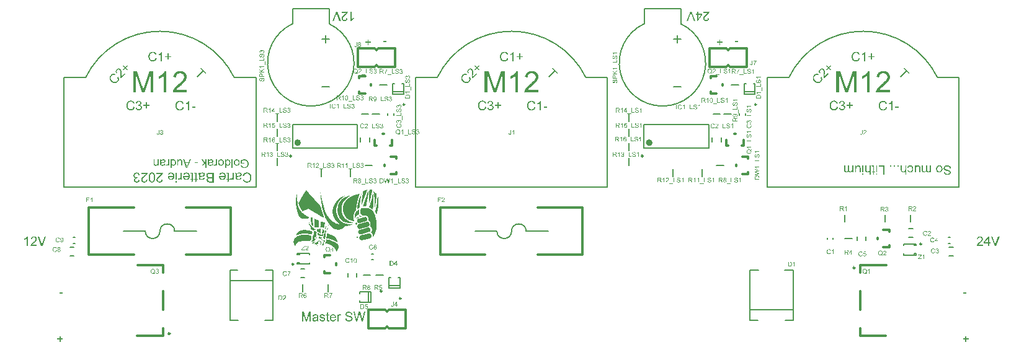
<source format=gto>
G04*
G04 #@! TF.GenerationSoftware,Altium Limited,Altium Designer,21.1.1 (26)*
G04*
G04 Layer_Color=65535*
%FSLAX24Y24*%
%MOIN*%
G70*
G04*
G04 #@! TF.SameCoordinates,9A7940F5-A859-4D89-A9E3-CBBC344FC29F*
G04*
G04*
G04 #@! TF.FilePolarity,Positive*
G04*
G01*
G75*
%ADD10C,0.0098*%
%ADD11C,0.0197*%
%ADD12C,0.0059*%
%ADD13C,0.0079*%
%ADD14C,0.0118*%
%ADD15C,0.0120*%
G36*
X-7684Y-9800D02*
Y-9808D01*
X-7692D01*
Y-9800D01*
X-7692Y-9792D01*
X-7684D01*
X-7684Y-9800D01*
D02*
G37*
G36*
X-7746Y-9785D02*
X-7746Y-9792D01*
X-7754D01*
X-7754Y-9800D01*
Y-9808D01*
X-7761Y-9808D01*
Y-9815D01*
Y-9823D01*
Y-9831D01*
X-7769D01*
Y-9838D01*
Y-9846D01*
X-7777D01*
Y-9854D01*
X-7784D01*
Y-9861D01*
X-7784Y-9869D01*
X-7784Y-9877D01*
X-7792Y-9877D01*
X-7792Y-9884D01*
Y-9892D01*
X-7800D01*
X-7800Y-9900D01*
X-7800Y-9907D01*
Y-9915D01*
X-7807D01*
X-7807Y-9923D01*
Y-9930D01*
X-7815D01*
Y-9938D01*
Y-9946D01*
Y-9953D01*
X-7823D01*
Y-9961D01*
X-7823Y-9969D01*
X-7823Y-9976D01*
X-7830D01*
Y-9984D01*
Y-9992D01*
X-7830Y-9999D01*
Y-10007D01*
X-7838D01*
Y-10015D01*
Y-10022D01*
X-7838Y-10030D01*
X-7846Y-10030D01*
Y-10038D01*
Y-10045D01*
X-7853D01*
X-7853Y-10053D01*
Y-10061D01*
X-7853Y-10068D01*
X-7861D01*
X-7861Y-10076D01*
X-7861Y-10084D01*
X-7869D01*
X-7869Y-10092D01*
Y-10099D01*
Y-10107D01*
X-7876Y-10107D01*
Y-10115D01*
Y-10122D01*
Y-10130D01*
X-7884D01*
X-7884Y-10138D01*
X-7892D01*
Y-10145D01*
X-7892Y-10153D01*
X-7892Y-10161D01*
X-7899Y-10161D01*
Y-10168D01*
Y-10176D01*
Y-10184D01*
X-7907Y-10184D01*
Y-10191D01*
Y-10199D01*
X-7907Y-10207D01*
X-7915D01*
Y-10214D01*
Y-10222D01*
X-7922D01*
Y-10230D01*
Y-10237D01*
Y-10245D01*
X-7930D01*
X-7930Y-10253D01*
X-7930Y-10260D01*
Y-10268D01*
X-7938Y-10268D01*
Y-10276D01*
X-7945Y-10276D01*
Y-10283D01*
Y-10291D01*
Y-10299D01*
X-7953D01*
X-7953Y-10306D01*
X-7953Y-10314D01*
X-7953Y-10322D01*
X-7961Y-10322D01*
Y-10329D01*
Y-10337D01*
X-7953Y-10337D01*
X-7953Y-10345D01*
X-7968Y-10345D01*
Y-10352D01*
X-7961D01*
Y-10360D01*
X-7976D01*
Y-10368D01*
Y-10375D01*
X-7968D01*
Y-10383D01*
X-7976Y-10383D01*
Y-10391D01*
X-7976Y-10398D01*
X-7984D01*
Y-10406D01*
Y-10414D01*
X-7991D01*
X-7991Y-10421D01*
Y-10429D01*
Y-10437D01*
X-7999D01*
Y-10444D01*
Y-10452D01*
Y-10460D01*
X-8007D01*
X-8007Y-10467D01*
X-8007Y-10475D01*
X-8014Y-10475D01*
Y-10483D01*
Y-10490D01*
Y-10498D01*
X-8022Y-10498D01*
X-8022Y-10506D01*
X-8022Y-10513D01*
X-8022Y-10521D01*
X-8030D01*
Y-10529D01*
X-8030Y-10536D01*
X-8037Y-10536D01*
Y-10544D01*
Y-10552D01*
X-8045D01*
X-8045Y-10559D01*
X-8045Y-10567D01*
Y-10575D01*
X-8053Y-10575D01*
Y-10582D01*
Y-10590D01*
Y-10598D01*
X-8060Y-10598D01*
Y-10590D01*
Y-10582D01*
Y-10575D01*
Y-10567D01*
Y-10559D01*
X-8060Y-10552D01*
X-8060Y-10544D01*
X-8060Y-10536D01*
X-8060Y-10529D01*
Y-10521D01*
X-8053D01*
Y-10513D01*
Y-10506D01*
Y-10498D01*
Y-10490D01*
X-8053Y-10483D01*
X-8053Y-10475D01*
X-8053Y-10467D01*
X-8053Y-10460D01*
Y-10452D01*
Y-10444D01*
Y-10437D01*
Y-10429D01*
Y-10421D01*
X-8053Y-10414D01*
X-8045D01*
Y-10406D01*
Y-10398D01*
X-8045Y-10391D01*
Y-10383D01*
X-8045Y-10375D01*
Y-10368D01*
Y-10360D01*
X-8045Y-10352D01*
Y-10345D01*
X-8045Y-10337D01*
X-8045Y-10329D01*
X-8045Y-10322D01*
X-8045Y-10314D01*
X-8045Y-10306D01*
X-8037D01*
Y-10299D01*
Y-10291D01*
Y-10283D01*
X-8037Y-10276D01*
X-8037Y-10268D01*
Y-10260D01*
X-8037Y-10253D01*
Y-10245D01*
Y-10237D01*
X-8030Y-10237D01*
Y-10230D01*
Y-10222D01*
Y-10214D01*
X-8030Y-10207D01*
X-8030Y-10199D01*
Y-10191D01*
X-8030Y-10184D01*
X-8030Y-10176D01*
Y-10168D01*
X-8022D01*
X-8022Y-10161D01*
X-8022Y-10153D01*
X-8022Y-10145D01*
X-8022Y-10138D01*
X-8022Y-10130D01*
Y-10122D01*
X-8014Y-10122D01*
Y-10115D01*
X-8014Y-10107D01*
X-8014Y-10099D01*
X-8014Y-10092D01*
Y-10084D01*
Y-10076D01*
Y-10068D01*
X-8007D01*
Y-10061D01*
Y-10053D01*
Y-10045D01*
Y-10038D01*
Y-10030D01*
X-8007Y-10022D01*
X-7999D01*
Y-10015D01*
Y-10007D01*
Y-9999D01*
Y-9992D01*
X-7999Y-9984D01*
X-7999Y-9976D01*
X-7991Y-9976D01*
Y-9969D01*
Y-9961D01*
Y-9953D01*
X-7991Y-9946D01*
X-7991Y-9938D01*
X-7984D01*
Y-9930D01*
Y-9923D01*
Y-9915D01*
Y-9907D01*
Y-9900D01*
X-7976Y-9900D01*
Y-9892D01*
X-7976Y-9884D01*
X-7976Y-9877D01*
X-7976Y-9869D01*
Y-9861D01*
X-7968D01*
Y-9854D01*
X-7953Y-9854D01*
X-7953Y-9846D01*
X-7945D01*
Y-9838D01*
X-7930D01*
X-7930Y-9831D01*
X-7907Y-9831D01*
Y-9823D01*
X-7892Y-9823D01*
X-7892Y-9815D01*
X-7876D01*
X-7876Y-9808D01*
X-7853D01*
X-7853Y-9800D01*
X-7830D01*
X-7830Y-9792D01*
X-7807Y-9792D01*
X-7807Y-9785D01*
X-7761D01*
Y-9777D01*
X-7746D01*
Y-9785D01*
D02*
G37*
G36*
X-7577Y-9777D02*
X-7516D01*
Y-9785D01*
X-7493D01*
Y-9792D01*
Y-9800D01*
Y-9808D01*
Y-9815D01*
Y-9823D01*
Y-9831D01*
Y-9838D01*
Y-9846D01*
Y-9854D01*
X-7500D01*
Y-9861D01*
Y-9869D01*
X-7500Y-9877D01*
Y-9884D01*
Y-9892D01*
Y-9900D01*
X-7508D01*
Y-9907D01*
Y-9915D01*
Y-9923D01*
Y-9930D01*
X-7508Y-9938D01*
X-7516Y-9938D01*
X-7516Y-9946D01*
Y-9953D01*
X-7516Y-9961D01*
X-7516Y-9969D01*
X-7516Y-9976D01*
X-7523D01*
Y-9984D01*
X-7523Y-9992D01*
Y-9999D01*
Y-10007D01*
X-7531D01*
Y-10015D01*
Y-10022D01*
X-7531Y-10030D01*
X-7531Y-10038D01*
Y-10045D01*
X-7539D01*
X-7539Y-10053D01*
Y-10061D01*
Y-10068D01*
X-7531D01*
Y-10076D01*
X-7546Y-10076D01*
X-7546Y-10084D01*
X-7546Y-10092D01*
Y-10099D01*
X-7539D01*
X-7539Y-10107D01*
X-7554Y-10107D01*
Y-10115D01*
Y-10122D01*
Y-10130D01*
X-7546D01*
Y-10138D01*
X-7554Y-10138D01*
Y-10145D01*
Y-10153D01*
Y-10161D01*
Y-10168D01*
X-7562D01*
Y-10176D01*
Y-10184D01*
Y-10191D01*
X-7562Y-10199D01*
X-7569Y-10199D01*
X-7569Y-10207D01*
Y-10214D01*
Y-10222D01*
X-7569Y-10230D01*
X-7577D01*
Y-10237D01*
Y-10245D01*
Y-10253D01*
X-7577Y-10260D01*
X-7585Y-10260D01*
Y-10268D01*
X-7585Y-10276D01*
Y-10283D01*
X-7592D01*
X-7592Y-10291D01*
Y-10299D01*
Y-10306D01*
X-7600D01*
X-7600Y-10314D01*
Y-10322D01*
Y-10329D01*
Y-10337D01*
X-7608D01*
Y-10345D01*
Y-10352D01*
Y-10360D01*
X-7608Y-10368D01*
X-7615Y-10368D01*
Y-10375D01*
Y-10383D01*
Y-10391D01*
X-7623D01*
X-7623Y-10398D01*
X-7623Y-10406D01*
X-7631D01*
Y-10414D01*
Y-10421D01*
X-7631Y-10429D01*
X-7638Y-10429D01*
Y-10437D01*
X-7638Y-10444D01*
X-7638Y-10452D01*
X-7638Y-10460D01*
X-7646Y-10460D01*
Y-10467D01*
Y-10475D01*
Y-10483D01*
X-7654Y-10483D01*
Y-10490D01*
Y-10498D01*
X-7654Y-10506D01*
X-7661Y-10506D01*
Y-10513D01*
Y-10521D01*
X-7661Y-10529D01*
X-7669D01*
Y-10521D01*
X-7669Y-10513D01*
X-7669Y-10506D01*
X-7669Y-10498D01*
X-7669Y-10490D01*
X-7669Y-10483D01*
Y-10475D01*
X-7669Y-10467D01*
X-7669Y-10460D01*
X-7669Y-10452D01*
Y-10444D01*
Y-10437D01*
X-7669Y-10429D01*
X-7669Y-10421D01*
X-7661D01*
Y-10414D01*
Y-10406D01*
X-7661Y-10398D01*
X-7661Y-10391D01*
Y-10383D01*
Y-10375D01*
Y-10368D01*
Y-10360D01*
Y-10352D01*
Y-10345D01*
Y-10337D01*
Y-10329D01*
Y-10322D01*
X-7661Y-10314D01*
X-7661Y-10306D01*
Y-10299D01*
Y-10291D01*
X-7654D01*
Y-10283D01*
X-7654Y-10276D01*
X-7654Y-10268D01*
Y-10260D01*
Y-10253D01*
Y-10245D01*
X-7654Y-10237D01*
X-7654Y-10230D01*
X-7654Y-10222D01*
X-7654Y-10214D01*
Y-10207D01*
Y-10199D01*
Y-10191D01*
Y-10184D01*
Y-10176D01*
Y-10168D01*
Y-10161D01*
Y-10153D01*
Y-10145D01*
X-7661Y-10145D01*
X-7661Y-10138D01*
X-7654Y-10138D01*
Y-10130D01*
Y-10122D01*
Y-10115D01*
Y-10107D01*
Y-10099D01*
Y-10092D01*
Y-10084D01*
Y-10076D01*
Y-10068D01*
Y-10061D01*
Y-10053D01*
Y-10045D01*
Y-10038D01*
Y-10030D01*
Y-10022D01*
Y-10015D01*
Y-10007D01*
Y-9999D01*
Y-9992D01*
X-7646D01*
Y-9984D01*
X-7646Y-9976D01*
X-7646Y-9969D01*
Y-9961D01*
Y-9953D01*
X-7646Y-9946D01*
Y-9938D01*
X-7646Y-9930D01*
X-7646Y-9923D01*
X-7646Y-9915D01*
Y-9907D01*
Y-9900D01*
Y-9892D01*
X-7646Y-9884D01*
X-7646Y-9877D01*
X-7646Y-9869D01*
X-7646Y-9861D01*
X-7646Y-9854D01*
X-7646Y-9846D01*
Y-9838D01*
Y-9831D01*
Y-9823D01*
X-7638Y-9823D01*
Y-9815D01*
X-7638Y-9808D01*
X-7638Y-9800D01*
X-7638Y-9792D01*
X-7638Y-9785D01*
Y-9777D01*
Y-9769D01*
X-7577D01*
Y-9777D01*
D02*
G37*
G36*
X-11036Y-9815D02*
X-11029Y-9815D01*
X-11029Y-9823D01*
X-11021Y-9823D01*
Y-9831D01*
X-11013Y-9831D01*
X-11013Y-9838D01*
X-11013Y-9846D01*
X-11006D01*
Y-9854D01*
X-10998D01*
X-10998Y-9861D01*
X-10990D01*
X-10990Y-9869D01*
X-10983Y-9869D01*
Y-9877D01*
X-10975Y-9877D01*
Y-9884D01*
X-10967Y-9884D01*
X-10967Y-9892D01*
X-10952D01*
Y-9900D01*
X-10944D01*
X-10944Y-9907D01*
X-10944Y-9915D01*
X-10937Y-9915D01*
X-10937Y-9923D01*
X-10929D01*
X-10929Y-9930D01*
X-10921Y-9930D01*
Y-9938D01*
X-10914Y-9938D01*
Y-9946D01*
X-10906D01*
X-10906Y-9953D01*
X-10898D01*
X-10898Y-9961D01*
X-10891D01*
Y-9969D01*
X-10883Y-9969D01*
Y-9976D01*
Y-9984D01*
Y-9992D01*
X-10875Y-9992D01*
Y-9999D01*
X-10868D01*
Y-10007D01*
X-10860D01*
X-10860Y-10015D01*
X-10852D01*
X-10852Y-10022D01*
X-10837D01*
X-10837Y-10030D01*
X-10829Y-10030D01*
Y-10038D01*
X-10822D01*
X-10822Y-10045D01*
X-10814D01*
Y-10053D01*
Y-10061D01*
X-10806Y-10061D01*
Y-10068D01*
X-10799Y-10068D01*
Y-10076D01*
X-10791Y-10076D01*
Y-10084D01*
X-10783D01*
X-10783Y-10092D01*
X-10776D01*
Y-10099D01*
X-10768D01*
X-10768Y-10107D01*
X-10760D01*
X-10760Y-10115D01*
X-10760Y-10122D01*
Y-10130D01*
X-10745D01*
X-10745Y-10138D01*
X-10737D01*
Y-10145D01*
X-10730Y-10145D01*
X-10730Y-10153D01*
X-10722D01*
X-10722Y-10161D01*
X-10714D01*
Y-10168D01*
X-10707D01*
X-10707Y-10176D01*
X-10699D01*
X-10699Y-10184D01*
X-10691D01*
Y-10191D01*
X-10684D01*
X-10684Y-10199D01*
Y-10207D01*
X-10676D01*
X-10676Y-10214D01*
X-10668Y-10214D01*
Y-10222D01*
X-10661Y-10222D01*
Y-10230D01*
X-10653Y-10230D01*
X-10653Y-10237D01*
X-10645D01*
X-10645Y-10245D01*
X-10638D01*
Y-10253D01*
X-10630D01*
X-10630Y-10260D01*
X-10630Y-10268D01*
X-10630Y-10276D01*
X-10615D01*
X-10615Y-10283D01*
X-10607D01*
Y-10291D01*
X-10599D01*
Y-10299D01*
X-10592D01*
X-10592Y-10306D01*
X-10584Y-10306D01*
X-10584Y-10314D01*
X-10576D01*
Y-10322D01*
X-10569Y-10322D01*
X-10569Y-10329D01*
X-10561D01*
Y-10337D01*
X-10553D01*
Y-10345D01*
Y-10352D01*
X-10546Y-10352D01*
Y-10360D01*
X-10538Y-10360D01*
Y-10368D01*
X-10530Y-10368D01*
Y-10375D01*
X-10523Y-10375D01*
X-10523Y-10383D01*
X-10515Y-10383D01*
Y-10391D01*
X-10507D01*
Y-10398D01*
X-10500Y-10398D01*
Y-10406D01*
X-10492D01*
X-10492Y-10414D01*
X-10492Y-10421D01*
Y-10429D01*
X-10477D01*
X-10477Y-10437D01*
X-10469Y-10437D01*
Y-10444D01*
X-10461Y-10444D01*
Y-10452D01*
X-10453Y-10452D01*
X-10453Y-10460D01*
X-10446D01*
X-10446Y-10467D01*
X-10438Y-10467D01*
Y-10475D01*
X-10430Y-10475D01*
Y-10483D01*
X-10423Y-10483D01*
X-10423Y-10490D01*
X-10423Y-10498D01*
X-10415D01*
X-10415Y-10506D01*
X-10407Y-10506D01*
Y-10513D01*
X-10400D01*
Y-10521D01*
X-10392D01*
Y-10529D01*
X-10384Y-10529D01*
X-10384Y-10536D01*
X-10377Y-10536D01*
Y-10544D01*
X-10369D01*
X-10369Y-10552D01*
X-10361Y-10552D01*
Y-10559D01*
X-10354D01*
Y-10567D01*
X-10346D01*
Y-10575D01*
Y-10582D01*
X-10338D01*
Y-10590D01*
X-10331D01*
Y-10598D01*
X-10323D01*
Y-10605D01*
X-10315D01*
Y-10613D01*
X-10308D01*
X-10308Y-10621D01*
X-10300D01*
Y-10628D01*
X-10292Y-10628D01*
X-10292Y-10636D01*
X-10285D01*
Y-10644D01*
X-10277Y-10644D01*
Y-10651D01*
X-10277Y-10659D01*
X-10269Y-10659D01*
Y-10667D01*
X-10262Y-10667D01*
Y-10674D01*
Y-10682D01*
Y-10690D01*
X-10254Y-10690D01*
X-10254Y-10697D01*
X-10254Y-10705D01*
Y-10713D01*
X-10254Y-10720D01*
X-10246D01*
Y-10728D01*
X-10246Y-10736D01*
X-10246Y-10743D01*
X-10239D01*
Y-10751D01*
X-10239Y-10759D01*
X-10239Y-10766D01*
Y-10774D01*
X-10231D01*
X-10231Y-10782D01*
Y-10790D01*
X-10231Y-10797D01*
X-10223D01*
X-10223Y-10805D01*
X-10223Y-10813D01*
Y-10820D01*
Y-10828D01*
X-10216D01*
Y-10836D01*
X-10223D01*
Y-10843D01*
X-10216Y-10843D01*
X-10216Y-10851D01*
X-10216Y-10859D01*
Y-10866D01*
X-10208D01*
Y-10874D01*
Y-10882D01*
Y-10889D01*
X-10200Y-10889D01*
Y-10897D01*
Y-10905D01*
Y-10912D01*
X-10193Y-10912D01*
Y-10920D01*
Y-10928D01*
Y-10935D01*
Y-10943D01*
X-10185Y-10943D01*
Y-10951D01*
Y-10958D01*
X-10177Y-10958D01*
Y-10966D01*
X-10177Y-10974D01*
X-10177Y-10981D01*
X-10170D01*
X-10170Y-10989D01*
X-10170Y-10997D01*
Y-11004D01*
X-10162D01*
Y-11012D01*
X-10162Y-11020D01*
X-10162Y-11027D01*
X-10154D01*
Y-11035D01*
Y-11043D01*
Y-11050D01*
X-10147Y-11050D01*
Y-11058D01*
Y-11066D01*
Y-11073D01*
X-10139D01*
Y-11081D01*
Y-11089D01*
Y-11096D01*
X-10131D01*
Y-11104D01*
Y-11112D01*
Y-11119D01*
X-10124D01*
Y-11127D01*
Y-11135D01*
X-10116D01*
Y-11142D01*
X-10116Y-11150D01*
X-10116Y-11158D01*
X-10108D01*
X-10108Y-11165D01*
X-10108Y-11173D01*
X-10108Y-11181D01*
X-10101Y-11181D01*
Y-11188D01*
Y-11196D01*
X-10101Y-11204D01*
X-10093Y-11204D01*
X-10093Y-11211D01*
Y-11219D01*
X-10093Y-11227D01*
X-10085D01*
Y-11234D01*
Y-11242D01*
X-10085Y-11250D01*
X-10078D01*
X-10078Y-11257D01*
X-10085D01*
X-10085Y-11265D01*
X-10078D01*
Y-11273D01*
Y-11280D01*
Y-11288D01*
X-10070Y-11288D01*
X-10070Y-11296D01*
X-10070Y-11303D01*
X-10078D01*
Y-11296D01*
X-10093D01*
X-10093Y-11288D01*
X-10101D01*
X-10101Y-11280D01*
X-10116Y-11280D01*
Y-11273D01*
X-10131D01*
X-10131Y-11265D01*
X-10139D01*
Y-11257D01*
X-10154Y-11257D01*
Y-11250D01*
X-10170D01*
X-10170Y-11242D01*
X-10185D01*
Y-11234D01*
X-10193D01*
Y-11227D01*
X-10208D01*
X-10208Y-11219D01*
X-10223Y-11219D01*
X-10223Y-11211D01*
X-10239D01*
X-10239Y-11204D01*
X-10254D01*
X-10254Y-11196D01*
X-10269D01*
X-10269Y-11188D01*
X-10277Y-11188D01*
X-10277Y-11181D01*
X-10292Y-11181D01*
X-10292Y-11173D01*
X-10308Y-11173D01*
Y-11165D01*
X-10315Y-11165D01*
X-10315Y-11158D01*
X-10331D01*
Y-11150D01*
X-10346D01*
Y-11142D01*
X-10361Y-11142D01*
Y-11135D01*
X-10369Y-11135D01*
Y-11127D01*
X-10377Y-11127D01*
Y-11119D01*
X-10384D01*
X-10384Y-11112D01*
X-10400D01*
Y-11104D01*
X-10415D01*
X-10415Y-11096D01*
X-10430Y-11096D01*
Y-11089D01*
X-10438D01*
Y-11081D01*
X-10469Y-11081D01*
Y-11073D01*
X-10477D01*
X-10477Y-11066D01*
X-10484D01*
Y-11058D01*
X-10500D01*
Y-11050D01*
X-10515D01*
X-10515Y-11043D01*
X-10523D01*
X-10523Y-11035D01*
X-10538D01*
X-10538Y-11027D01*
X-10553D01*
X-10553Y-11020D01*
X-10569D01*
Y-11012D01*
X-10576D01*
Y-11004D01*
X-10592D01*
X-10592Y-10997D01*
X-10607Y-10997D01*
X-10607Y-10989D01*
X-10622Y-10989D01*
Y-10981D01*
X-10630Y-10981D01*
X-10630Y-10974D01*
X-10645D01*
Y-10966D01*
X-10661Y-10966D01*
X-10661Y-10958D01*
X-10668D01*
Y-10951D01*
X-10684Y-10951D01*
X-10684Y-10943D01*
X-10699D01*
X-10699Y-10935D01*
X-10714Y-10935D01*
Y-10928D01*
X-10730D01*
X-10730Y-10920D01*
X-10737Y-10920D01*
X-10737Y-10912D01*
X-10753D01*
X-10753Y-10905D01*
X-10768D01*
X-10768Y-10897D01*
X-10776D01*
Y-10889D01*
X-10783D01*
Y-10882D01*
X-10799D01*
X-10799Y-10874D01*
X-10814D01*
Y-10866D01*
X-10822Y-10866D01*
Y-10859D01*
X-10837D01*
X-10837Y-10851D01*
X-10852D01*
X-10852Y-10843D01*
X-10868Y-10843D01*
Y-10836D01*
X-10875Y-10836D01*
X-10875Y-10828D01*
X-10891D01*
X-10891Y-10820D01*
X-10906D01*
X-10906Y-10813D01*
X-10914D01*
X-10914Y-10805D01*
X-10921D01*
Y-10813D01*
X-10952D01*
Y-10820D01*
X-10975Y-10820D01*
X-10975Y-10828D01*
X-10990D01*
X-10990Y-10836D01*
X-11006D01*
X-11006Y-10843D01*
X-11021D01*
Y-10851D01*
X-11036D01*
X-11036Y-10859D01*
X-11059Y-10859D01*
Y-10866D01*
X-11075Y-10866D01*
Y-10874D01*
X-11098Y-10874D01*
X-11098Y-10882D01*
X-11113D01*
X-11113Y-10889D01*
X-11136Y-10889D01*
Y-10897D01*
X-11152D01*
Y-10905D01*
X-11175D01*
Y-10912D01*
X-11182Y-10912D01*
X-11182Y-10920D01*
X-11205Y-10920D01*
Y-10928D01*
X-11228Y-10928D01*
X-11228Y-10920D01*
X-11244Y-10920D01*
X-11244Y-10912D01*
X-11251D01*
X-11251Y-10905D01*
X-11259D01*
Y-10897D01*
X-11267D01*
Y-10889D01*
Y-10882D01*
X-11274D01*
X-11274Y-10874D01*
X-11282D01*
Y-10866D01*
X-11290Y-10866D01*
Y-10859D01*
X-11290Y-10851D01*
X-11297D01*
Y-10843D01*
X-11305Y-10843D01*
Y-10836D01*
Y-10828D01*
X-11313D01*
Y-10820D01*
Y-10813D01*
X-11320D01*
X-11320Y-10805D01*
X-11320Y-10797D01*
X-11328D01*
Y-10790D01*
Y-10782D01*
X-11336D01*
X-11336Y-10774D01*
X-11343D01*
Y-10766D01*
X-11343Y-10759D01*
X-11351D01*
Y-10751D01*
Y-10743D01*
X-11359D01*
Y-10736D01*
Y-10728D01*
Y-10720D01*
X-11366Y-10720D01*
Y-10713D01*
X-11366Y-10705D01*
X-11374D01*
X-11374Y-10697D01*
X-11374Y-10690D01*
X-11382Y-10690D01*
Y-10682D01*
Y-10674D01*
X-11389D01*
Y-10667D01*
Y-10659D01*
X-11397D01*
Y-10651D01*
X-11397Y-10644D01*
X-11405Y-10644D01*
Y-10636D01*
Y-10628D01*
X-11412Y-10628D01*
Y-10621D01*
Y-10613D01*
X-11412Y-10605D01*
X-11412Y-10598D01*
X-11420Y-10598D01*
X-11420Y-10590D01*
Y-10582D01*
X-11428D01*
Y-10575D01*
Y-10567D01*
X-11428Y-10559D01*
X-11435Y-10559D01*
X-11435Y-10552D01*
Y-10544D01*
Y-10536D01*
X-11443Y-10536D01*
X-11443Y-10529D01*
X-11443Y-10521D01*
X-11443Y-10513D01*
Y-10506D01*
Y-10498D01*
X-11443Y-10490D01*
X-11443Y-10483D01*
X-11435Y-10483D01*
Y-10475D01*
X-11435Y-10467D01*
X-11428D01*
Y-10460D01*
Y-10452D01*
X-11420D01*
X-11420Y-10444D01*
Y-10437D01*
X-11412Y-10437D01*
X-11412Y-10429D01*
X-11412Y-10421D01*
X-11405Y-10421D01*
Y-10414D01*
Y-10406D01*
X-11397D01*
Y-10398D01*
X-11397Y-10391D01*
X-11389D01*
Y-10383D01*
X-11389Y-10375D01*
X-11382Y-10375D01*
Y-10368D01*
Y-10360D01*
X-11374D01*
X-11374Y-10352D01*
X-11366D01*
X-11366Y-10345D01*
Y-10337D01*
X-11359D01*
Y-10329D01*
Y-10322D01*
X-11351D01*
Y-10314D01*
Y-10306D01*
X-11343D01*
X-11343Y-10299D01*
X-11343Y-10291D01*
X-11328D01*
Y-10283D01*
Y-10276D01*
X-11320D01*
Y-10268D01*
Y-10260D01*
X-11313Y-10260D01*
Y-10253D01*
X-11320D01*
Y-10245D01*
X-11313D01*
X-11313Y-10237D01*
X-11305D01*
Y-10230D01*
Y-10222D01*
X-11297D01*
Y-10214D01*
Y-10207D01*
X-11290D01*
Y-10199D01*
Y-10191D01*
X-11282Y-10191D01*
X-11282Y-10184D01*
X-11274Y-10184D01*
X-11274Y-10176D01*
X-11274Y-10168D01*
X-11267D01*
X-11267Y-10161D01*
X-11259D01*
Y-10153D01*
X-11251D01*
Y-10145D01*
X-11251Y-10138D01*
X-11244D01*
X-11244Y-10130D01*
X-11236D01*
Y-10122D01*
Y-10115D01*
X-11228Y-10115D01*
X-11228Y-10107D01*
X-11228Y-10099D01*
X-11221Y-10099D01*
X-11221Y-10092D01*
X-11213D01*
X-11213Y-10084D01*
Y-10076D01*
X-11205Y-10076D01*
Y-10068D01*
Y-10061D01*
X-11198D01*
Y-10053D01*
X-11190Y-10053D01*
Y-10045D01*
Y-10038D01*
X-11182D01*
Y-10030D01*
X-11182Y-10022D01*
X-11175D01*
Y-10015D01*
Y-10007D01*
X-11167Y-10007D01*
Y-9999D01*
X-11159D01*
X-11159Y-9992D01*
X-11159Y-9984D01*
X-11152D01*
Y-9976D01*
Y-9969D01*
X-11144D01*
Y-9961D01*
X-11136Y-9961D01*
Y-9953D01*
Y-9946D01*
X-11128Y-9946D01*
X-11128Y-9938D01*
X-11121Y-9938D01*
X-11121Y-9930D01*
X-11121Y-9923D01*
X-11113D01*
Y-9915D01*
Y-9907D01*
X-11105Y-9907D01*
Y-9900D01*
X-11098D01*
Y-9892D01*
Y-9884D01*
X-11082Y-9884D01*
X-11082Y-9877D01*
X-11082Y-9869D01*
X-11082Y-9861D01*
X-11067Y-9861D01*
Y-9854D01*
X-11067Y-9846D01*
X-11059Y-9846D01*
Y-9838D01*
Y-9831D01*
Y-9823D01*
X-11044D01*
Y-9815D01*
Y-9808D01*
X-11036D01*
Y-9815D01*
D02*
G37*
G36*
X-7447Y-9961D02*
Y-9969D01*
Y-9976D01*
X-7447Y-9984D01*
Y-9992D01*
X-7447Y-9999D01*
Y-10007D01*
X-7439D01*
Y-10015D01*
Y-10022D01*
Y-10030D01*
Y-10038D01*
X-7439Y-10045D01*
X-7439Y-10053D01*
Y-10061D01*
Y-10068D01*
X-7431D01*
Y-10076D01*
Y-10084D01*
Y-10092D01*
Y-10099D01*
Y-10107D01*
X-7431Y-10115D01*
X-7431Y-10122D01*
X-7431Y-10130D01*
X-7431Y-10138D01*
Y-10145D01*
Y-10153D01*
Y-10161D01*
X-7424D01*
Y-10168D01*
Y-10176D01*
Y-10184D01*
Y-10191D01*
Y-10199D01*
Y-10207D01*
Y-10214D01*
Y-10222D01*
X-7424Y-10230D01*
X-7424Y-10237D01*
Y-10245D01*
Y-10253D01*
X-7424Y-10260D01*
Y-10268D01*
X-7424Y-10276D01*
X-7424Y-10283D01*
X-7416D01*
Y-10291D01*
Y-10299D01*
Y-10306D01*
X-7416Y-10314D01*
Y-10322D01*
Y-10329D01*
X-7416Y-10337D01*
Y-10345D01*
Y-10352D01*
Y-10360D01*
X-7416Y-10368D01*
X-7416Y-10375D01*
X-7416Y-10383D01*
X-7416Y-10391D01*
Y-10398D01*
Y-10406D01*
Y-10414D01*
Y-10421D01*
X-7416Y-10429D01*
X-7416Y-10437D01*
X-7416Y-10444D01*
X-7416Y-10452D01*
X-7416Y-10460D01*
Y-10467D01*
Y-10475D01*
Y-10483D01*
Y-10490D01*
X-7424D01*
Y-10498D01*
Y-10506D01*
X-7424Y-10513D01*
X-7424Y-10521D01*
Y-10529D01*
X-7424Y-10536D01*
X-7424Y-10544D01*
X-7424Y-10552D01*
X-7424Y-10559D01*
Y-10567D01*
Y-10575D01*
X-7424Y-10582D01*
X-7424Y-10590D01*
Y-10598D01*
Y-10605D01*
X-7431D01*
Y-10613D01*
Y-10621D01*
Y-10628D01*
Y-10636D01*
X-7431Y-10644D01*
X-7431Y-10651D01*
Y-10659D01*
Y-10667D01*
Y-10674D01*
X-7439D01*
Y-10682D01*
Y-10690D01*
X-7439Y-10697D01*
X-7439Y-10705D01*
Y-10713D01*
Y-10720D01*
Y-10728D01*
Y-10736D01*
X-7447D01*
Y-10743D01*
Y-10751D01*
Y-10759D01*
X-7447Y-10767D01*
X-7447Y-10774D01*
X-7447Y-10782D01*
X-7454D01*
Y-10790D01*
Y-10797D01*
Y-10805D01*
Y-10813D01*
X-7462D01*
Y-10820D01*
Y-10828D01*
Y-10836D01*
Y-10843D01*
X-7470Y-10843D01*
Y-10836D01*
X-7477D01*
Y-10828D01*
X-7493D01*
Y-10820D01*
X-7500D01*
Y-10813D01*
X-7516D01*
X-7516Y-10805D01*
X-7531D01*
X-7531Y-10797D01*
X-7539Y-10797D01*
X-7539Y-10790D01*
X-7554D01*
Y-10782D01*
X-7562D01*
Y-10774D01*
X-7577Y-10774D01*
Y-10766D01*
X-7592D01*
X-7592Y-10759D01*
X-7600Y-10759D01*
X-7600Y-10751D01*
X-7615D01*
X-7615Y-10743D01*
X-7623D01*
X-7623Y-10736D01*
X-7638D01*
Y-10728D01*
X-7654D01*
Y-10720D01*
X-7661D01*
X-7661Y-10713D01*
X-7654Y-10713D01*
Y-10705D01*
Y-10697D01*
X-7646D01*
Y-10690D01*
X-7646Y-10682D01*
X-7638D01*
X-7638Y-10674D01*
Y-10667D01*
Y-10659D01*
X-7631Y-10659D01*
Y-10651D01*
Y-10644D01*
Y-10636D01*
X-7623D01*
X-7623Y-10628D01*
X-7623Y-10621D01*
X-7623Y-10613D01*
X-7615D01*
Y-10605D01*
Y-10598D01*
Y-10590D01*
X-7608D01*
Y-10582D01*
X-7608Y-10575D01*
X-7600Y-10575D01*
Y-10567D01*
Y-10559D01*
X-7600Y-10552D01*
X-7592Y-10552D01*
X-7592Y-10544D01*
X-7592Y-10536D01*
X-7592Y-10529D01*
X-7585Y-10529D01*
X-7585Y-10521D01*
X-7585Y-10513D01*
X-7585Y-10506D01*
X-7577D01*
Y-10498D01*
Y-10490D01*
Y-10483D01*
X-7577Y-10475D01*
X-7569Y-10475D01*
X-7569Y-10467D01*
X-7569Y-10460D01*
X-7569Y-10452D01*
X-7562D01*
X-7562Y-10444D01*
X-7562Y-10437D01*
X-7562Y-10429D01*
X-7554Y-10429D01*
Y-10421D01*
Y-10414D01*
Y-10406D01*
X-7546D01*
Y-10398D01*
Y-10391D01*
Y-10383D01*
X-7539D01*
X-7539Y-10375D01*
Y-10368D01*
Y-10360D01*
Y-10352D01*
X-7531Y-10352D01*
Y-10345D01*
X-7531Y-10337D01*
Y-10329D01*
Y-10322D01*
X-7523D01*
X-7523Y-10314D01*
Y-10306D01*
Y-10299D01*
X-7516D01*
Y-10291D01*
Y-10283D01*
X-7516Y-10276D01*
X-7516Y-10268D01*
X-7508D01*
X-7508Y-10260D01*
Y-10253D01*
Y-10245D01*
X-7516D01*
X-7516Y-10237D01*
X-7508D01*
Y-10230D01*
Y-10222D01*
X-7508Y-10214D01*
Y-10207D01*
X-7500D01*
X-7500Y-10199D01*
X-7500Y-10191D01*
Y-10184D01*
X-7500Y-10176D01*
X-7493Y-10176D01*
X-7493Y-10168D01*
Y-10161D01*
Y-10153D01*
X-7485D01*
Y-10145D01*
Y-10138D01*
Y-10130D01*
Y-10122D01*
Y-10115D01*
X-7485Y-10107D01*
X-7477D01*
X-7477Y-10099D01*
X-7477Y-10092D01*
X-7477Y-10084D01*
Y-10076D01*
Y-10068D01*
X-7470D01*
Y-10061D01*
Y-10053D01*
Y-10045D01*
Y-10038D01*
Y-10030D01*
X-7462D01*
Y-10022D01*
Y-10015D01*
Y-10007D01*
Y-9999D01*
Y-9992D01*
Y-9984D01*
X-7454Y-9984D01*
Y-9976D01*
Y-9969D01*
Y-9961D01*
Y-9953D01*
X-7447D01*
X-7447Y-9961D01*
D02*
G37*
G36*
X-7692Y-9823D02*
X-7692Y-9831D01*
Y-9838D01*
X-7684D01*
Y-9846D01*
X-7692D01*
X-7692Y-9854D01*
X-7692Y-9861D01*
X-7692Y-9869D01*
Y-9877D01*
Y-9884D01*
Y-9892D01*
X-7692Y-9900D01*
X-7692Y-9907D01*
Y-9915D01*
X-7692Y-9923D01*
X-7692Y-9930D01*
X-7700D01*
X-7700Y-9938D01*
X-7700Y-9946D01*
X-7700Y-9953D01*
X-7700Y-9961D01*
Y-9969D01*
X-7700Y-9976D01*
X-7700Y-9984D01*
X-7700Y-9992D01*
X-7707D01*
Y-9999D01*
Y-10007D01*
Y-10015D01*
Y-10022D01*
Y-10030D01*
Y-10038D01*
Y-10045D01*
Y-10053D01*
X-7715Y-10053D01*
Y-10061D01*
Y-10068D01*
X-7715Y-10076D01*
Y-10084D01*
X-7715Y-10092D01*
X-7715Y-10099D01*
Y-10107D01*
X-7715Y-10115D01*
X-7723D01*
Y-10122D01*
Y-10130D01*
Y-10138D01*
Y-10145D01*
Y-10153D01*
Y-10161D01*
Y-10168D01*
X-7731D01*
X-7731Y-10176D01*
Y-10184D01*
Y-10191D01*
Y-10199D01*
Y-10207D01*
Y-10214D01*
Y-10222D01*
X-7738Y-10222D01*
Y-10230D01*
X-7738Y-10237D01*
X-7738Y-10245D01*
X-7738Y-10253D01*
X-7738Y-10260D01*
X-7746D01*
Y-10268D01*
X-7746Y-10276D01*
X-7746Y-10283D01*
X-7746Y-10291D01*
Y-10299D01*
Y-10306D01*
X-7746Y-10314D01*
X-7754Y-10314D01*
X-7754Y-10322D01*
X-7754Y-10329D01*
X-7754Y-10337D01*
Y-10345D01*
Y-10352D01*
Y-10360D01*
X-7754Y-10368D01*
X-7761D01*
Y-10375D01*
Y-10383D01*
Y-10391D01*
Y-10398D01*
Y-10406D01*
X-7769D01*
X-7769Y-10414D01*
X-7769Y-10421D01*
Y-10429D01*
Y-10437D01*
Y-10444D01*
X-7777Y-10444D01*
Y-10452D01*
Y-10460D01*
Y-10467D01*
Y-10475D01*
Y-10483D01*
X-7784D01*
Y-10490D01*
Y-10498D01*
Y-10506D01*
Y-10513D01*
X-7784Y-10521D01*
X-7784Y-10529D01*
X-7792D01*
Y-10536D01*
Y-10544D01*
Y-10552D01*
X-7800Y-10552D01*
Y-10559D01*
X-7800Y-10567D01*
Y-10575D01*
Y-10582D01*
Y-10590D01*
X-7807D01*
Y-10598D01*
X-7807Y-10605D01*
Y-10613D01*
Y-10621D01*
X-7815Y-10621D01*
X-7815Y-10628D01*
X-7815Y-10636D01*
X-7815Y-10644D01*
X-7815Y-10651D01*
Y-10659D01*
X-7823D01*
Y-10667D01*
X-7823Y-10674D01*
X-7984D01*
X-7984Y-10667D01*
Y-10659D01*
Y-10651D01*
X-7976D01*
Y-10644D01*
X-7976Y-10636D01*
Y-10628D01*
X-7968Y-10628D01*
Y-10621D01*
X-7968Y-10613D01*
X-7968Y-10605D01*
X-7961D01*
X-7961Y-10598D01*
X-7961Y-10590D01*
X-7953D01*
Y-10582D01*
Y-10575D01*
Y-10567D01*
X-7945D01*
Y-10559D01*
Y-10552D01*
Y-10544D01*
X-7938D01*
X-7938Y-10536D01*
X-7938Y-10529D01*
X-7945Y-10529D01*
X-7945Y-10521D01*
X-7930D01*
Y-10513D01*
X-7938D01*
X-7938Y-10506D01*
X-7930D01*
X-7930Y-10498D01*
Y-10490D01*
Y-10483D01*
X-7922D01*
Y-10475D01*
Y-10467D01*
Y-10460D01*
X-7915Y-10460D01*
Y-10452D01*
Y-10444D01*
Y-10437D01*
X-7907Y-10437D01*
X-7907Y-10429D01*
X-7907Y-10421D01*
X-7899D01*
Y-10414D01*
Y-10406D01*
Y-10398D01*
X-7892Y-10398D01*
Y-10391D01*
Y-10383D01*
Y-10375D01*
X-7884D01*
Y-10368D01*
X-7884Y-10360D01*
X-7884Y-10352D01*
X-7876Y-10352D01*
Y-10345D01*
Y-10337D01*
Y-10329D01*
X-7869Y-10329D01*
Y-10322D01*
Y-10314D01*
X-7869Y-10306D01*
X-7861D01*
Y-10299D01*
Y-10291D01*
X-7853D01*
Y-10283D01*
X-7853Y-10276D01*
X-7853Y-10268D01*
X-7846D01*
Y-10260D01*
Y-10253D01*
Y-10245D01*
X-7838Y-10245D01*
Y-10237D01*
Y-10230D01*
X-7838Y-10222D01*
X-7830Y-10222D01*
Y-10214D01*
Y-10207D01*
Y-10199D01*
X-7823D01*
X-7823Y-10191D01*
Y-10184D01*
Y-10176D01*
X-7815Y-10176D01*
Y-10168D01*
Y-10161D01*
X-7807Y-10161D01*
Y-10153D01*
Y-10145D01*
X-7800Y-10145D01*
X-7800Y-10138D01*
X-7800Y-10130D01*
Y-10122D01*
X-7807Y-10122D01*
X-7807Y-10115D01*
X-7792Y-10115D01*
X-7792Y-10107D01*
X-7792Y-10099D01*
X-7800Y-10099D01*
Y-10092D01*
X-7792D01*
X-7792Y-10084D01*
X-7792Y-10076D01*
X-7784D01*
Y-10068D01*
Y-10061D01*
X-7784Y-10053D01*
X-7777D01*
Y-10045D01*
Y-10038D01*
Y-10030D01*
X-7769Y-10030D01*
X-7769Y-10022D01*
X-7769Y-10015D01*
X-7769Y-10007D01*
X-7761Y-10007D01*
Y-9999D01*
Y-9992D01*
X-7754Y-9992D01*
Y-9984D01*
Y-9976D01*
X-7754Y-9969D01*
X-7746D01*
X-7746Y-9961D01*
Y-9953D01*
X-7746Y-9946D01*
X-7738D01*
Y-9938D01*
Y-9930D01*
Y-9923D01*
X-7731D01*
X-7731Y-9915D01*
Y-9907D01*
Y-9900D01*
X-7723D01*
Y-9892D01*
Y-9884D01*
X-7715Y-9884D01*
Y-9877D01*
X-7715Y-9869D01*
Y-9861D01*
X-7707D01*
Y-9854D01*
Y-9846D01*
Y-9838D01*
X-7700D01*
Y-9831D01*
Y-9823D01*
X-7700Y-9815D01*
X-7692Y-9815D01*
X-7692Y-9823D01*
D02*
G37*
G36*
X-8068Y-10015D02*
Y-10022D01*
X-8076D01*
Y-10015D01*
Y-10007D01*
X-8068D01*
Y-10015D01*
D02*
G37*
G36*
X-11527Y-10030D02*
Y-10038D01*
X-11527Y-10045D01*
X-11527Y-10053D01*
Y-10061D01*
X-11527Y-10068D01*
Y-10076D01*
Y-10084D01*
Y-10092D01*
Y-10099D01*
Y-10107D01*
X-11527Y-10115D01*
X-11527Y-10122D01*
X-11527Y-10130D01*
X-11527Y-10138D01*
Y-10145D01*
X-11527Y-10153D01*
X-11527Y-10161D01*
Y-10168D01*
Y-10176D01*
X-11527Y-10184D01*
X-11527Y-10191D01*
Y-10199D01*
X-11527Y-10207D01*
X-11527Y-10214D01*
Y-10222D01*
X-11527Y-10230D01*
X-11527Y-10237D01*
X-11520D01*
X-11520Y-10245D01*
X-11520Y-10253D01*
X-11520Y-10260D01*
X-11520Y-10268D01*
Y-10276D01*
Y-10283D01*
X-11520Y-10291D01*
Y-10299D01*
Y-10306D01*
Y-10314D01*
Y-10322D01*
X-11520Y-10329D01*
X-11512D01*
Y-10337D01*
Y-10345D01*
Y-10352D01*
Y-10360D01*
Y-10368D01*
Y-10375D01*
Y-10383D01*
Y-10391D01*
Y-10398D01*
Y-10406D01*
X-11504D01*
X-11504Y-10414D01*
Y-10421D01*
Y-10429D01*
X-11504Y-10437D01*
X-11504Y-10444D01*
X-11504Y-10452D01*
X-11504Y-10460D01*
X-11504Y-10467D01*
X-11497D01*
Y-10475D01*
Y-10483D01*
X-11497Y-10490D01*
X-11497Y-10498D01*
Y-10506D01*
X-11497Y-10513D01*
X-11489D01*
Y-10521D01*
Y-10529D01*
X-11489Y-10536D01*
X-11489Y-10544D01*
X-11489Y-10552D01*
X-11481Y-10552D01*
Y-10559D01*
X-11489D01*
Y-10567D01*
Y-10575D01*
Y-10582D01*
X-11481D01*
X-11481Y-10590D01*
Y-10598D01*
Y-10605D01*
X-11481Y-10613D01*
X-11481Y-10621D01*
X-11474Y-10621D01*
X-11474Y-10628D01*
X-11474Y-10636D01*
X-11474Y-10644D01*
Y-10651D01*
X-11466D01*
Y-10659D01*
Y-10667D01*
Y-10674D01*
X-11458D01*
Y-10682D01*
Y-10690D01*
Y-10697D01*
X-11451Y-10697D01*
Y-10705D01*
Y-10713D01*
X-11443Y-10713D01*
Y-10720D01*
Y-10728D01*
X-11443Y-10736D01*
X-11435D01*
Y-10743D01*
Y-10751D01*
X-11428D01*
Y-10759D01*
Y-10766D01*
X-11428Y-10774D01*
X-11420D01*
Y-10782D01*
X-11420Y-10790D01*
X-11412D01*
Y-10797D01*
Y-10805D01*
X-11405Y-10805D01*
Y-10813D01*
Y-10820D01*
X-11397D01*
X-11397Y-10828D01*
X-11397Y-10836D01*
X-11389D01*
Y-10843D01*
Y-10851D01*
X-11382D01*
Y-10859D01*
X-11374D01*
Y-10866D01*
X-11366Y-10866D01*
Y-10874D01*
Y-10882D01*
X-11359D01*
Y-10889D01*
X-11351D01*
Y-10897D01*
Y-10905D01*
X-11343D01*
Y-10912D01*
X-11336D01*
X-11336Y-10920D01*
X-11336Y-10928D01*
X-11336Y-10935D01*
X-11320D01*
Y-10943D01*
X-11313Y-10943D01*
Y-10951D01*
X-11305Y-10951D01*
X-11305Y-10958D01*
X-11305Y-10966D01*
Y-10974D01*
X-11290Y-10974D01*
X-11290Y-10981D01*
X-11282D01*
X-11282Y-10989D01*
X-11274D01*
X-11274Y-10997D01*
X-11267Y-10997D01*
X-11267Y-11004D01*
X-11259D01*
Y-11012D01*
X-11251Y-11012D01*
X-11251Y-11020D01*
X-11244D01*
Y-11027D01*
X-11236D01*
X-11236Y-11035D01*
X-11228D01*
X-11228Y-11043D01*
X-11213D01*
Y-11050D01*
X-11205D01*
Y-11058D01*
X-11198D01*
Y-11066D01*
X-11190Y-11066D01*
Y-11073D01*
X-11182D01*
X-11182Y-11081D01*
X-11167D01*
X-11167Y-11089D01*
X-11159D01*
X-11159Y-11096D01*
X-11152D01*
Y-11104D01*
X-11136D01*
Y-11112D01*
X-11128D01*
Y-11119D01*
X-11113D01*
Y-11127D01*
X-11098D01*
Y-11135D01*
X-11090D01*
Y-11142D01*
X-11075D01*
Y-11150D01*
X-11067Y-11150D01*
X-11067Y-11158D01*
X-11052D01*
Y-11165D01*
X-11044D01*
Y-11173D01*
X-11029D01*
Y-11181D01*
X-11021Y-11181D01*
Y-11188D01*
X-11006D01*
Y-11196D01*
X-10998Y-11196D01*
X-10998Y-11204D01*
X-10983Y-11204D01*
Y-11211D01*
X-10967D01*
X-10967Y-11219D01*
X-10952D01*
Y-11227D01*
X-10944D01*
Y-11234D01*
X-10929D01*
Y-11242D01*
X-10914Y-11242D01*
X-10914Y-11250D01*
X-10898D01*
Y-11257D01*
X-10875Y-11257D01*
Y-11265D01*
X-10868D01*
X-10868Y-11273D01*
X-10875D01*
Y-11280D01*
X-10883D01*
Y-11288D01*
X-10891D01*
Y-11296D01*
X-10906D01*
X-10906Y-11303D01*
X-10921D01*
Y-11311D01*
X-10937Y-11311D01*
X-10937Y-11319D01*
X-10952D01*
Y-11326D01*
X-10975D01*
Y-11334D01*
X-10990Y-11334D01*
Y-11342D01*
X-11013D01*
X-11013Y-11349D01*
X-11113Y-11349D01*
Y-11357D01*
X-11136D01*
Y-11349D01*
X-11228Y-11349D01*
X-11228Y-11342D01*
X-11244D01*
X-11244Y-11334D01*
X-11267D01*
Y-11326D01*
X-11282D01*
Y-11319D01*
X-11297D01*
X-11297Y-11311D01*
X-11313D01*
X-11313Y-11303D01*
X-11320D01*
X-11320Y-11296D01*
X-11336D01*
X-11336Y-11288D01*
X-11343Y-11288D01*
X-11343Y-11280D01*
X-11351Y-11280D01*
Y-11273D01*
Y-11265D01*
X-11359D01*
Y-11257D01*
X-11374D01*
Y-11250D01*
Y-11242D01*
X-11382D01*
Y-11234D01*
X-11389D01*
X-11389Y-11227D01*
X-11405Y-11227D01*
Y-11219D01*
X-11412Y-11219D01*
X-11412Y-11211D01*
Y-11204D01*
X-11420D01*
Y-11196D01*
X-11428Y-11196D01*
X-11428Y-11188D01*
Y-11181D01*
X-11435Y-11181D01*
Y-11173D01*
X-11443D01*
Y-11165D01*
Y-11158D01*
X-11451D01*
X-11451Y-11150D01*
Y-11142D01*
X-11458D01*
X-11458Y-11135D01*
X-11451D01*
Y-11127D01*
X-11458Y-11127D01*
X-11458Y-11119D01*
Y-11112D01*
Y-11104D01*
X-11466D01*
Y-11096D01*
Y-11089D01*
X-11474D01*
X-11474Y-11081D01*
Y-11073D01*
X-11474Y-11066D01*
X-11481Y-11066D01*
Y-11058D01*
Y-11050D01*
Y-11043D01*
X-11489D01*
Y-11035D01*
X-11489Y-11027D01*
X-11489Y-11020D01*
X-11497D01*
X-11497Y-11012D01*
X-11497Y-11004D01*
Y-10997D01*
X-11497Y-10989D01*
X-11504D01*
Y-10981D01*
Y-10974D01*
X-11504Y-10966D01*
X-11512D01*
Y-10958D01*
Y-10951D01*
Y-10943D01*
X-11520Y-10943D01*
Y-10935D01*
X-11520Y-10928D01*
Y-10920D01*
Y-10912D01*
X-11527Y-10912D01*
Y-10905D01*
X-11527Y-10897D01*
X-11527Y-10889D01*
X-11527Y-10882D01*
Y-10874D01*
X-11535D01*
X-11535Y-10866D01*
X-11535Y-10859D01*
X-11535Y-10851D01*
X-11535Y-10843D01*
X-11543D01*
X-11543Y-10836D01*
Y-10828D01*
X-11543Y-10820D01*
X-11543Y-10813D01*
Y-10805D01*
X-11550Y-10805D01*
Y-10797D01*
Y-10790D01*
Y-10782D01*
Y-10774D01*
X-11558Y-10774D01*
X-11558Y-10766D01*
X-11558Y-10759D01*
X-11558Y-10751D01*
X-11558Y-10743D01*
Y-10736D01*
Y-10728D01*
X-11566Y-10728D01*
X-11566Y-10720D01*
X-11566Y-10713D01*
Y-10705D01*
Y-10697D01*
X-11566Y-10690D01*
X-11566Y-10682D01*
X-11566Y-10674D01*
X-11573Y-10674D01*
X-11573Y-10667D01*
Y-10659D01*
Y-10651D01*
Y-10644D01*
X-11573Y-10636D01*
X-11581D01*
Y-10628D01*
Y-10621D01*
Y-10613D01*
X-11581Y-10605D01*
Y-10598D01*
X-11581Y-10590D01*
X-11581Y-10582D01*
X-11581Y-10575D01*
X-11581Y-10567D01*
X-11589Y-10567D01*
Y-10559D01*
Y-10552D01*
Y-10544D01*
Y-10536D01*
Y-10529D01*
Y-10521D01*
X-11589Y-10513D01*
X-11589Y-10506D01*
Y-10498D01*
Y-10490D01*
X-11589Y-10483D01*
Y-10475D01*
X-11589Y-10467D01*
X-11589Y-10460D01*
X-11589Y-10452D01*
X-11589Y-10444D01*
X-11589Y-10437D01*
Y-10429D01*
Y-10421D01*
X-11589Y-10414D01*
X-11589Y-10406D01*
Y-10398D01*
X-11589Y-10391D01*
X-11589Y-10383D01*
X-11589Y-10375D01*
X-11589Y-10368D01*
Y-10360D01*
Y-10352D01*
Y-10345D01*
Y-10337D01*
Y-10329D01*
Y-10322D01*
Y-10314D01*
Y-10306D01*
Y-10299D01*
Y-10291D01*
X-11589Y-10283D01*
X-11589Y-10276D01*
Y-10268D01*
Y-10260D01*
Y-10253D01*
Y-10245D01*
X-11581Y-10245D01*
X-11581Y-10237D01*
X-11581Y-10230D01*
X-11581Y-10222D01*
X-11581Y-10214D01*
X-11581Y-10207D01*
X-11581Y-10199D01*
Y-10191D01*
X-11573D01*
Y-10184D01*
Y-10176D01*
Y-10168D01*
Y-10161D01*
X-11566D01*
X-11566Y-10153D01*
X-11566Y-10145D01*
X-11566Y-10138D01*
X-11566Y-10130D01*
X-11566Y-10122D01*
X-11558Y-10122D01*
X-11558Y-10115D01*
X-11558Y-10107D01*
X-11558Y-10099D01*
X-11558Y-10092D01*
X-11550Y-10092D01*
Y-10084D01*
Y-10076D01*
Y-10068D01*
X-11543Y-10068D01*
Y-10061D01*
Y-10053D01*
Y-10045D01*
X-11535D01*
Y-10038D01*
Y-10030D01*
Y-10022D01*
X-11527D01*
Y-10030D01*
D02*
G37*
G36*
X-8666Y-10099D02*
X-8682Y-10099D01*
Y-10092D01*
X-8666D01*
Y-10099D01*
D02*
G37*
G36*
X-8076Y-10030D02*
Y-10038D01*
X-8076Y-10045D01*
X-8076Y-10053D01*
X-8076Y-10061D01*
X-8076Y-10068D01*
X-8083D01*
Y-10076D01*
Y-10084D01*
Y-10092D01*
X-8083Y-10099D01*
X-8083Y-10107D01*
X-8091Y-10107D01*
X-8091Y-10115D01*
X-8091Y-10122D01*
Y-10130D01*
Y-10138D01*
X-8099Y-10138D01*
Y-10145D01*
Y-10153D01*
Y-10161D01*
Y-10168D01*
Y-10176D01*
X-8106Y-10176D01*
X-8106Y-10184D01*
Y-10191D01*
Y-10199D01*
Y-10207D01*
Y-10214D01*
X-8099Y-10214D01*
Y-10222D01*
X-8114D01*
X-8114Y-10230D01*
X-8114Y-10237D01*
Y-10245D01*
X-8114Y-10253D01*
Y-10260D01*
Y-10268D01*
X-8114Y-10276D01*
Y-10283D01*
X-8114Y-10291D01*
Y-10299D01*
Y-10306D01*
X-8122D01*
Y-10314D01*
X-8122Y-10322D01*
X-8122Y-10329D01*
X-8122Y-10337D01*
X-8122Y-10345D01*
Y-10352D01*
X-8129Y-10352D01*
Y-10360D01*
Y-10368D01*
X-8129Y-10375D01*
X-8129Y-10383D01*
X-8129Y-10391D01*
Y-10398D01*
X-8137D01*
Y-10406D01*
X-8137Y-10414D01*
X-8137Y-10421D01*
X-8137Y-10429D01*
X-8137Y-10437D01*
X-8137Y-10444D01*
X-8137Y-10452D01*
X-8145D01*
X-8145Y-10460D01*
X-8145Y-10467D01*
Y-10475D01*
Y-10483D01*
Y-10490D01*
Y-10498D01*
Y-10506D01*
X-8152Y-10506D01*
Y-10513D01*
Y-10521D01*
X-8152Y-10529D01*
X-8152Y-10536D01*
Y-10544D01*
Y-10552D01*
X-8152Y-10559D01*
X-8160Y-10559D01*
Y-10567D01*
Y-10575D01*
Y-10582D01*
Y-10590D01*
Y-10598D01*
Y-10605D01*
Y-10613D01*
Y-10621D01*
Y-10628D01*
Y-10636D01*
Y-10644D01*
X-8160Y-10651D01*
X-8160Y-10659D01*
X-8168Y-10659D01*
Y-10667D01*
Y-10674D01*
Y-10682D01*
Y-10690D01*
Y-10697D01*
Y-10705D01*
Y-10713D01*
Y-10720D01*
Y-10728D01*
X-8175D01*
X-8175Y-10736D01*
X-8191D01*
X-8191Y-10743D01*
X-8198D01*
X-8198Y-10751D01*
X-8206Y-10751D01*
Y-10759D01*
X-8214D01*
X-8214Y-10766D01*
X-8229D01*
X-8229Y-10774D01*
X-8229Y-10782D01*
X-8237D01*
Y-10790D01*
X-8244D01*
X-8244Y-10797D01*
X-8260Y-10797D01*
Y-10805D01*
X-8267D01*
Y-10813D01*
X-8283D01*
Y-10820D01*
X-8290D01*
Y-10813D01*
Y-10805D01*
Y-10797D01*
X-8290Y-10790D01*
X-8290Y-10782D01*
Y-10774D01*
Y-10766D01*
Y-10759D01*
Y-10751D01*
Y-10743D01*
Y-10736D01*
Y-10728D01*
Y-10720D01*
Y-10713D01*
Y-10705D01*
X-8290Y-10697D01*
X-8290Y-10690D01*
Y-10682D01*
Y-10674D01*
X-8283D01*
Y-10667D01*
X-8283Y-10659D01*
X-8283Y-10651D01*
Y-10644D01*
Y-10636D01*
Y-10628D01*
X-8275Y-10628D01*
Y-10621D01*
Y-10613D01*
X-8275Y-10605D01*
Y-10598D01*
X-8275Y-10590D01*
X-8267D01*
Y-10582D01*
Y-10575D01*
X-8267Y-10567D01*
X-8267Y-10559D01*
Y-10552D01*
X-8260Y-10552D01*
Y-10544D01*
X-8260Y-10536D01*
X-8260Y-10529D01*
Y-10521D01*
X-8252Y-10521D01*
Y-10513D01*
Y-10506D01*
X-8252Y-10498D01*
X-8252Y-10490D01*
X-8244D01*
Y-10483D01*
Y-10475D01*
Y-10467D01*
X-8237D01*
Y-10460D01*
Y-10452D01*
Y-10444D01*
Y-10437D01*
X-8229Y-10437D01*
X-8229Y-10429D01*
Y-10421D01*
Y-10414D01*
X-8221Y-10414D01*
Y-10406D01*
Y-10398D01*
X-8229D01*
X-8229Y-10391D01*
X-8214D01*
Y-10383D01*
Y-10375D01*
X-8221D01*
Y-10368D01*
X-8214Y-10368D01*
Y-10360D01*
Y-10352D01*
Y-10345D01*
Y-10337D01*
X-8206Y-10337D01*
X-8206Y-10329D01*
Y-10322D01*
X-8206Y-10314D01*
X-8198Y-10314D01*
X-8198Y-10306D01*
Y-10299D01*
X-8191D01*
Y-10291D01*
Y-10283D01*
Y-10276D01*
X-8183D01*
X-8183Y-10268D01*
X-8183Y-10260D01*
X-8183Y-10253D01*
X-8175D01*
X-8175Y-10245D01*
X-8175Y-10237D01*
X-8168D01*
Y-10230D01*
Y-10222D01*
Y-10214D01*
X-8160Y-10214D01*
Y-10207D01*
Y-10199D01*
X-8160Y-10191D01*
X-8152D01*
X-8152Y-10184D01*
X-8152Y-10176D01*
X-8145D01*
Y-10168D01*
Y-10161D01*
X-8137D01*
Y-10153D01*
X-8137Y-10145D01*
X-8129Y-10145D01*
X-8129Y-10138D01*
X-8129Y-10130D01*
X-8122D01*
Y-10122D01*
Y-10115D01*
X-8122Y-10107D01*
X-8114Y-10107D01*
X-8114Y-10099D01*
X-8114Y-10092D01*
X-8106D01*
X-8106Y-10084D01*
Y-10076D01*
X-8099Y-10076D01*
Y-10068D01*
X-8099Y-10061D01*
X-8091D01*
Y-10053D01*
X-8091Y-10045D01*
X-8091Y-10038D01*
X-8083D01*
X-8083Y-10030D01*
X-8083Y-10022D01*
X-8076D01*
Y-10030D01*
D02*
G37*
G36*
X-8682Y-10099D02*
Y-10107D01*
X-8689D01*
X-8689Y-10115D01*
X-8697Y-10115D01*
Y-10122D01*
X-8712Y-10122D01*
X-8712Y-10130D01*
X-8728D01*
Y-10138D01*
X-8735Y-10138D01*
Y-10145D01*
X-8751Y-10145D01*
X-8751Y-10153D01*
X-8758D01*
X-8758Y-10161D01*
X-8766D01*
Y-10168D01*
Y-10176D01*
X-8781D01*
X-8781Y-10184D01*
X-8789D01*
Y-10191D01*
X-8797D01*
Y-10199D01*
X-8804Y-10199D01*
Y-10207D01*
X-8812D01*
X-8812Y-10214D01*
X-8820Y-10214D01*
Y-10222D01*
X-8835D01*
X-8835Y-10230D01*
X-8843D01*
X-8843Y-10237D01*
X-8850D01*
Y-10245D01*
X-8858Y-10245D01*
X-8858Y-10253D01*
X-8866Y-10253D01*
Y-10260D01*
X-8873Y-10260D01*
Y-10268D01*
X-8881Y-10268D01*
X-8881Y-10276D01*
X-8889D01*
Y-10283D01*
X-8896D01*
Y-10291D01*
X-8904Y-10291D01*
Y-10299D01*
X-8912D01*
Y-10306D01*
X-8919D01*
Y-10314D01*
X-8927Y-10314D01*
X-8927Y-10322D01*
X-8935D01*
X-8935Y-10329D01*
X-8942D01*
X-8942Y-10337D01*
X-8950D01*
X-8950Y-10345D01*
X-8958Y-10345D01*
Y-10352D01*
X-8965Y-10352D01*
X-8965Y-10360D01*
X-8973D01*
Y-10368D01*
Y-10375D01*
X-8981D01*
Y-10383D01*
X-8988D01*
Y-10391D01*
X-8996D01*
X-8996Y-10398D01*
X-9004D01*
Y-10406D01*
X-9011D01*
X-9011Y-10414D01*
X-9019Y-10414D01*
Y-10421D01*
X-9027D01*
Y-10429D01*
Y-10437D01*
X-9034D01*
Y-10444D01*
X-9042Y-10444D01*
X-9042Y-10452D01*
X-9042Y-10460D01*
X-9050Y-10460D01*
Y-10467D01*
X-9057D01*
Y-10475D01*
Y-10483D01*
X-9065Y-10483D01*
X-9065Y-10490D01*
Y-10498D01*
X-9073D01*
X-9073Y-10506D01*
Y-10513D01*
X-9081Y-10513D01*
Y-10521D01*
Y-10529D01*
X-9088Y-10529D01*
Y-10536D01*
Y-10544D01*
Y-10552D01*
X-9096Y-10552D01*
X-9096Y-10559D01*
X-9096Y-10567D01*
Y-10575D01*
X-9104D01*
Y-10582D01*
X-9104Y-10590D01*
X-9104Y-10598D01*
X-9111Y-10598D01*
X-9111Y-10605D01*
Y-10613D01*
Y-10621D01*
X-9119D01*
Y-10628D01*
Y-10636D01*
Y-10644D01*
Y-10651D01*
X-9127D01*
Y-10659D01*
Y-10667D01*
Y-10674D01*
X-9127Y-10682D01*
X-9127Y-10690D01*
X-9134Y-10690D01*
Y-10697D01*
Y-10705D01*
Y-10713D01*
X-9134Y-10720D01*
Y-10728D01*
Y-10736D01*
Y-10743D01*
Y-10751D01*
X-9134Y-10759D01*
X-9134Y-10766D01*
Y-10774D01*
X-9134Y-10782D01*
Y-10790D01*
Y-10797D01*
Y-10805D01*
Y-10813D01*
Y-10820D01*
Y-10828D01*
Y-10836D01*
Y-10843D01*
Y-10851D01*
X-9134Y-10859D01*
Y-10866D01*
X-9134Y-10874D01*
X-9127Y-10874D01*
X-9127Y-10882D01*
X-9127Y-10889D01*
Y-10897D01*
Y-10905D01*
Y-10912D01*
Y-10920D01*
Y-10928D01*
Y-10935D01*
X-9119Y-10935D01*
Y-10943D01*
Y-10951D01*
Y-10958D01*
Y-10966D01*
Y-10974D01*
Y-10981D01*
Y-10989D01*
X-9111D01*
Y-10997D01*
X-9111Y-11004D01*
X-9111Y-11012D01*
Y-11020D01*
X-9104D01*
Y-11027D01*
Y-11035D01*
X-9104Y-11043D01*
X-9104Y-11050D01*
X-9096Y-11050D01*
Y-11058D01*
X-9096Y-11066D01*
X-9096Y-11073D01*
X-9096Y-11081D01*
X-9088D01*
Y-11089D01*
X-9096Y-11089D01*
X-9096Y-11096D01*
Y-11104D01*
X-9088D01*
Y-11112D01*
X-9088Y-11119D01*
X-9081D01*
X-9081Y-11127D01*
X-9081Y-11135D01*
X-9073D01*
X-9073Y-11142D01*
Y-11150D01*
Y-11158D01*
X-9065D01*
X-9065Y-11165D01*
Y-11173D01*
X-9057D01*
Y-11181D01*
Y-11188D01*
X-9050Y-11188D01*
Y-11196D01*
X-9042Y-11196D01*
X-9042Y-11204D01*
X-9042Y-11211D01*
X-9034D01*
Y-11219D01*
Y-11227D01*
X-9027D01*
X-9027Y-11234D01*
X-9019Y-11234D01*
Y-11242D01*
Y-11250D01*
X-9004D01*
Y-11257D01*
X-8996D01*
Y-11265D01*
X-8996Y-11273D01*
X-8988Y-11273D01*
Y-11280D01*
X-8981Y-11280D01*
X-8981Y-11288D01*
X-8973Y-11288D01*
Y-11296D01*
X-8965D01*
Y-11303D01*
X-8958D01*
X-8958Y-11311D01*
X-8950D01*
Y-11319D01*
X-8942Y-11319D01*
X-8942Y-11326D01*
X-8935Y-11326D01*
X-8935Y-11334D01*
X-8927Y-11334D01*
Y-11342D01*
X-8919Y-11342D01*
X-8919Y-11349D01*
X-8912D01*
Y-11357D01*
X-8904D01*
Y-11365D01*
X-8896D01*
X-8896Y-11372D01*
X-8889Y-11372D01*
Y-11380D01*
X-8873D01*
X-8873Y-11388D01*
X-8866Y-11388D01*
Y-11395D01*
X-8850D01*
X-8850Y-11403D01*
X-8843D01*
X-8843Y-11411D01*
X-8827Y-11411D01*
Y-11418D01*
X-8820Y-11418D01*
Y-11426D01*
X-8804Y-11426D01*
Y-11434D01*
X-8797Y-11434D01*
Y-11441D01*
X-8781D01*
Y-11449D01*
X-8774D01*
Y-11457D01*
X-8766D01*
Y-11465D01*
X-8751D01*
X-8751Y-11472D01*
X-8735Y-11472D01*
X-8735Y-11480D01*
X-8720D01*
Y-11488D01*
X-8705D01*
X-8705Y-11495D01*
X-8689D01*
X-8689Y-11503D01*
X-8674Y-11503D01*
Y-11511D01*
X-8651Y-11511D01*
Y-11518D01*
X-8636D01*
Y-11526D01*
X-8613D01*
Y-11534D01*
X-8574Y-11534D01*
Y-11541D01*
X-8551Y-11541D01*
Y-11549D01*
X-8528D01*
Y-11557D01*
X-8551D01*
Y-11564D01*
X-8751Y-11564D01*
Y-11557D01*
X-8820Y-11557D01*
Y-11549D01*
X-8873D01*
X-8873Y-11541D01*
X-8904Y-11541D01*
Y-11534D01*
X-8927D01*
Y-11526D01*
X-8950D01*
X-8950Y-11518D01*
X-8973D01*
X-8973Y-11511D01*
X-8988D01*
Y-11503D01*
X-9004Y-11503D01*
X-9004Y-11495D01*
X-9027Y-11495D01*
X-9027Y-11488D01*
X-9050Y-11488D01*
X-9050Y-11480D01*
X-9057D01*
Y-11472D01*
X-9073D01*
Y-11465D01*
X-9081Y-11465D01*
Y-11457D01*
X-9088D01*
X-9088Y-11449D01*
X-9096Y-11449D01*
X-9096Y-11441D01*
X-9111D01*
Y-11434D01*
X-9119Y-11434D01*
Y-11426D01*
X-9127D01*
Y-11418D01*
X-9134D01*
Y-11411D01*
X-9142D01*
X-9142Y-11403D01*
X-9150Y-11403D01*
Y-11395D01*
X-9157Y-11395D01*
Y-11388D01*
X-9165Y-11388D01*
X-9165Y-11380D01*
X-9173D01*
Y-11372D01*
X-9180D01*
X-9180Y-11365D01*
Y-11357D01*
X-9196D01*
Y-11349D01*
X-9203Y-11349D01*
Y-11342D01*
Y-11334D01*
X-9211D01*
Y-11326D01*
X-9219D01*
Y-11319D01*
Y-11311D01*
Y-11303D01*
X-9226D01*
Y-11296D01*
X-9226Y-11288D01*
X-9242Y-11288D01*
Y-11280D01*
X-9242Y-11273D01*
X-9242Y-11265D01*
X-9249D01*
Y-11257D01*
Y-11250D01*
X-9257Y-11250D01*
Y-11242D01*
X-9257Y-11234D01*
X-9265Y-11234D01*
X-9265Y-11227D01*
Y-11219D01*
X-9272D01*
X-9272Y-11211D01*
X-9280Y-11211D01*
Y-11204D01*
Y-11196D01*
X-9288Y-11196D01*
Y-11188D01*
Y-11181D01*
Y-11173D01*
X-9295Y-11173D01*
Y-11165D01*
Y-11158D01*
X-9303D01*
Y-11150D01*
Y-11142D01*
Y-11135D01*
X-9311D01*
Y-11127D01*
Y-11119D01*
X-9318Y-11119D01*
Y-11112D01*
Y-11104D01*
Y-11096D01*
X-9326D01*
Y-11089D01*
Y-11081D01*
X-9334Y-11081D01*
X-9334Y-11073D01*
X-9334Y-11066D01*
X-9334Y-11058D01*
X-9334Y-11050D01*
X-9341D01*
Y-11043D01*
Y-11035D01*
X-9341Y-11027D01*
X-9341Y-11020D01*
X-9349D01*
Y-11012D01*
X-9341D01*
Y-11004D01*
X-9341Y-10997D01*
Y-10989D01*
Y-10981D01*
Y-10974D01*
Y-10966D01*
X-9349D01*
Y-10958D01*
X-9349Y-10951D01*
X-9349Y-10943D01*
X-9349Y-10935D01*
Y-10928D01*
X-9349Y-10920D01*
Y-10912D01*
Y-10905D01*
Y-10897D01*
Y-10889D01*
Y-10882D01*
Y-10874D01*
Y-10866D01*
Y-10859D01*
X-9349Y-10851D01*
X-9349Y-10843D01*
Y-10836D01*
X-9349Y-10828D01*
X-9349Y-10820D01*
Y-10813D01*
X-9349Y-10805D01*
Y-10797D01*
X-9349Y-10790D01*
Y-10782D01*
X-9357D01*
Y-10774D01*
X-9341D01*
Y-10766D01*
Y-10759D01*
Y-10751D01*
Y-10743D01*
Y-10736D01*
Y-10728D01*
X-9341Y-10720D01*
X-9341Y-10713D01*
Y-10705D01*
X-9341Y-10697D01*
X-9341Y-10690D01*
X-9334D01*
Y-10682D01*
Y-10674D01*
Y-10667D01*
Y-10659D01*
X-9326Y-10659D01*
Y-10651D01*
Y-10644D01*
Y-10636D01*
Y-10628D01*
X-9318Y-10628D01*
Y-10621D01*
Y-10613D01*
Y-10605D01*
X-9311D01*
X-9311Y-10598D01*
Y-10590D01*
Y-10582D01*
X-9303D01*
X-9303Y-10575D01*
X-9295D01*
Y-10567D01*
Y-10559D01*
Y-10552D01*
X-9288Y-10552D01*
Y-10544D01*
Y-10536D01*
X-9280D01*
Y-10529D01*
Y-10521D01*
Y-10513D01*
X-9272D01*
Y-10506D01*
X-9265D01*
X-9265Y-10498D01*
X-9265Y-10490D01*
X-9257D01*
Y-10483D01*
Y-10475D01*
X-9249Y-10475D01*
Y-10467D01*
Y-10460D01*
X-9242Y-10460D01*
Y-10452D01*
X-9242Y-10444D01*
X-9234Y-10444D01*
Y-10437D01*
X-9226Y-10437D01*
Y-10429D01*
X-9226Y-10421D01*
X-9211Y-10421D01*
X-9211Y-10414D01*
Y-10406D01*
X-9211Y-10398D01*
X-9203Y-10398D01*
X-9203Y-10391D01*
X-9203Y-10383D01*
X-9196D01*
Y-10375D01*
X-9188D01*
X-9188Y-10368D01*
X-9180D01*
X-9180Y-10360D01*
X-9173D01*
Y-10352D01*
X-9165Y-10352D01*
Y-10345D01*
X-9165Y-10337D01*
X-9157Y-10337D01*
Y-10329D01*
X-9150D01*
Y-10322D01*
X-9142Y-10322D01*
X-9142Y-10314D01*
X-9134D01*
X-9134Y-10306D01*
X-9127D01*
Y-10299D01*
X-9119D01*
Y-10291D01*
X-9111Y-10291D01*
X-9111Y-10283D01*
X-9096D01*
Y-10276D01*
X-9088D01*
Y-10268D01*
X-9081D01*
Y-10260D01*
X-9073D01*
X-9073Y-10253D01*
X-9065Y-10253D01*
X-9065Y-10245D01*
X-9050D01*
Y-10237D01*
X-9042Y-10237D01*
X-9042Y-10230D01*
X-9027D01*
Y-10222D01*
X-9019D01*
Y-10214D01*
X-9004D01*
Y-10207D01*
X-8996D01*
Y-10199D01*
X-8981D01*
Y-10191D01*
X-8965D01*
X-8965Y-10184D01*
X-8950Y-10184D01*
Y-10176D01*
X-8935D01*
Y-10168D01*
X-8912D01*
X-8912Y-10161D01*
X-8896D01*
Y-10153D01*
X-8873D01*
Y-10145D01*
X-8858D01*
X-8858Y-10138D01*
X-8835D01*
Y-10130D01*
X-8812D01*
X-8812Y-10122D01*
X-8789Y-10122D01*
Y-10115D01*
X-8758Y-10115D01*
Y-10107D01*
X-8728Y-10107D01*
X-8728Y-10099D01*
X-8682Y-10099D01*
D02*
G37*
G36*
X-10269Y-9938D02*
Y-9946D01*
Y-9953D01*
Y-9961D01*
X-10269Y-9969D01*
X-10262Y-9969D01*
X-10262Y-9976D01*
X-10262Y-9984D01*
Y-9992D01*
Y-9999D01*
X-10254D01*
X-10254Y-10007D01*
X-10254Y-10015D01*
X-10254Y-10022D01*
X-10254Y-10030D01*
X-10246D01*
Y-10038D01*
X-10246Y-10045D01*
X-10246Y-10053D01*
Y-10061D01*
X-10246Y-10068D01*
X-10239D01*
Y-10076D01*
X-10239Y-10084D01*
X-10239Y-10092D01*
Y-10099D01*
X-10231D01*
X-10231Y-10107D01*
Y-10115D01*
Y-10122D01*
Y-10130D01*
X-10223D01*
Y-10138D01*
Y-10145D01*
Y-10153D01*
Y-10161D01*
X-10223Y-10168D01*
X-10223Y-10176D01*
X-10223Y-10184D01*
X-10223Y-10191D01*
X-10208Y-10191D01*
Y-10199D01*
X-10216Y-10199D01*
Y-10207D01*
X-10216Y-10214D01*
Y-10222D01*
X-10208Y-10222D01*
X-10208Y-10230D01*
X-10208Y-10237D01*
Y-10245D01*
Y-10253D01*
X-10200D01*
Y-10260D01*
Y-10268D01*
Y-10276D01*
Y-10283D01*
Y-10291D01*
X-10193Y-10291D01*
Y-10299D01*
X-10193Y-10306D01*
X-10193Y-10314D01*
Y-10322D01*
X-10185D01*
X-10185Y-10329D01*
X-10185Y-10337D01*
X-10185Y-10345D01*
X-10177D01*
Y-10352D01*
Y-10360D01*
X-10177Y-10368D01*
X-10177Y-10375D01*
Y-10383D01*
X-10170Y-10383D01*
X-10170Y-10391D01*
X-10170Y-10398D01*
X-10170Y-10406D01*
Y-10414D01*
X-10162D01*
X-10162Y-10421D01*
X-10162Y-10429D01*
X-10162Y-10437D01*
X-10154Y-10437D01*
Y-10444D01*
Y-10452D01*
Y-10460D01*
Y-10467D01*
X-10147Y-10467D01*
Y-10475D01*
Y-10483D01*
Y-10490D01*
X-10147Y-10498D01*
X-10139D01*
X-10139Y-10506D01*
Y-10513D01*
Y-10521D01*
Y-10529D01*
X-10131D01*
Y-10536D01*
Y-10544D01*
X-10131Y-10552D01*
X-10131Y-10559D01*
X-10124D01*
Y-10567D01*
Y-10575D01*
Y-10582D01*
X-10116D01*
Y-10590D01*
Y-10598D01*
X-10116Y-10605D01*
X-10116Y-10613D01*
X-10108D01*
X-10108Y-10621D01*
X-10108Y-10628D01*
X-10108Y-10636D01*
X-10108Y-10644D01*
X-10101D01*
Y-10651D01*
Y-10659D01*
Y-10667D01*
Y-10674D01*
X-10093Y-10674D01*
Y-10682D01*
Y-10690D01*
X-10093Y-10697D01*
X-10085D01*
X-10085Y-10705D01*
Y-10713D01*
X-10085Y-10720D01*
X-10078D01*
Y-10728D01*
X-10085Y-10728D01*
X-10085Y-10736D01*
X-10085Y-10743D01*
X-10085Y-10751D01*
X-10070D01*
X-10070Y-10759D01*
X-10078Y-10759D01*
Y-10766D01*
Y-10774D01*
Y-10782D01*
X-10070D01*
X-10070Y-10790D01*
X-10070Y-10797D01*
Y-10805D01*
X-10062Y-10805D01*
Y-10813D01*
X-10062Y-10820D01*
Y-10828D01*
X-10055D01*
Y-10836D01*
Y-10843D01*
Y-10851D01*
X-10047Y-10851D01*
Y-10859D01*
X-10047Y-10866D01*
Y-10874D01*
X-10039Y-10874D01*
Y-10882D01*
Y-10889D01*
Y-10897D01*
X-10032Y-10897D01*
Y-10905D01*
Y-10912D01*
X-10024D01*
Y-10920D01*
Y-10928D01*
Y-10935D01*
X-10016Y-10935D01*
X-10016Y-10943D01*
Y-10951D01*
Y-10958D01*
X-10009Y-10958D01*
Y-10966D01*
Y-10974D01*
X-10001Y-10974D01*
Y-10981D01*
Y-10989D01*
X-9993D01*
X-9993Y-10997D01*
Y-11004D01*
X-9986Y-11004D01*
X-9986Y-11012D01*
X-9986Y-11020D01*
X-9978D01*
X-9978Y-11027D01*
X-9978Y-11035D01*
X-9970D01*
Y-11043D01*
X-9970Y-11050D01*
X-9963Y-11050D01*
Y-11058D01*
Y-11066D01*
X-9955Y-11066D01*
Y-11073D01*
X-9955Y-11081D01*
X-9947Y-11081D01*
X-9947Y-11089D01*
X-9940D01*
Y-11096D01*
Y-11104D01*
X-9932D01*
X-9932Y-11112D01*
Y-11119D01*
Y-11127D01*
X-9924D01*
X-9924Y-11135D01*
X-9917D01*
X-9917Y-11142D01*
Y-11150D01*
X-9909D01*
X-9909Y-11158D01*
X-9909Y-11165D01*
X-9901Y-11165D01*
Y-11173D01*
X-9894Y-11173D01*
Y-11181D01*
Y-11188D01*
X-9886Y-11188D01*
X-9886Y-11196D01*
X-9878Y-11196D01*
Y-11204D01*
Y-11211D01*
X-9871D01*
Y-11219D01*
X-9863Y-11219D01*
X-9863Y-11227D01*
X-9855D01*
X-9855Y-11234D01*
Y-11242D01*
X-9848D01*
X-9848Y-11250D01*
X-9840D01*
X-9840Y-11257D01*
X-9832Y-11257D01*
Y-11265D01*
X-9825Y-11265D01*
Y-11273D01*
X-9817D01*
Y-11280D01*
Y-11288D01*
X-9809D01*
Y-11296D01*
X-9802D01*
Y-11303D01*
X-9794D01*
Y-11311D01*
X-9786D01*
X-9786Y-11319D01*
X-9779Y-11319D01*
Y-11326D01*
X-9771D01*
Y-11334D01*
Y-11342D01*
Y-11349D01*
X-9755Y-11349D01*
X-9755Y-11357D01*
X-9748D01*
X-9748Y-11365D01*
X-9740D01*
Y-11372D01*
X-9732D01*
Y-11380D01*
X-9725D01*
X-9725Y-11388D01*
X-9717Y-11388D01*
X-9717Y-11395D01*
X-9709D01*
Y-11403D01*
X-9702D01*
Y-11411D01*
X-9694Y-11411D01*
Y-11418D01*
X-9686D01*
Y-11426D01*
X-9679Y-11426D01*
X-9679Y-11434D01*
X-9663D01*
Y-11441D01*
X-9656D01*
Y-11449D01*
X-9648D01*
X-9648Y-11457D01*
X-9640Y-11457D01*
Y-11465D01*
X-9633Y-11465D01*
Y-11472D01*
X-9617Y-11472D01*
Y-11480D01*
X-9610D01*
Y-11488D01*
Y-11495D01*
X-9594Y-11495D01*
Y-11503D01*
X-9587Y-11503D01*
Y-11511D01*
X-9571D01*
X-9571Y-11518D01*
X-9564D01*
X-9564Y-11526D01*
X-9548D01*
Y-11534D01*
X-9525D01*
X-9525Y-11541D01*
X-9510Y-11541D01*
Y-11549D01*
X-9502Y-11549D01*
Y-11557D01*
X-9495D01*
Y-11564D01*
X-9479D01*
Y-11572D01*
X-9464Y-11572D01*
Y-11580D01*
X-9449Y-11580D01*
Y-11587D01*
X-9426Y-11587D01*
Y-11595D01*
X-9410Y-11595D01*
X-9410Y-11603D01*
X-9387D01*
Y-11610D01*
X-9372D01*
Y-11618D01*
X-9341D01*
X-9341Y-11626D01*
X-9318Y-11626D01*
Y-11633D01*
X-9295D01*
Y-11641D01*
X-9257Y-11641D01*
Y-11649D01*
X-9219D01*
Y-11641D01*
Y-11633D01*
Y-11626D01*
X-9242D01*
X-9242Y-11618D01*
X-9249Y-11618D01*
Y-11610D01*
X-9257D01*
X-9257Y-11603D01*
X-9272D01*
Y-11595D01*
X-9280D01*
Y-11587D01*
X-9288Y-11587D01*
Y-11580D01*
X-9295D01*
Y-11572D01*
X-9311Y-11572D01*
X-9311Y-11564D01*
X-9318D01*
Y-11557D01*
X-9326Y-11557D01*
Y-11549D01*
X-9334Y-11549D01*
X-9334Y-11541D01*
X-9341D01*
X-9341Y-11534D01*
X-9349D01*
X-9349Y-11526D01*
X-9357D01*
X-9357Y-11518D01*
X-9364D01*
Y-11511D01*
X-9372Y-11511D01*
Y-11503D01*
X-9380Y-11503D01*
X-9380Y-11495D01*
X-9387D01*
Y-11488D01*
X-9395D01*
X-9395Y-11480D01*
X-9403D01*
X-9403Y-11472D01*
X-9410Y-11472D01*
X-9410Y-11465D01*
X-9418Y-11465D01*
X-9418Y-11457D01*
X-9426Y-11457D01*
Y-11449D01*
X-9433D01*
Y-11441D01*
Y-11434D01*
X-9441D01*
X-9441Y-11426D01*
X-9449D01*
Y-11418D01*
X-9456D01*
X-9456Y-11411D01*
Y-11403D01*
X-9464D01*
Y-11395D01*
X-9472Y-11395D01*
Y-11388D01*
X-9479Y-11388D01*
Y-11380D01*
Y-11372D01*
X-9487Y-11372D01*
Y-11365D01*
Y-11357D01*
X-9495D01*
X-9495Y-11349D01*
X-9502D01*
Y-11342D01*
X-9502Y-11334D01*
X-9510D01*
Y-11326D01*
Y-11319D01*
X-9518D01*
X-9518Y-11311D01*
Y-11303D01*
X-9525D01*
X-9525Y-11296D01*
X-9525Y-11288D01*
X-9533Y-11288D01*
X-9533Y-11280D01*
Y-11273D01*
X-9541D01*
X-9541Y-11265D01*
Y-11257D01*
X-9548D01*
Y-11250D01*
Y-11242D01*
X-9556Y-11242D01*
Y-11234D01*
Y-11227D01*
Y-11219D01*
X-9564Y-11219D01*
Y-11211D01*
X-9571Y-11211D01*
Y-11204D01*
Y-11196D01*
Y-11188D01*
X-9579D01*
Y-11181D01*
X-9579Y-11173D01*
X-9579Y-11165D01*
Y-11158D01*
X-9587D01*
Y-11150D01*
X-9587Y-11142D01*
Y-11135D01*
X-9594D01*
X-9594Y-11127D01*
X-9594Y-11119D01*
Y-11112D01*
Y-11104D01*
X-9602D01*
Y-11096D01*
Y-11089D01*
Y-11081D01*
Y-11073D01*
Y-11066D01*
X-9610D01*
Y-11058D01*
Y-11050D01*
X-9610Y-11043D01*
X-9610Y-11035D01*
Y-11027D01*
X-9610Y-11020D01*
Y-11012D01*
Y-11004D01*
X-9610Y-10997D01*
Y-10989D01*
Y-10981D01*
Y-10974D01*
Y-10966D01*
Y-10958D01*
Y-10951D01*
X-9610Y-10943D01*
Y-10935D01*
X-9610Y-10928D01*
Y-10920D01*
Y-10912D01*
X-9610Y-10905D01*
X-9610Y-10897D01*
Y-10889D01*
Y-10882D01*
X-9610Y-10874D01*
Y-10866D01*
X-9610Y-10859D01*
X-9610Y-10851D01*
X-9602Y-10851D01*
Y-10843D01*
Y-10836D01*
Y-10828D01*
Y-10820D01*
Y-10813D01*
X-9602Y-10805D01*
X-9594Y-10805D01*
X-9594Y-10797D01*
X-9594Y-10790D01*
X-9594Y-10782D01*
X-9594Y-10774D01*
X-9587D01*
Y-10767D01*
Y-10759D01*
X-9587Y-10751D01*
X-9587Y-10743D01*
X-9579D01*
Y-10736D01*
Y-10728D01*
Y-10720D01*
Y-10713D01*
X-9571D01*
X-9571Y-10705D01*
X-9571Y-10697D01*
X-9564D01*
Y-10690D01*
Y-10682D01*
X-9556D01*
Y-10674D01*
Y-10667D01*
Y-10659D01*
X-9548Y-10659D01*
Y-10651D01*
X-9548Y-10644D01*
X-9548Y-10636D01*
X-9541D01*
Y-10628D01*
Y-10621D01*
X-9533Y-10621D01*
X-9533Y-10613D01*
X-9533Y-10605D01*
X-9525Y-10605D01*
X-9525Y-10598D01*
X-9525Y-10590D01*
X-9518D01*
X-9518Y-10582D01*
Y-10575D01*
X-9510D01*
Y-10567D01*
X-9502D01*
X-9502Y-10559D01*
Y-10552D01*
X-9495Y-10552D01*
X-9495Y-10544D01*
X-9495Y-10536D01*
X-9487D01*
Y-10529D01*
X-9495D01*
X-9495Y-10521D01*
X-9487Y-10521D01*
Y-10513D01*
X-9479D01*
Y-10506D01*
Y-10498D01*
X-9472Y-10498D01*
Y-10490D01*
X-9464D01*
Y-10483D01*
Y-10475D01*
X-9456Y-10475D01*
X-9456Y-10467D01*
X-9449D01*
Y-10460D01*
X-9449Y-10452D01*
X-9441D01*
Y-10444D01*
X-9433D01*
X-9433Y-10437D01*
X-9426D01*
X-9426Y-10429D01*
X-9418D01*
Y-10421D01*
X-9410Y-10421D01*
Y-10414D01*
X-9403D01*
Y-10406D01*
Y-10398D01*
X-9395Y-10398D01*
Y-10391D01*
X-9387D01*
Y-10383D01*
X-9380D01*
X-9380Y-10375D01*
Y-10368D01*
X-9372Y-10368D01*
Y-10360D01*
X-9364D01*
X-9364Y-10352D01*
X-9349Y-10352D01*
Y-10345D01*
X-9357Y-10345D01*
X-9357Y-10337D01*
X-9349D01*
X-9349Y-10329D01*
X-9341D01*
X-9341Y-10322D01*
X-9334Y-10322D01*
X-9334Y-10314D01*
X-9326Y-10314D01*
X-9326Y-10306D01*
X-9318D01*
Y-10299D01*
X-9295D01*
Y-10291D01*
X-9288D01*
Y-10283D01*
X-9280D01*
Y-10276D01*
X-9272D01*
Y-10268D01*
X-9265D01*
Y-10260D01*
X-9257D01*
X-9257Y-10253D01*
X-9242D01*
X-9242Y-10245D01*
X-9242Y-10237D01*
X-9234Y-10237D01*
X-9234Y-10230D01*
X-9219Y-10230D01*
Y-10222D01*
X-9211D01*
Y-10214D01*
X-9196D01*
Y-10207D01*
X-9188D01*
X-9188Y-10199D01*
X-9173D01*
Y-10191D01*
X-9165Y-10191D01*
X-9165Y-10184D01*
X-9150Y-10184D01*
Y-10176D01*
X-9134D01*
X-9134Y-10168D01*
X-9111D01*
Y-10161D01*
X-9096D01*
Y-10153D01*
X-9081D01*
Y-10145D01*
X-9065D01*
Y-10138D01*
X-9050D01*
Y-10130D01*
X-9027D01*
Y-10122D01*
X-9004D01*
X-9004Y-10115D01*
X-8988Y-10115D01*
Y-10107D01*
X-8958Y-10107D01*
Y-10099D01*
X-8935D01*
X-8935Y-10092D01*
X-8912D01*
Y-10099D01*
X-8935Y-10099D01*
X-8935Y-10107D01*
X-8942Y-10107D01*
Y-10115D01*
X-8958Y-10115D01*
Y-10122D01*
X-8973D01*
Y-10130D01*
X-8996D01*
X-8996Y-10138D01*
X-9004Y-10138D01*
Y-10145D01*
X-9019D01*
X-9019Y-10153D01*
X-9027Y-10153D01*
X-9027Y-10161D01*
X-9034D01*
Y-10168D01*
X-9050D01*
Y-10176D01*
Y-10184D01*
X-9057D01*
Y-10191D01*
X-9073Y-10191D01*
Y-10199D01*
X-9081D01*
Y-10207D01*
X-9088D01*
Y-10214D01*
X-9096Y-10214D01*
X-9096Y-10222D01*
X-9104D01*
Y-10230D01*
X-9111Y-10230D01*
X-9111Y-10237D01*
X-9127D01*
Y-10245D01*
X-9134D01*
X-9134Y-10253D01*
X-9142D01*
Y-10260D01*
X-9150D01*
Y-10268D01*
X-9157D01*
Y-10276D01*
X-9173D01*
Y-10283D01*
X-9180Y-10283D01*
X-9180Y-10291D01*
X-9180Y-10299D01*
X-9188D01*
Y-10306D01*
X-9196D01*
Y-10314D01*
Y-10322D01*
X-9203Y-10322D01*
Y-10329D01*
X-9211D01*
Y-10337D01*
X-9226Y-10337D01*
X-9226Y-10345D01*
Y-10352D01*
X-9226Y-10360D01*
X-9234Y-10360D01*
X-9234Y-10368D01*
X-9242Y-10368D01*
X-9242Y-10375D01*
X-9242Y-10383D01*
X-9249D01*
X-9249Y-10391D01*
X-9257D01*
Y-10398D01*
X-9265D01*
X-9265Y-10406D01*
X-9272D01*
Y-10414D01*
X-9280Y-10414D01*
Y-10421D01*
Y-10429D01*
X-9288Y-10429D01*
Y-10437D01*
X-9295Y-10437D01*
Y-10444D01*
Y-10452D01*
X-9303D01*
Y-10460D01*
X-9303Y-10467D01*
X-9311D01*
X-9311Y-10475D01*
X-9318D01*
Y-10483D01*
Y-10490D01*
X-9326Y-10490D01*
X-9326Y-10498D01*
X-9326Y-10506D01*
X-9334D01*
Y-10513D01*
Y-10521D01*
X-9341Y-10521D01*
X-9341Y-10529D01*
X-9341Y-10536D01*
X-9349Y-10536D01*
Y-10544D01*
X-9357D01*
X-9357Y-10552D01*
X-9357Y-10559D01*
X-9364D01*
X-9364Y-10567D01*
Y-10575D01*
X-9364Y-10582D01*
X-9372Y-10582D01*
Y-10590D01*
X-9364D01*
Y-10598D01*
X-9380D01*
X-9380Y-10605D01*
X-9380Y-10613D01*
X-9372D01*
Y-10621D01*
X-9380Y-10621D01*
X-9380Y-10628D01*
X-9380Y-10636D01*
X-9380Y-10644D01*
X-9387D01*
Y-10651D01*
Y-10659D01*
Y-10667D01*
X-9395D01*
X-9395Y-10674D01*
X-9395Y-10682D01*
X-9403Y-10682D01*
X-9403Y-10690D01*
X-9403Y-10697D01*
X-9403Y-10705D01*
Y-10713D01*
X-9403Y-10720D01*
X-9410Y-10720D01*
X-9410Y-10728D01*
X-9410Y-10736D01*
X-9410Y-10743D01*
X-9410Y-10751D01*
X-9410Y-10759D01*
X-9418D01*
X-9418Y-10766D01*
Y-10774D01*
X-9418Y-10782D01*
Y-10790D01*
X-9418Y-10797D01*
Y-10805D01*
X-9418Y-10813D01*
Y-10820D01*
X-9418Y-10828D01*
X-9426D01*
Y-10836D01*
Y-10843D01*
X-9426Y-10851D01*
Y-10859D01*
X-9426Y-10866D01*
Y-10874D01*
X-9426Y-10882D01*
X-9426Y-10889D01*
X-9426Y-10897D01*
X-9426Y-10905D01*
Y-10912D01*
Y-10920D01*
X-9418Y-10920D01*
X-9418Y-10928D01*
X-9418Y-10935D01*
X-9418Y-10943D01*
Y-10951D01*
X-9418Y-10958D01*
Y-10966D01*
Y-10974D01*
X-9418Y-10981D01*
X-9418Y-10989D01*
X-9410D01*
Y-10997D01*
X-9410Y-11004D01*
Y-11012D01*
X-9410Y-11020D01*
X-9410Y-11027D01*
X-9403D01*
Y-11035D01*
Y-11043D01*
X-9403Y-11050D01*
X-9403Y-11058D01*
X-9403Y-11066D01*
X-9395D01*
X-9395Y-11073D01*
X-9395Y-11081D01*
X-9395Y-11089D01*
X-9387D01*
Y-11096D01*
Y-11104D01*
X-9387Y-11112D01*
X-9380D01*
Y-11119D01*
X-9380Y-11127D01*
X-9372D01*
Y-11135D01*
X-9380D01*
X-9380Y-11142D01*
Y-11150D01*
X-9364Y-11150D01*
X-9364Y-11158D01*
X-9372D01*
X-9372Y-11165D01*
X-9364D01*
X-9364Y-11173D01*
Y-11181D01*
X-9357Y-11181D01*
Y-11188D01*
Y-11196D01*
Y-11204D01*
X-9349D01*
Y-11211D01*
Y-11219D01*
X-9341D01*
X-9341Y-11227D01*
X-9341Y-11234D01*
X-9334D01*
X-9334Y-11242D01*
Y-11250D01*
X-9326D01*
Y-11257D01*
X-9318Y-11257D01*
Y-11265D01*
Y-11273D01*
X-9311Y-11273D01*
Y-11280D01*
Y-11288D01*
X-9303Y-11288D01*
X-9303Y-11296D01*
X-9295D01*
Y-11303D01*
Y-11311D01*
X-9288D01*
Y-11319D01*
Y-11326D01*
X-9280D01*
Y-11334D01*
X-9272D01*
Y-11342D01*
Y-11349D01*
X-9265D01*
Y-11357D01*
X-9257D01*
Y-11365D01*
Y-11372D01*
X-9249D01*
Y-11380D01*
X-9242D01*
X-9242Y-11388D01*
X-9234D01*
Y-11395D01*
X-9234Y-11403D01*
X-9226Y-11403D01*
Y-11411D01*
X-9219Y-11411D01*
Y-11418D01*
X-9211D01*
Y-11426D01*
X-9203D01*
Y-11434D01*
X-9196Y-11434D01*
Y-11441D01*
X-9188D01*
Y-11449D01*
X-9180D01*
Y-11457D01*
X-9173Y-11457D01*
X-9173Y-11465D01*
X-9165Y-11465D01*
X-9165Y-11472D01*
X-9157D01*
Y-11480D01*
X-9150D01*
Y-11488D01*
X-9142D01*
Y-11495D01*
X-9127Y-11495D01*
X-9127Y-11503D01*
X-9119Y-11503D01*
Y-11511D01*
X-9104D01*
Y-11518D01*
X-9096D01*
X-9096Y-11526D01*
X-9088Y-11526D01*
X-9088Y-11534D01*
X-9065D01*
Y-11541D01*
X-9057D01*
Y-11549D01*
X-9042Y-11549D01*
X-9042Y-11557D01*
X-9027D01*
Y-11564D01*
X-9004D01*
Y-11572D01*
X-8988D01*
Y-11580D01*
X-8973D01*
Y-11587D01*
X-8942D01*
Y-11595D01*
X-8919D01*
X-8919Y-11603D01*
X-8896D01*
Y-11610D01*
X-8866D01*
X-8866Y-11618D01*
X-8820Y-11618D01*
Y-11626D01*
X-8735D01*
X-8735Y-11633D01*
X-8605D01*
Y-11626D01*
X-8521Y-11626D01*
X-8521Y-11633D01*
X-8544D01*
X-8544Y-11641D01*
X-8559Y-11641D01*
Y-11649D01*
X-8574D01*
Y-11656D01*
X-8590D01*
Y-11664D01*
X-8613D01*
Y-11672D01*
X-8628Y-11672D01*
Y-11679D01*
X-8651D01*
Y-11687D01*
X-8674Y-11687D01*
Y-11695D01*
X-8697D01*
Y-11702D01*
X-8728Y-11702D01*
Y-11710D01*
X-8758D01*
Y-11718D01*
X-8789D01*
X-8789Y-11725D01*
X-8835Y-11725D01*
Y-11733D01*
X-8935Y-11733D01*
Y-11741D01*
X-8942D01*
Y-11748D01*
Y-11756D01*
X-8950Y-11756D01*
Y-11764D01*
X-8958D01*
Y-11771D01*
X-8965Y-11771D01*
X-8965Y-11779D01*
X-8981Y-11779D01*
X-8981Y-11787D01*
X-8988D01*
Y-11794D01*
X-8996D01*
Y-11802D01*
X-9004D01*
X-9004Y-11810D01*
X-9011Y-11810D01*
X-9011Y-11817D01*
X-9027Y-11817D01*
Y-11825D01*
X-9034D01*
Y-11833D01*
X-9042D01*
Y-11840D01*
X-9057Y-11840D01*
Y-11848D01*
X-9065Y-11848D01*
Y-11856D01*
X-9073D01*
Y-11863D01*
X-9081Y-11863D01*
Y-11871D01*
X-9096Y-11871D01*
X-9096Y-11879D01*
X-9111Y-11879D01*
X-9111Y-11886D01*
X-9127D01*
Y-11894D01*
X-9157D01*
Y-11902D01*
X-9180D01*
Y-11909D01*
X-9203Y-11909D01*
Y-11917D01*
X-9234D01*
Y-11925D01*
X-9280D01*
Y-11932D01*
X-9357Y-11932D01*
Y-11925D01*
X-9403D01*
Y-11917D01*
X-9433D01*
Y-11909D01*
X-9456D01*
Y-11902D01*
X-9487D01*
Y-11894D01*
X-9510D01*
Y-11886D01*
X-9525D01*
Y-11879D01*
X-9541D01*
Y-11871D01*
X-9556D01*
Y-11863D01*
X-9564Y-11863D01*
Y-11856D01*
X-9579D01*
Y-11848D01*
X-9594Y-11848D01*
Y-11840D01*
X-9602D01*
X-9602Y-11833D01*
X-9610Y-11833D01*
Y-11825D01*
X-9625D01*
Y-11817D01*
X-9633D01*
X-9633Y-11810D01*
X-9640D01*
Y-11802D01*
X-9648D01*
Y-11794D01*
X-9663D01*
Y-11787D01*
X-9671D01*
X-9671Y-11779D01*
X-9679Y-11779D01*
X-9679Y-11771D01*
X-9686D01*
X-9686Y-11764D01*
X-9694D01*
Y-11756D01*
X-9702Y-11756D01*
Y-11748D01*
X-9709D01*
Y-11741D01*
X-9717D01*
Y-11733D01*
X-9725Y-11733D01*
Y-11725D01*
X-9732D01*
Y-11718D01*
Y-11710D01*
X-9740Y-11710D01*
Y-11702D01*
X-9748Y-11702D01*
Y-11695D01*
X-9755D01*
Y-11687D01*
X-9763Y-11687D01*
Y-11679D01*
Y-11672D01*
X-9771Y-11672D01*
Y-11664D01*
X-9779Y-11664D01*
Y-11656D01*
Y-11649D01*
Y-11641D01*
X-9794Y-11641D01*
Y-11633D01*
X-9802D01*
Y-11626D01*
Y-11618D01*
X-9809Y-11618D01*
X-9809Y-11610D01*
X-9817D01*
Y-11603D01*
Y-11595D01*
X-9825D01*
X-9825Y-11587D01*
X-9832Y-11587D01*
X-9832Y-11580D01*
X-9840Y-11580D01*
X-9840Y-11572D01*
X-9840Y-11564D01*
X-9848D01*
Y-11557D01*
X-9855D01*
X-9855Y-11549D01*
X-9855Y-11541D01*
X-9863D01*
X-9863Y-11534D01*
X-9871D01*
X-9871Y-11526D01*
Y-11518D01*
X-9878D01*
X-9878Y-11511D01*
X-9886Y-11511D01*
X-9886Y-11503D01*
X-9886Y-11495D01*
X-9894D01*
Y-11488D01*
X-9901D01*
X-9901Y-11480D01*
X-9909D01*
X-9909Y-11472D01*
X-9901Y-11472D01*
Y-11465D01*
X-9917D01*
Y-11457D01*
Y-11449D01*
Y-11441D01*
X-9924D01*
X-9924Y-11434D01*
Y-11426D01*
X-9932Y-11426D01*
Y-11418D01*
X-9932Y-11411D01*
X-9940Y-11411D01*
X-9940Y-11403D01*
X-9940Y-11395D01*
X-9955D01*
Y-11388D01*
Y-11380D01*
X-9955Y-11372D01*
X-9963Y-11372D01*
X-9963Y-11365D01*
X-9963Y-11357D01*
X-9970D01*
X-9970Y-11349D01*
X-9978D01*
X-9978Y-11342D01*
X-9978Y-11334D01*
X-9986D01*
Y-11326D01*
Y-11319D01*
X-9993D01*
Y-11311D01*
Y-11303D01*
X-10001D01*
X-10001Y-11296D01*
X-10001Y-11288D01*
X-10009Y-11288D01*
Y-11280D01*
Y-11273D01*
X-10016D01*
X-10016Y-11265D01*
X-10016Y-11257D01*
Y-11250D01*
X-10024D01*
Y-11242D01*
Y-11234D01*
X-10032Y-11234D01*
Y-11227D01*
X-10032Y-11219D01*
X-10039Y-11219D01*
Y-11211D01*
Y-11204D01*
X-10047D01*
Y-11196D01*
X-10039Y-11196D01*
Y-11188D01*
Y-11181D01*
X-10055D01*
Y-11173D01*
X-10047D01*
X-10047Y-11165D01*
X-10062D01*
X-10062Y-11158D01*
X-10055D01*
Y-11150D01*
Y-11142D01*
X-10062D01*
X-10062Y-11135D01*
Y-11127D01*
X-10070Y-11127D01*
Y-11119D01*
Y-11112D01*
X-10070Y-11104D01*
X-10070Y-11096D01*
X-10078D01*
Y-11089D01*
X-10078Y-11081D01*
X-10085D01*
X-10085Y-11073D01*
X-10085Y-11066D01*
X-10093D01*
Y-11058D01*
Y-11050D01*
Y-11043D01*
X-10101Y-11043D01*
Y-11035D01*
X-10101Y-11027D01*
X-10101Y-11020D01*
X-10101Y-11012D01*
X-10108D01*
Y-11004D01*
Y-10997D01*
X-10108Y-10989D01*
X-10116D01*
X-10116Y-10981D01*
Y-10974D01*
X-10116Y-10966D01*
X-10124D01*
Y-10958D01*
Y-10951D01*
Y-10943D01*
X-10131Y-10943D01*
Y-10935D01*
Y-10928D01*
Y-10920D01*
Y-10912D01*
X-10139D01*
Y-10905D01*
Y-10897D01*
Y-10889D01*
Y-10882D01*
X-10147D01*
Y-10874D01*
Y-10866D01*
Y-10859D01*
Y-10851D01*
X-10154D01*
Y-10843D01*
Y-10836D01*
Y-10828D01*
Y-10820D01*
X-10162D01*
Y-10813D01*
Y-10805D01*
Y-10797D01*
Y-10790D01*
X-10170D01*
X-10170Y-10782D01*
Y-10774D01*
X-10170Y-10766D01*
X-10170Y-10759D01*
X-10177D01*
X-10177Y-10751D01*
Y-10743D01*
Y-10736D01*
Y-10728D01*
Y-10720D01*
X-10185Y-10720D01*
X-10185Y-10713D01*
X-10185Y-10705D01*
X-10185Y-10697D01*
X-10185Y-10690D01*
X-10185Y-10682D01*
X-10185Y-10674D01*
X-10185Y-10667D01*
Y-10659D01*
Y-10651D01*
X-10185Y-10644D01*
X-10200D01*
Y-10636D01*
X-10193D01*
X-10193Y-10628D01*
Y-10621D01*
Y-10613D01*
Y-10605D01*
X-10200D01*
Y-10598D01*
Y-10590D01*
Y-10582D01*
Y-10575D01*
Y-10567D01*
Y-10559D01*
X-10208Y-10559D01*
X-10208Y-10552D01*
Y-10544D01*
X-10208Y-10536D01*
Y-10529D01*
X-10208Y-10521D01*
X-10216D01*
Y-10513D01*
Y-10506D01*
X-10216Y-10498D01*
X-10216Y-10490D01*
X-10216Y-10483D01*
X-10216Y-10475D01*
X-10216Y-10467D01*
X-10216Y-10460D01*
X-10223D01*
X-10223Y-10452D01*
X-10223Y-10444D01*
Y-10437D01*
Y-10429D01*
Y-10421D01*
X-10223Y-10414D01*
X-10223Y-10406D01*
X-10231D01*
Y-10398D01*
X-10231Y-10391D01*
X-10231Y-10383D01*
Y-10375D01*
Y-10368D01*
X-10231Y-10360D01*
X-10239D01*
Y-10352D01*
Y-10345D01*
X-10239Y-10337D01*
X-10239Y-10329D01*
Y-10322D01*
X-10239Y-10314D01*
X-10239Y-10306D01*
Y-10299D01*
Y-10291D01*
X-10246D01*
Y-10283D01*
Y-10276D01*
X-10246Y-10268D01*
Y-10260D01*
Y-10253D01*
X-10246Y-10245D01*
X-10246Y-10237D01*
X-10246Y-10230D01*
X-10246Y-10222D01*
X-10254D01*
Y-10214D01*
X-10254Y-10207D01*
X-10254Y-10199D01*
Y-10191D01*
X-10254Y-10184D01*
X-10254Y-10176D01*
Y-10168D01*
Y-10161D01*
X-10254Y-10153D01*
X-10254Y-10145D01*
Y-10138D01*
X-10262D01*
X-10262Y-10130D01*
Y-10122D01*
Y-10115D01*
Y-10107D01*
Y-10099D01*
Y-10092D01*
X-10262Y-10084D01*
Y-10076D01*
X-10262Y-10068D01*
X-10269Y-10068D01*
Y-10061D01*
Y-10053D01*
X-10269Y-10045D01*
X-10269Y-10038D01*
Y-10030D01*
X-10269Y-10022D01*
X-10269Y-10015D01*
X-10269Y-10007D01*
Y-9999D01*
X-10269Y-9992D01*
Y-9984D01*
Y-9976D01*
X-10277D01*
X-10277Y-9969D01*
X-10277Y-9961D01*
Y-9953D01*
Y-9946D01*
Y-9938D01*
X-10269Y-9938D01*
D02*
G37*
G36*
X-8160Y-10015D02*
X-8168D01*
Y-10022D01*
Y-10030D01*
X-8175D01*
Y-10038D01*
X-8175Y-10045D01*
X-8175Y-10053D01*
X-8183D01*
X-8183Y-10061D01*
X-8183Y-10068D01*
X-8191D01*
Y-10076D01*
Y-10084D01*
Y-10092D01*
Y-10099D01*
X-8198Y-10099D01*
X-8198Y-10107D01*
X-8198Y-10115D01*
X-8206D01*
X-8206Y-10122D01*
Y-10130D01*
X-8214D01*
Y-10138D01*
Y-10145D01*
Y-10153D01*
X-8221Y-10153D01*
Y-10161D01*
Y-10168D01*
Y-10176D01*
Y-10184D01*
X-8229Y-10184D01*
Y-10191D01*
X-8229Y-10199D01*
X-8229Y-10207D01*
X-8237Y-10207D01*
Y-10214D01*
Y-10222D01*
X-8237Y-10230D01*
X-8244D01*
Y-10237D01*
X-8244Y-10245D01*
Y-10253D01*
X-8252D01*
Y-10260D01*
Y-10268D01*
Y-10276D01*
Y-10283D01*
Y-10291D01*
Y-10299D01*
Y-10306D01*
X-8260D01*
Y-10314D01*
Y-10322D01*
Y-10329D01*
Y-10337D01*
X-8267D01*
X-8267Y-10345D01*
Y-10352D01*
X-8267Y-10360D01*
Y-10368D01*
X-8275Y-10368D01*
Y-10375D01*
Y-10383D01*
Y-10391D01*
X-8275Y-10398D01*
X-8283Y-10398D01*
X-8283Y-10406D01*
Y-10414D01*
Y-10421D01*
X-8283Y-10429D01*
X-8290D01*
Y-10437D01*
X-8290Y-10444D01*
X-8290Y-10452D01*
Y-10460D01*
Y-10467D01*
X-8298D01*
Y-10475D01*
Y-10483D01*
Y-10490D01*
Y-10498D01*
Y-10506D01*
X-8306D01*
Y-10513D01*
Y-10521D01*
Y-10529D01*
Y-10536D01*
Y-10544D01*
X-8313D01*
X-8313Y-10552D01*
X-8313Y-10559D01*
X-8313Y-10567D01*
X-8313Y-10575D01*
Y-10582D01*
X-8321D01*
Y-10590D01*
Y-10598D01*
X-8321Y-10605D01*
X-8321Y-10613D01*
Y-10621D01*
Y-10628D01*
X-8329D01*
Y-10636D01*
Y-10644D01*
Y-10651D01*
Y-10659D01*
Y-10667D01*
Y-10674D01*
X-8336D01*
X-8336Y-10682D01*
X-8336Y-10690D01*
Y-10697D01*
Y-10705D01*
Y-10713D01*
X-8336Y-10720D01*
Y-10728D01*
X-8336Y-10736D01*
X-8336Y-10743D01*
X-8344D01*
X-8344Y-10751D01*
X-8344Y-10759D01*
X-8344Y-10766D01*
X-8344Y-10774D01*
Y-10782D01*
X-8344Y-10790D01*
X-8344Y-10797D01*
Y-10805D01*
Y-10813D01*
X-8352D01*
Y-10820D01*
Y-10828D01*
Y-10836D01*
Y-10843D01*
X-8352Y-10851D01*
X-8352Y-10859D01*
Y-10866D01*
X-8352Y-10874D01*
X-8352Y-10882D01*
Y-10889D01*
Y-10897D01*
X-8359Y-10897D01*
X-8359Y-10905D01*
X-8367D01*
Y-10912D01*
X-8375Y-10912D01*
Y-10920D01*
X-8390Y-10920D01*
Y-10928D01*
Y-10935D01*
Y-10943D01*
X-8406Y-10943D01*
X-8406Y-10951D01*
X-8413D01*
Y-10958D01*
Y-10966D01*
X-8421Y-10966D01*
Y-10974D01*
Y-10981D01*
X-8429D01*
Y-10989D01*
X-8436D01*
Y-10997D01*
Y-11004D01*
X-8444D01*
Y-11012D01*
Y-11020D01*
X-8452D01*
X-8452Y-11027D01*
X-8452Y-11035D01*
Y-11043D01*
X-8459D01*
Y-11050D01*
Y-11058D01*
X-8459Y-11066D01*
X-8467D01*
Y-11073D01*
Y-11081D01*
X-8467Y-11089D01*
X-8475D01*
Y-11096D01*
Y-11104D01*
Y-11112D01*
Y-11119D01*
X-8482D01*
X-8482Y-11127D01*
X-8482Y-11135D01*
X-8482Y-11142D01*
X-8482Y-11150D01*
Y-11158D01*
Y-11165D01*
Y-11173D01*
Y-11181D01*
X-8490D01*
Y-11188D01*
Y-11196D01*
Y-11204D01*
X-8490Y-11211D01*
X-8490Y-11219D01*
Y-11227D01*
Y-11234D01*
Y-11242D01*
Y-11250D01*
Y-11257D01*
Y-11265D01*
Y-11273D01*
Y-11280D01*
Y-11288D01*
X-8490Y-11296D01*
X-8490Y-11303D01*
X-8482D01*
Y-11311D01*
Y-11319D01*
X-8482Y-11326D01*
X-8482Y-11334D01*
X-8482Y-11342D01*
X-8482Y-11349D01*
Y-11357D01*
Y-11365D01*
X-8475D01*
Y-11372D01*
Y-11380D01*
Y-11388D01*
Y-11395D01*
X-8467D01*
Y-11403D01*
Y-11411D01*
Y-11418D01*
X-8459Y-11418D01*
Y-11426D01*
Y-11434D01*
Y-11441D01*
X-8452D01*
Y-11449D01*
Y-11457D01*
X-8444Y-11457D01*
Y-11465D01*
X-8505Y-11465D01*
Y-11457D01*
X-8544Y-11457D01*
Y-11449D01*
X-8582D01*
Y-11441D01*
X-8620D01*
X-8620Y-11434D01*
X-8643Y-11434D01*
X-8643Y-11426D01*
X-8666D01*
Y-11418D01*
X-8682D01*
Y-11411D01*
X-8697Y-11411D01*
Y-11403D01*
X-8712D01*
Y-11395D01*
X-8728Y-11395D01*
Y-11388D01*
X-8743Y-11388D01*
Y-11380D01*
X-8758D01*
Y-11372D01*
X-8774Y-11372D01*
Y-11365D01*
X-8781D01*
Y-11357D01*
X-8797D01*
Y-11349D01*
X-8812Y-11349D01*
Y-11342D01*
X-8820Y-11342D01*
Y-11334D01*
X-8827D01*
Y-11326D01*
X-8835Y-11326D01*
Y-11319D01*
X-8850D01*
Y-11311D01*
X-8858D01*
X-8858Y-11303D01*
X-8866D01*
X-8866Y-11296D01*
X-8873D01*
X-8873Y-11288D01*
X-8881D01*
X-8881Y-11280D01*
X-8889Y-11280D01*
Y-11273D01*
Y-11265D01*
X-8896D01*
Y-11257D01*
X-8904D01*
Y-11250D01*
X-8912Y-11250D01*
Y-11242D01*
X-8919D01*
X-8919Y-11234D01*
X-8919Y-11227D01*
X-8927D01*
X-8927Y-11219D01*
X-8935D01*
X-8935Y-11211D01*
X-8935Y-11204D01*
X-8942D01*
X-8942Y-11196D01*
Y-11188D01*
X-8950Y-11188D01*
X-8950Y-11181D01*
X-8958Y-11181D01*
X-8958Y-11173D01*
Y-11165D01*
X-8965D01*
Y-11158D01*
Y-11150D01*
X-8973D01*
Y-11142D01*
Y-11135D01*
X-8981D01*
X-8981Y-11127D01*
X-8981Y-11119D01*
X-8988Y-11119D01*
Y-11112D01*
Y-11104D01*
X-8996D01*
X-8996Y-11096D01*
Y-11089D01*
Y-11081D01*
X-9004D01*
Y-11073D01*
X-9011D01*
Y-11066D01*
X-9011Y-11058D01*
X-9011Y-11050D01*
X-9019Y-11050D01*
Y-11043D01*
X-9019Y-11035D01*
X-9019Y-11027D01*
X-9027D01*
Y-11020D01*
Y-11012D01*
Y-11004D01*
X-9034D01*
Y-10997D01*
Y-10989D01*
Y-10981D01*
Y-10974D01*
X-9042D01*
Y-10966D01*
X-9042Y-10958D01*
X-9042Y-10951D01*
X-9042Y-10943D01*
X-9050D01*
Y-10935D01*
X-9050Y-10928D01*
X-9050Y-10920D01*
X-9050Y-10912D01*
X-9057Y-10912D01*
Y-10905D01*
Y-10897D01*
Y-10889D01*
Y-10882D01*
Y-10874D01*
Y-10866D01*
Y-10859D01*
Y-10851D01*
X-9065Y-10851D01*
Y-10843D01*
X-9057D01*
Y-10836D01*
Y-10828D01*
Y-10820D01*
Y-10813D01*
Y-10805D01*
Y-10797D01*
Y-10790D01*
Y-10782D01*
Y-10774D01*
Y-10766D01*
Y-10759D01*
Y-10751D01*
Y-10743D01*
X-9065D01*
Y-10736D01*
X-9057D01*
Y-10728D01*
Y-10720D01*
Y-10713D01*
Y-10705D01*
Y-10697D01*
Y-10690D01*
Y-10682D01*
X-9050Y-10682D01*
Y-10674D01*
Y-10667D01*
Y-10659D01*
Y-10651D01*
X-9042Y-10651D01*
Y-10644D01*
Y-10636D01*
Y-10628D01*
Y-10621D01*
X-9034D01*
Y-10613D01*
Y-10605D01*
Y-10598D01*
X-9027D01*
Y-10590D01*
X-9027Y-10582D01*
Y-10575D01*
X-9019D01*
Y-10567D01*
Y-10559D01*
X-9011D01*
X-9011Y-10552D01*
X-9011Y-10544D01*
X-9004D01*
X-9004Y-10536D01*
X-9004Y-10529D01*
X-8996D01*
X-8996Y-10521D01*
Y-10513D01*
X-8996Y-10506D01*
X-8988D01*
Y-10498D01*
X-8981D01*
X-8981Y-10490D01*
Y-10483D01*
X-8973Y-10483D01*
X-8973Y-10475D01*
X-8973Y-10467D01*
X-8965D01*
X-8965Y-10460D01*
Y-10452D01*
X-8958Y-10452D01*
Y-10444D01*
X-8950D01*
Y-10437D01*
Y-10429D01*
X-8935D01*
X-8935Y-10421D01*
X-8935Y-10414D01*
X-8935Y-10406D01*
X-8927D01*
X-8927Y-10398D01*
X-8919Y-10398D01*
Y-10391D01*
X-8919Y-10383D01*
X-8912Y-10383D01*
X-8912Y-10375D01*
X-8904D01*
Y-10368D01*
X-8896Y-10368D01*
X-8896Y-10360D01*
X-8889D01*
Y-10352D01*
X-8881D01*
X-8881Y-10345D01*
X-8881Y-10337D01*
X-8873D01*
X-8873Y-10329D01*
X-8866D01*
X-8866Y-10322D01*
X-8858Y-10322D01*
X-8858Y-10314D01*
X-8850Y-10314D01*
X-8850Y-10306D01*
X-8843D01*
Y-10299D01*
X-8835D01*
Y-10291D01*
X-8827D01*
Y-10283D01*
X-8812Y-10283D01*
X-8812Y-10276D01*
X-8804D01*
X-8804Y-10268D01*
X-8797Y-10268D01*
X-8797Y-10260D01*
X-8789D01*
X-8789Y-10253D01*
X-8781Y-10253D01*
X-8781Y-10245D01*
X-8766D01*
Y-10237D01*
X-8758Y-10237D01*
X-8758Y-10230D01*
X-8751D01*
X-8751Y-10222D01*
X-8735D01*
X-8735Y-10214D01*
X-8728Y-10214D01*
Y-10207D01*
X-8712Y-10207D01*
X-8712Y-10199D01*
X-8705Y-10199D01*
X-8705Y-10191D01*
X-8689D01*
X-8689Y-10184D01*
X-8682D01*
X-8682Y-10176D01*
X-8666D01*
Y-10168D01*
X-8651D01*
Y-10161D01*
X-8636Y-10161D01*
Y-10153D01*
X-8620D01*
X-8620Y-10145D01*
X-8605Y-10145D01*
X-8605Y-10138D01*
X-8590D01*
X-8590Y-10130D01*
X-8574D01*
Y-10122D01*
X-8559Y-10122D01*
Y-10115D01*
X-8544Y-10115D01*
X-8544Y-10107D01*
X-8528D01*
Y-10099D01*
X-8513Y-10099D01*
Y-10092D01*
X-8490D01*
Y-10084D01*
X-8475Y-10084D01*
Y-10076D01*
X-8452Y-10076D01*
Y-10068D01*
X-8429D01*
Y-10061D01*
X-8406D01*
X-8406Y-10053D01*
X-8382D01*
X-8382Y-10045D01*
X-8359Y-10045D01*
X-8359Y-10038D01*
X-8329D01*
Y-10030D01*
X-8283D01*
X-8283Y-10022D01*
X-8244D01*
Y-10015D01*
X-8206D01*
Y-10007D01*
X-8160D01*
X-8160Y-10015D01*
D02*
G37*
G36*
X-7408Y-9892D02*
X-7393D01*
Y-9900D01*
X-7378D01*
X-7378Y-9907D01*
X-7370D01*
X-7370Y-9915D01*
X-7355D01*
Y-9923D01*
X-7339D01*
Y-9930D01*
X-7332D01*
X-7332Y-9938D01*
X-7324Y-9938D01*
Y-9946D01*
X-7316Y-9946D01*
X-7316Y-9953D01*
X-7301D01*
X-7301Y-9961D01*
X-7293Y-9961D01*
Y-9969D01*
X-7286D01*
X-7286Y-9976D01*
X-7278D01*
Y-9984D01*
X-7270D01*
Y-9992D01*
X-7263D01*
Y-9999D01*
X-7270D01*
Y-10007D01*
Y-10015D01*
X-7270Y-10022D01*
X-7270Y-10030D01*
Y-10038D01*
Y-10045D01*
X-7263D01*
Y-10053D01*
Y-10061D01*
X-7255Y-10061D01*
Y-10068D01*
X-7270D01*
X-7270Y-10076D01*
Y-10084D01*
X-7270Y-10092D01*
Y-10099D01*
X-7270Y-10107D01*
Y-10115D01*
X-7270Y-10122D01*
Y-10130D01*
X-7270Y-10138D01*
X-7270Y-10145D01*
Y-10153D01*
Y-10161D01*
Y-10168D01*
Y-10176D01*
Y-10184D01*
Y-10191D01*
X-7263Y-10191D01*
Y-10199D01*
X-7270Y-10199D01*
X-7270Y-10207D01*
Y-10214D01*
X-7270Y-10222D01*
Y-10230D01*
Y-10237D01*
Y-10245D01*
X-7270Y-10253D01*
X-7270Y-10260D01*
X-7270Y-10268D01*
X-7278D01*
X-7278Y-10276D01*
Y-10283D01*
Y-10291D01*
Y-10299D01*
Y-10306D01*
Y-10314D01*
X-7278Y-10322D01*
X-7278Y-10329D01*
Y-10337D01*
X-7286Y-10337D01*
X-7286Y-10345D01*
X-7286Y-10352D01*
X-7286Y-10360D01*
X-7286Y-10368D01*
Y-10375D01*
X-7286Y-10383D01*
X-7286Y-10391D01*
Y-10398D01*
X-7293D01*
X-7293Y-10406D01*
Y-10414D01*
Y-10421D01*
Y-10429D01*
Y-10437D01*
Y-10444D01*
Y-10452D01*
X-7301D01*
X-7301Y-10460D01*
Y-10467D01*
Y-10475D01*
X-7301Y-10483D01*
X-7301Y-10490D01*
X-7301Y-10498D01*
X-7309Y-10498D01*
Y-10506D01*
Y-10513D01*
Y-10521D01*
Y-10529D01*
X-7309Y-10536D01*
X-7316D01*
X-7316Y-10544D01*
X-7316Y-10552D01*
X-7316Y-10559D01*
X-7316Y-10567D01*
Y-10575D01*
Y-10582D01*
Y-10590D01*
X-7324D01*
X-7324Y-10598D01*
Y-10605D01*
X-7324Y-10613D01*
X-7324Y-10621D01*
X-7324Y-10628D01*
X-7332D01*
Y-10636D01*
Y-10644D01*
Y-10651D01*
X-7332Y-10659D01*
X-7332Y-10667D01*
X-7339D01*
X-7339Y-10674D01*
X-7339Y-10682D01*
X-7339Y-10690D01*
X-7347D01*
X-7347Y-10697D01*
X-7347Y-10705D01*
Y-10713D01*
Y-10720D01*
Y-10728D01*
X-7355D01*
Y-10736D01*
Y-10743D01*
Y-10751D01*
X-7355Y-10759D01*
X-7362D01*
Y-10751D01*
X-7362Y-10743D01*
Y-10736D01*
Y-10728D01*
Y-10720D01*
X-7362Y-10713D01*
X-7362Y-10705D01*
Y-10697D01*
X-7362Y-10690D01*
X-7362Y-10682D01*
X-7362Y-10674D01*
Y-10667D01*
Y-10659D01*
Y-10651D01*
X-7362Y-10644D01*
X-7362Y-10636D01*
X-7362Y-10628D01*
Y-10621D01*
Y-10613D01*
Y-10605D01*
Y-10598D01*
Y-10590D01*
Y-10582D01*
Y-10575D01*
X-7362Y-10567D01*
Y-10559D01*
X-7362Y-10552D01*
Y-10544D01*
X-7362Y-10536D01*
Y-10529D01*
X-7362Y-10521D01*
Y-10513D01*
Y-10506D01*
X-7362Y-10498D01*
X-7362Y-10490D01*
X-7362Y-10483D01*
X-7362Y-10475D01*
X-7362Y-10467D01*
Y-10460D01*
Y-10452D01*
X-7362Y-10444D01*
X-7362Y-10437D01*
Y-10429D01*
X-7362Y-10421D01*
X-7362Y-10414D01*
Y-10406D01*
Y-10398D01*
X-7370D01*
Y-10391D01*
Y-10383D01*
Y-10375D01*
Y-10368D01*
X-7370Y-10360D01*
X-7370Y-10352D01*
X-7370Y-10345D01*
Y-10337D01*
X-7370Y-10329D01*
Y-10322D01*
Y-10314D01*
Y-10306D01*
Y-10299D01*
Y-10291D01*
Y-10283D01*
Y-10276D01*
X-7370Y-10268D01*
Y-10260D01*
X-7370Y-10253D01*
Y-10245D01*
Y-10237D01*
Y-10230D01*
Y-10222D01*
Y-10214D01*
Y-10207D01*
Y-10199D01*
Y-10191D01*
Y-10184D01*
Y-10176D01*
Y-10168D01*
X-7378D01*
X-7378Y-10161D01*
X-7378Y-10153D01*
Y-10145D01*
X-7378Y-10138D01*
X-7378Y-10130D01*
Y-10122D01*
X-7378Y-10115D01*
X-7385D01*
X-7385Y-10107D01*
X-7385Y-10099D01*
X-7385Y-10092D01*
X-7385Y-10084D01*
Y-10076D01*
Y-10068D01*
X-7385Y-10061D01*
X-7385Y-10053D01*
X-7393Y-10053D01*
Y-10045D01*
Y-10038D01*
Y-10030D01*
Y-10022D01*
Y-10015D01*
X-7393Y-10007D01*
X-7393Y-9999D01*
X-7401D01*
X-7401Y-9992D01*
X-7401Y-9984D01*
Y-9976D01*
Y-9969D01*
Y-9961D01*
X-7408D01*
X-7408Y-9953D01*
X-7408Y-9946D01*
Y-9938D01*
X-7408Y-9930D01*
X-7416D01*
X-7416Y-9923D01*
Y-9915D01*
Y-9907D01*
X-7416Y-9900D01*
X-7416Y-9892D01*
X-7424D01*
Y-9884D01*
X-7408D01*
Y-9892D01*
D02*
G37*
G36*
X-7194Y-10099D02*
X-7194Y-10107D01*
X-7194Y-10115D01*
X-7186Y-10115D01*
X-7186Y-10122D01*
X-7186Y-10130D01*
X-7186Y-10138D01*
X-7178D01*
Y-10145D01*
X-7178Y-10153D01*
Y-10161D01*
Y-10168D01*
X-7171D01*
Y-10176D01*
Y-10184D01*
Y-10191D01*
Y-10199D01*
Y-10207D01*
X-7163D01*
Y-10214D01*
Y-10222D01*
Y-10230D01*
Y-10237D01*
Y-10245D01*
Y-10253D01*
X-7163Y-10260D01*
X-7163Y-10268D01*
X-7155D01*
X-7155Y-10276D01*
X-7155Y-10283D01*
X-7155Y-10291D01*
Y-10299D01*
Y-10306D01*
X-7155Y-10314D01*
X-7155Y-10322D01*
X-7155Y-10329D01*
Y-10337D01*
X-7148D01*
X-7148Y-10345D01*
X-7148Y-10352D01*
Y-10360D01*
Y-10368D01*
Y-10375D01*
X-7148Y-10383D01*
X-7148Y-10391D01*
Y-10398D01*
Y-10406D01*
X-7148Y-10414D01*
X-7148Y-10421D01*
Y-10429D01*
X-7148Y-10437D01*
X-7148Y-10444D01*
X-7148Y-10452D01*
Y-10460D01*
Y-10467D01*
Y-10475D01*
Y-10483D01*
X-7148Y-10490D01*
X-7148Y-10498D01*
X-7148Y-10506D01*
Y-10513D01*
X-7148Y-10521D01*
X-7148Y-10529D01*
X-7148Y-10536D01*
X-7148Y-10544D01*
Y-10552D01*
X-7148Y-10559D01*
X-7155D01*
Y-10567D01*
Y-10575D01*
X-7155Y-10582D01*
X-7155Y-10590D01*
X-7155Y-10598D01*
Y-10605D01*
X-7155Y-10613D01*
X-7155Y-10621D01*
X-7155Y-10628D01*
X-7155Y-10636D01*
X-7155Y-10644D01*
X-7155Y-10651D01*
X-7163Y-10651D01*
Y-10659D01*
Y-10667D01*
Y-10674D01*
Y-10682D01*
Y-10690D01*
Y-10697D01*
Y-10705D01*
X-7171D01*
Y-10713D01*
Y-10720D01*
Y-10728D01*
Y-10736D01*
Y-10743D01*
Y-10751D01*
Y-10759D01*
Y-10766D01*
X-7178D01*
X-7178Y-10774D01*
Y-10782D01*
X-7178Y-10790D01*
X-7178Y-10797D01*
X-7178Y-10805D01*
X-7186D01*
Y-10813D01*
X-7186Y-10820D01*
X-7186Y-10828D01*
X-7186Y-10836D01*
X-7186Y-10843D01*
X-7194D01*
Y-10851D01*
X-7194Y-10859D01*
X-7194Y-10866D01*
X-7194Y-10874D01*
Y-10882D01*
X-7201D01*
Y-10889D01*
Y-10897D01*
Y-10905D01*
Y-10912D01*
Y-10920D01*
X-7209Y-10920D01*
X-7209Y-10928D01*
X-7209Y-10935D01*
Y-10943D01*
X-7217Y-10943D01*
Y-10951D01*
Y-10958D01*
Y-10966D01*
Y-10974D01*
X-7224Y-10974D01*
Y-10981D01*
Y-10989D01*
Y-10997D01*
Y-11004D01*
X-7232Y-11004D01*
X-7232Y-11012D01*
X-7232Y-11020D01*
X-7232Y-11027D01*
X-7232Y-11035D01*
X-7240Y-11035D01*
Y-11043D01*
Y-11050D01*
Y-11058D01*
X-7247D01*
Y-11066D01*
Y-11073D01*
Y-11081D01*
X-7255Y-11081D01*
Y-11089D01*
Y-11096D01*
X-7263D01*
Y-11089D01*
X-7263Y-11081D01*
X-7270Y-11081D01*
X-7270Y-11073D01*
X-7278D01*
Y-11066D01*
Y-11058D01*
Y-11050D01*
X-7286Y-11050D01*
Y-11043D01*
X-7293D01*
Y-11035D01*
Y-11027D01*
X-7301D01*
Y-11020D01*
Y-11012D01*
X-7309D01*
Y-11004D01*
Y-10997D01*
X-7316Y-10997D01*
Y-10989D01*
Y-10981D01*
X-7324Y-10981D01*
Y-10974D01*
X-7332D01*
Y-10966D01*
X-7332Y-10958D01*
X-7332Y-10951D01*
X-7324D01*
X-7324Y-10943D01*
X-7324Y-10935D01*
Y-10928D01*
X-7316D01*
X-7316Y-10920D01*
X-7316Y-10912D01*
X-7316Y-10905D01*
X-7309D01*
Y-10897D01*
Y-10889D01*
Y-10882D01*
Y-10874D01*
X-7301Y-10874D01*
Y-10866D01*
Y-10859D01*
X-7301Y-10851D01*
X-7293D01*
Y-10843D01*
Y-10836D01*
Y-10828D01*
Y-10820D01*
X-7286D01*
Y-10813D01*
X-7286Y-10805D01*
X-7286Y-10797D01*
Y-10790D01*
Y-10782D01*
X-7278D01*
Y-10774D01*
X-7278Y-10766D01*
X-7278Y-10759D01*
X-7278Y-10751D01*
X-7278Y-10743D01*
X-7270D01*
Y-10736D01*
Y-10728D01*
X-7270Y-10720D01*
X-7270Y-10713D01*
X-7263D01*
Y-10705D01*
Y-10697D01*
Y-10690D01*
X-7263Y-10682D01*
X-7263Y-10674D01*
X-7255Y-10674D01*
Y-10667D01*
X-7255Y-10659D01*
X-7255Y-10651D01*
X-7255Y-10644D01*
X-7255Y-10636D01*
X-7247D01*
Y-10628D01*
Y-10621D01*
Y-10613D01*
Y-10605D01*
X-7247Y-10598D01*
Y-10590D01*
X-7247Y-10582D01*
X-7240D01*
Y-10575D01*
X-7240Y-10567D01*
X-7240Y-10559D01*
X-7240Y-10552D01*
X-7232Y-10552D01*
X-7232Y-10544D01*
Y-10536D01*
Y-10529D01*
Y-10521D01*
Y-10513D01*
X-7240D01*
Y-10506D01*
X-7232D01*
X-7232Y-10498D01*
Y-10490D01*
X-7232Y-10483D01*
Y-10475D01*
X-7232Y-10467D01*
Y-10460D01*
Y-10452D01*
Y-10444D01*
X-7224D01*
Y-10437D01*
X-7224Y-10429D01*
X-7224Y-10421D01*
X-7224Y-10414D01*
Y-10406D01*
X-7224Y-10398D01*
X-7224Y-10391D01*
Y-10383D01*
X-7217D01*
X-7217Y-10375D01*
Y-10368D01*
Y-10360D01*
Y-10352D01*
Y-10345D01*
Y-10337D01*
X-7217Y-10329D01*
X-7217Y-10322D01*
X-7217Y-10314D01*
X-7209Y-10314D01*
X-7209Y-10306D01*
Y-10299D01*
Y-10291D01*
Y-10283D01*
Y-10276D01*
Y-10268D01*
X-7209Y-10260D01*
X-7209Y-10253D01*
X-7209Y-10245D01*
X-7209Y-10237D01*
X-7209Y-10230D01*
X-7201Y-10230D01*
Y-10222D01*
Y-10214D01*
Y-10207D01*
Y-10199D01*
Y-10191D01*
Y-10184D01*
Y-10176D01*
Y-10168D01*
Y-10161D01*
Y-10153D01*
Y-10145D01*
Y-10138D01*
Y-10130D01*
Y-10122D01*
Y-10115D01*
Y-10107D01*
Y-10099D01*
Y-10092D01*
X-7194D01*
X-7194Y-10099D01*
D02*
G37*
G36*
X-7769Y-10766D02*
X-7723D01*
Y-10774D01*
X-7684Y-10774D01*
X-7684Y-10782D01*
X-7661D01*
X-7661Y-10790D01*
X-7646Y-10790D01*
X-7646Y-10797D01*
X-7631Y-10797D01*
Y-10805D01*
X-7615Y-10805D01*
Y-10813D01*
X-7600D01*
Y-10820D01*
X-7585Y-10820D01*
X-7585Y-10828D01*
X-7569D01*
Y-10836D01*
X-7562D01*
Y-10843D01*
X-7546Y-10843D01*
Y-10851D01*
X-7539Y-10851D01*
X-7539Y-10859D01*
X-7523D01*
Y-10866D01*
X-7516Y-10866D01*
Y-10874D01*
X-7508Y-10874D01*
Y-10882D01*
X-7500D01*
X-7500Y-10889D01*
X-7493D01*
Y-10897D01*
X-7485Y-10897D01*
Y-10905D01*
X-7477D01*
Y-10912D01*
X-7470Y-10912D01*
X-7470Y-10920D01*
X-7470Y-10928D01*
X-7462D01*
Y-10935D01*
X-7454D01*
Y-10943D01*
X-7447D01*
X-7447Y-10951D01*
X-7439Y-10951D01*
Y-10958D01*
Y-10966D01*
X-7431D01*
Y-10974D01*
X-7424D01*
X-7424Y-10981D01*
X-7424Y-10989D01*
X-7408D01*
Y-10997D01*
Y-11004D01*
X-7401Y-11004D01*
X-7401Y-11012D01*
X-7408Y-11012D01*
Y-11020D01*
X-7393D01*
Y-11027D01*
X-7401D01*
Y-11035D01*
X-7385D01*
X-7385Y-11043D01*
Y-11050D01*
X-7385Y-11058D01*
X-7378D01*
Y-11066D01*
X-7378Y-11073D01*
X-7378Y-11081D01*
X-7370Y-11081D01*
Y-11089D01*
Y-11096D01*
X-7362Y-11096D01*
X-7362Y-11104D01*
Y-11112D01*
X-7355D01*
Y-11119D01*
X-7355Y-11127D01*
X-7347Y-11127D01*
Y-11135D01*
X-7347Y-11142D01*
X-7339Y-11142D01*
X-7339Y-11150D01*
X-7339Y-11158D01*
X-7339Y-11165D01*
X-7332Y-11165D01*
Y-11173D01*
Y-11181D01*
Y-11188D01*
X-7324D01*
X-7324Y-11196D01*
Y-11204D01*
Y-11211D01*
X-7316Y-11211D01*
X-7316Y-11219D01*
X-7316Y-11227D01*
Y-11234D01*
Y-11242D01*
X-7309D01*
Y-11250D01*
Y-11257D01*
X-7301Y-11257D01*
Y-11265D01*
Y-11273D01*
Y-11280D01*
Y-11288D01*
X-7293Y-11288D01*
Y-11296D01*
Y-11303D01*
Y-11311D01*
Y-11319D01*
X-7286D01*
X-7286Y-11326D01*
Y-11334D01*
X-7286Y-11342D01*
X-7286Y-11349D01*
Y-11357D01*
X-7278D01*
X-7278Y-11365D01*
X-7278Y-11372D01*
Y-11380D01*
X-7278Y-11388D01*
X-7270Y-11388D01*
Y-11395D01*
Y-11403D01*
X-7270Y-11411D01*
X-7270Y-11418D01*
X-7263D01*
Y-11426D01*
X-7270D01*
Y-11434D01*
Y-11441D01*
X-7270Y-11449D01*
X-7270Y-11457D01*
X-7270Y-11465D01*
X-7255D01*
X-7255Y-11472D01*
X-7263Y-11472D01*
X-7263Y-11480D01*
X-7263Y-11488D01*
X-7263Y-11495D01*
X-7263Y-11503D01*
Y-11511D01*
Y-11518D01*
Y-11526D01*
X-7255D01*
Y-11534D01*
Y-11541D01*
Y-11549D01*
Y-11557D01*
Y-11564D01*
Y-11572D01*
X-7255Y-11580D01*
X-7255Y-11587D01*
X-7255Y-11595D01*
X-7255Y-11603D01*
Y-11610D01*
Y-11618D01*
Y-11626D01*
X-7247Y-11626D01*
Y-11633D01*
Y-11641D01*
X-7247Y-11649D01*
X-7247Y-11656D01*
X-7247Y-11664D01*
X-7247Y-11672D01*
Y-11679D01*
Y-11687D01*
Y-11695D01*
Y-11702D01*
Y-11710D01*
X-7247Y-11718D01*
X-7247Y-11725D01*
Y-11733D01*
Y-11741D01*
X-7255D01*
Y-11748D01*
Y-11756D01*
Y-11764D01*
Y-11771D01*
Y-11779D01*
Y-11787D01*
X-7255Y-11794D01*
X-7255Y-11802D01*
Y-11810D01*
X-7255Y-11817D01*
X-7255Y-11825D01*
X-7263D01*
X-7263Y-11833D01*
X-7263Y-11840D01*
X-7263Y-11848D01*
X-7263Y-11856D01*
X-7263Y-11863D01*
Y-11871D01*
Y-11879D01*
Y-11886D01*
X-7270D01*
X-7270Y-11894D01*
X-7270Y-11902D01*
X-7270Y-11909D01*
X-7263Y-11909D01*
Y-11917D01*
X-7270Y-11917D01*
Y-11925D01*
X-7270Y-11932D01*
X-7270Y-11940D01*
X-7270Y-11948D01*
X-7278Y-11948D01*
Y-11955D01*
X-7278Y-11963D01*
X-7278Y-11971D01*
X-7278Y-11978D01*
X-7286D01*
Y-11986D01*
Y-11994D01*
Y-12001D01*
X-7286Y-12009D01*
X-7293D01*
X-7293Y-12017D01*
Y-12024D01*
Y-12032D01*
X-7301D01*
Y-12040D01*
Y-12047D01*
X-7309Y-12047D01*
Y-12055D01*
X-7309Y-12063D01*
X-7309Y-12070D01*
X-7316D01*
X-7316Y-12078D01*
X-7316Y-12086D01*
X-7316Y-12093D01*
X-7324D01*
Y-12101D01*
X-7324Y-12109D01*
X-7332D01*
X-7332Y-12116D01*
X-7332Y-12124D01*
X-7339D01*
X-7339Y-12132D01*
X-7339Y-12139D01*
X-7339Y-12147D01*
X-7347D01*
X-7347Y-12155D01*
X-7347Y-12162D01*
X-7355D01*
X-7355Y-12170D01*
X-7362D01*
Y-12178D01*
X-7362Y-12186D01*
X-7362Y-12193D01*
X-7378Y-12193D01*
X-7378Y-12201D01*
Y-12209D01*
X-7385Y-12209D01*
X-7385Y-12216D01*
X-7385Y-12224D01*
Y-12232D01*
X-7393Y-12232D01*
Y-12239D01*
X-7408Y-12239D01*
Y-12247D01*
X-7401Y-12247D01*
X-7401Y-12255D01*
X-7408D01*
X-7408Y-12262D01*
X-7416D01*
Y-12270D01*
X-7424Y-12270D01*
X-7424Y-12278D01*
X-7424Y-12285D01*
X-7431D01*
X-7431Y-12293D01*
X-7439D01*
Y-12301D01*
X-7447Y-12301D01*
X-7447Y-12308D01*
X-7454D01*
Y-12316D01*
X-7470Y-12316D01*
Y-12308D01*
Y-12301D01*
X-7462Y-12301D01*
Y-12293D01*
Y-12285D01*
Y-12278D01*
Y-12270D01*
Y-12262D01*
X-7454Y-12262D01*
Y-12255D01*
Y-12247D01*
Y-12239D01*
Y-12232D01*
Y-12224D01*
Y-12216D01*
Y-12209D01*
X-7462D01*
Y-12201D01*
Y-12193D01*
Y-12186D01*
Y-12178D01*
X-7470Y-12178D01*
Y-12170D01*
X-7477Y-12170D01*
Y-12162D01*
X-7477Y-12155D01*
X-7485D01*
X-7485Y-12147D01*
Y-12139D01*
X-7493Y-12139D01*
Y-12132D01*
X-7500D01*
X-7500Y-12124D01*
X-7500Y-12116D01*
X-7508D01*
X-7508Y-12109D01*
X-7516D01*
Y-12101D01*
X-7523Y-12101D01*
X-7523Y-12093D01*
X-7539D01*
Y-12086D01*
X-7546Y-12086D01*
X-7546Y-12078D01*
X-7554D01*
Y-12070D01*
X-7546Y-12070D01*
Y-12063D01*
Y-12055D01*
X-7531D01*
X-7531Y-12047D01*
X-7531Y-12040D01*
X-7523Y-12040D01*
Y-12032D01*
Y-12024D01*
X-7516Y-12024D01*
Y-12017D01*
Y-12009D01*
X-7523D01*
Y-12001D01*
X-7508D01*
X-7508Y-11994D01*
Y-11986D01*
X-7508Y-11978D01*
X-7516Y-11978D01*
Y-11971D01*
X-7508D01*
X-7508Y-11963D01*
X-7508Y-11955D01*
X-7508Y-11948D01*
Y-11940D01*
X-7508Y-11932D01*
X-7508Y-11925D01*
Y-11917D01*
X-7508Y-11909D01*
Y-11902D01*
X-7508Y-11894D01*
X-7516D01*
Y-11886D01*
X-7508D01*
X-7508Y-11879D01*
X-7508Y-11871D01*
X-7508Y-11863D01*
X-7523Y-11863D01*
X-7523Y-11856D01*
X-7516D01*
X-7516Y-11848D01*
X-7516Y-11840D01*
X-7523D01*
Y-11833D01*
Y-11825D01*
X-7531D01*
Y-11817D01*
Y-11810D01*
X-7539D01*
X-7539Y-11802D01*
Y-11794D01*
X-7554D01*
Y-11787D01*
X-7562D01*
X-7562Y-11779D01*
X-7569D01*
Y-11771D01*
X-7577D01*
X-7577Y-11764D01*
X-7592D01*
X-7592Y-11756D01*
X-7600Y-11756D01*
Y-11748D01*
Y-11741D01*
Y-11733D01*
X-7592Y-11733D01*
Y-11725D01*
X-7592Y-11718D01*
Y-11710D01*
Y-11702D01*
X-7585D01*
Y-11695D01*
Y-11687D01*
Y-11679D01*
Y-11672D01*
X-7585Y-11664D01*
Y-11656D01*
X-7585Y-11649D01*
X-7577D01*
X-7577Y-11641D01*
X-7577Y-11633D01*
X-7577Y-11626D01*
X-7585D01*
Y-11618D01*
Y-11610D01*
Y-11603D01*
X-7585Y-11595D01*
X-7585Y-11587D01*
X-7585Y-11580D01*
X-7585Y-11572D01*
X-7592D01*
X-7592Y-11564D01*
X-7592Y-11557D01*
X-7592Y-11549D01*
X-7592Y-11541D01*
X-7600D01*
Y-11534D01*
Y-11526D01*
X-7600Y-11518D01*
X-7608D01*
Y-11511D01*
X-7608Y-11503D01*
X-7615Y-11503D01*
Y-11495D01*
X-7623Y-11495D01*
Y-11488D01*
X-7631D01*
Y-11480D01*
X-7638D01*
X-7638Y-11472D01*
X-7646D01*
X-7646Y-11465D01*
X-7654D01*
Y-11457D01*
X-7661Y-11457D01*
Y-11449D01*
X-7669Y-11449D01*
Y-11441D01*
X-7684D01*
Y-11434D01*
Y-11426D01*
Y-11418D01*
X-7684Y-11411D01*
X-7684Y-11403D01*
X-7684Y-11395D01*
Y-11388D01*
Y-11380D01*
Y-11372D01*
X-7684Y-11365D01*
X-7684Y-11357D01*
Y-11349D01*
Y-11342D01*
X-7684Y-11334D01*
X-7692D01*
Y-11326D01*
X-7692Y-11319D01*
X-7692Y-11311D01*
X-7692Y-11303D01*
Y-11296D01*
X-7700D01*
X-7700Y-11288D01*
Y-11280D01*
Y-11273D01*
X-7707D01*
Y-11265D01*
Y-11257D01*
X-7715D01*
X-7715Y-11250D01*
X-7715Y-11242D01*
X-7723D01*
Y-11234D01*
Y-11227D01*
X-7738D01*
Y-11219D01*
Y-11211D01*
X-7746Y-11211D01*
Y-11204D01*
X-7754Y-11204D01*
X-7754Y-11196D01*
X-7769D01*
X-7769Y-11188D01*
X-7777Y-11188D01*
Y-11181D01*
X-7792D01*
Y-11173D01*
X-7815Y-11173D01*
Y-11165D01*
X-7830D01*
Y-11158D01*
X-7922D01*
Y-11165D01*
X-7945D01*
Y-11173D01*
X-7976D01*
X-7976Y-11181D01*
X-7984Y-11181D01*
Y-11173D01*
X-7991Y-11173D01*
Y-11165D01*
X-8007Y-11165D01*
Y-11158D01*
X-8014D01*
Y-11150D01*
X-8022Y-11150D01*
Y-11142D01*
X-8030D01*
X-8030Y-11135D01*
X-8045D01*
Y-11127D01*
X-8053Y-11127D01*
Y-11119D01*
X-8068D01*
Y-11112D01*
X-8083Y-11112D01*
X-8083Y-11104D01*
X-8099D01*
Y-11096D01*
X-8106D01*
Y-11089D01*
X-8106Y-11081D01*
X-8106Y-11073D01*
X-8106Y-11066D01*
X-8114D01*
X-8114Y-11058D01*
Y-11050D01*
Y-11043D01*
X-8114Y-11035D01*
X-8114Y-11027D01*
Y-11020D01*
X-8122D01*
X-8122Y-11012D01*
Y-11004D01*
X-8122Y-10997D01*
Y-10989D01*
X-8122Y-10981D01*
X-8122Y-10974D01*
Y-10966D01*
Y-10958D01*
Y-10951D01*
X-8122Y-10943D01*
Y-10935D01*
X-8122Y-10928D01*
X-8122Y-10920D01*
X-8122Y-10912D01*
Y-10905D01*
Y-10897D01*
Y-10889D01*
X-8122Y-10882D01*
Y-10874D01*
X-8122Y-10866D01*
Y-10859D01*
Y-10851D01*
Y-10843D01*
X-8114D01*
X-8114Y-10836D01*
Y-10828D01*
Y-10820D01*
X-8106D01*
Y-10813D01*
Y-10805D01*
X-8099Y-10805D01*
Y-10797D01*
Y-10790D01*
Y-10782D01*
X-8076D01*
X-8076Y-10774D01*
X-8030Y-10774D01*
Y-10766D01*
X-7968Y-10767D01*
Y-10759D01*
X-7769D01*
Y-10766D01*
D02*
G37*
G36*
X-8206Y-10851D02*
Y-10859D01*
X-8206Y-10866D01*
X-8206Y-10874D01*
Y-10882D01*
Y-10889D01*
Y-10897D01*
X-8206Y-10905D01*
X-8206Y-10912D01*
X-8206Y-10920D01*
X-8206Y-10928D01*
Y-10935D01*
Y-10943D01*
Y-10951D01*
Y-10958D01*
Y-10966D01*
Y-10974D01*
Y-10981D01*
Y-10989D01*
Y-10997D01*
X-8206Y-11004D01*
X-8206Y-11012D01*
X-8206Y-11020D01*
X-8206Y-11027D01*
Y-11035D01*
Y-11043D01*
Y-11050D01*
Y-11058D01*
Y-11066D01*
Y-11073D01*
Y-11081D01*
X-8206Y-11089D01*
Y-11096D01*
X-8206Y-11104D01*
X-8198D01*
Y-11112D01*
X-8214Y-11112D01*
Y-11119D01*
X-8244D01*
X-8244Y-11127D01*
X-8260Y-11127D01*
Y-11135D01*
X-8275Y-11135D01*
Y-11142D01*
X-8283Y-11142D01*
Y-11150D01*
X-8298Y-11150D01*
Y-11158D01*
X-8306D01*
Y-11165D01*
X-8313Y-11165D01*
X-8313Y-11173D01*
X-8321Y-11173D01*
Y-11181D01*
X-8329Y-11181D01*
Y-11188D01*
X-8336Y-11188D01*
Y-11196D01*
X-8344Y-11196D01*
X-8344Y-11204D01*
X-8344Y-11211D01*
X-8352Y-11211D01*
Y-11219D01*
X-8367D01*
X-8367Y-11227D01*
X-8367Y-11234D01*
X-8375Y-11234D01*
Y-11242D01*
Y-11250D01*
X-8382D01*
X-8382Y-11257D01*
Y-11265D01*
X-8390D01*
X-8390Y-11273D01*
X-8382D01*
X-8382Y-11280D01*
X-8398D01*
X-8398Y-11288D01*
X-8390Y-11288D01*
Y-11296D01*
X-8398D01*
X-8398Y-11303D01*
X-8398Y-11311D01*
X-8398Y-11319D01*
X-8406D01*
Y-11311D01*
Y-11303D01*
Y-11296D01*
X-8413D01*
Y-11288D01*
X-8413Y-11280D01*
X-8413Y-11273D01*
X-8413Y-11265D01*
Y-11257D01*
Y-11250D01*
Y-11242D01*
X-8421D01*
Y-11234D01*
Y-11227D01*
Y-11219D01*
Y-11211D01*
Y-11204D01*
Y-11196D01*
Y-11188D01*
Y-11181D01*
Y-11173D01*
Y-11165D01*
Y-11158D01*
Y-11150D01*
Y-11142D01*
Y-11135D01*
Y-11127D01*
Y-11119D01*
Y-11112D01*
Y-11104D01*
X-8413D01*
X-8413Y-11096D01*
Y-11089D01*
Y-11081D01*
Y-11073D01*
X-8406D01*
Y-11066D01*
Y-11058D01*
Y-11050D01*
X-8398D01*
Y-11043D01*
X-8398Y-11035D01*
X-8390D01*
X-8390Y-11027D01*
Y-11020D01*
X-8382D01*
X-8382Y-11012D01*
Y-11004D01*
X-8375D01*
Y-10997D01*
Y-10989D01*
X-8367D01*
X-8367Y-10981D01*
X-8359D01*
X-8359Y-10974D01*
X-8352D01*
X-8352Y-10966D01*
Y-10958D01*
X-8344Y-10958D01*
X-8344Y-10951D01*
X-8336Y-10951D01*
X-8336Y-10943D01*
X-8329D01*
X-8329Y-10935D01*
X-8321Y-10935D01*
Y-10928D01*
X-8313Y-10928D01*
X-8313Y-10920D01*
X-8306D01*
Y-10912D01*
X-8290Y-10912D01*
Y-10905D01*
X-8283D01*
Y-10897D01*
X-8275Y-10897D01*
X-8275Y-10889D01*
X-8267Y-10889D01*
X-8267Y-10882D01*
X-8260D01*
Y-10874D01*
X-8252D01*
Y-10866D01*
X-8237Y-10866D01*
X-8237Y-10859D01*
X-8229Y-10859D01*
X-8229Y-10851D01*
X-8221D01*
Y-10843D01*
X-8206D01*
Y-10851D01*
D02*
G37*
G36*
X-8114Y-11188D02*
X-8091D01*
X-8091Y-11196D01*
X-8083Y-11196D01*
Y-11204D01*
X-8076D01*
X-8076Y-11211D01*
X-8068Y-11211D01*
Y-11219D01*
X-8060Y-11219D01*
Y-11227D01*
X-8053D01*
X-8053Y-11234D01*
X-8083Y-11234D01*
X-8083Y-11242D01*
X-8106D01*
X-8106Y-11250D01*
X-8122D01*
Y-11242D01*
X-8122Y-11234D01*
X-8137D01*
Y-11227D01*
X-8145D01*
Y-11219D01*
Y-11211D01*
X-8160D01*
X-8160Y-11204D01*
X-8168D01*
Y-11196D01*
X-8183D01*
X-8183Y-11188D01*
X-8175D01*
Y-11181D01*
X-8114D01*
Y-11188D01*
D02*
G37*
G36*
X-7823Y-11257D02*
X-7800D01*
Y-11265D01*
X-7792D01*
X-7792Y-11273D01*
X-7784D01*
Y-11280D01*
X-7777D01*
Y-11288D01*
Y-11296D01*
X-7769D01*
Y-11303D01*
X-7761D01*
Y-11311D01*
Y-11319D01*
Y-11326D01*
X-7754Y-11326D01*
X-7754Y-11334D01*
Y-11342D01*
X-7754Y-11349D01*
X-7754Y-11357D01*
X-7754Y-11365D01*
X-7754Y-11372D01*
X-7754Y-11380D01*
Y-11388D01*
Y-11395D01*
X-7754Y-11403D01*
X-7754Y-11411D01*
X-7761D01*
Y-11418D01*
Y-11426D01*
X-7769Y-11426D01*
X-7769Y-11434D01*
X-7777D01*
Y-11441D01*
X-7784D01*
X-7784Y-11449D01*
X-7784Y-11457D01*
X-7800Y-11457D01*
Y-11465D01*
X-7807D01*
X-7807Y-11472D01*
X-7823Y-11472D01*
Y-11480D01*
X-7846D01*
Y-11488D01*
X-7892D01*
Y-11495D01*
X-7922D01*
Y-11503D01*
X-7945Y-11503D01*
Y-11511D01*
X-7976D01*
X-7976Y-11518D01*
X-8007D01*
Y-11526D01*
X-8030D01*
X-8030Y-11534D01*
X-8060Y-11534D01*
Y-11541D01*
X-8076D01*
Y-11549D01*
X-8106Y-11549D01*
X-8106Y-11557D01*
X-8129Y-11557D01*
X-8129Y-11564D01*
X-8160Y-11564D01*
Y-11572D01*
X-8191D01*
X-8191Y-11580D01*
X-8206D01*
X-8206Y-11572D01*
X-8229Y-11572D01*
Y-11564D01*
X-8244Y-11564D01*
X-8244Y-11557D01*
X-8260Y-11557D01*
Y-11549D01*
Y-11541D01*
X-8267D01*
Y-11534D01*
X-8275Y-11534D01*
X-8275Y-11526D01*
X-8275Y-11518D01*
X-8283D01*
Y-11511D01*
X-8290Y-11511D01*
Y-11503D01*
Y-11495D01*
Y-11488D01*
X-8298Y-11488D01*
Y-11480D01*
X-8298Y-11472D01*
X-8298Y-11465D01*
Y-11457D01*
Y-11449D01*
Y-11441D01*
Y-11434D01*
Y-11426D01*
Y-11418D01*
Y-11411D01*
X-8290Y-11411D01*
Y-11403D01*
Y-11395D01*
X-8283D01*
Y-11388D01*
Y-11380D01*
X-8275D01*
X-8275Y-11372D01*
X-8267Y-11372D01*
Y-11365D01*
X-8260Y-11365D01*
Y-11357D01*
X-8244D01*
X-8244Y-11349D01*
X-8229D01*
Y-11342D01*
X-8198D01*
X-8198Y-11334D01*
X-8175D01*
Y-11326D01*
X-8145Y-11326D01*
Y-11319D01*
X-8114D01*
Y-11311D01*
X-8099D01*
X-8099Y-11303D01*
X-8076D01*
Y-11296D01*
X-8045D01*
X-8045Y-11288D01*
X-8014Y-11288D01*
X-8014Y-11280D01*
X-7991Y-11280D01*
Y-11273D01*
X-7961Y-11273D01*
Y-11265D01*
X-7938D01*
X-7938Y-11257D01*
X-7899D01*
Y-11250D01*
X-7823D01*
X-7823Y-11257D01*
D02*
G37*
G36*
X-8221Y-11265D02*
X-8214D01*
Y-11273D01*
X-8198D01*
Y-11280D01*
Y-11288D01*
X-8221Y-11288D01*
Y-11296D01*
X-8244D01*
X-8244Y-11303D01*
X-8260D01*
Y-11311D01*
X-8275Y-11311D01*
Y-11319D01*
X-8283D01*
Y-11326D01*
X-8298D01*
Y-11334D01*
X-8306D01*
Y-11342D01*
X-8321D01*
Y-11349D01*
X-8336D01*
X-8336Y-11342D01*
X-8336Y-11334D01*
X-8336Y-11326D01*
Y-11319D01*
X-8336Y-11311D01*
X-8336Y-11303D01*
X-8329D01*
Y-11296D01*
Y-11288D01*
X-8321Y-11288D01*
Y-11280D01*
X-8313Y-11280D01*
X-8313Y-11273D01*
X-8306D01*
Y-11265D01*
X-8298D01*
Y-11257D01*
X-8221D01*
Y-11265D01*
D02*
G37*
G36*
X-8336Y-11534D02*
Y-11541D01*
Y-11549D01*
X-8329D01*
X-8329Y-11557D01*
X-8321D01*
X-8321Y-11564D01*
Y-11572D01*
X-8313D01*
X-8313Y-11580D01*
X-8306D01*
Y-11587D01*
Y-11595D01*
X-8298Y-11595D01*
X-8298Y-11603D01*
X-8290D01*
Y-11610D01*
Y-11618D01*
X-8298D01*
Y-11626D01*
X-8306D01*
Y-11633D01*
X-8313D01*
X-8313Y-11641D01*
X-8313Y-11649D01*
X-8321Y-11649D01*
X-8321Y-11656D01*
Y-11664D01*
X-8329Y-11664D01*
X-8329Y-11672D01*
X-8329Y-11679D01*
Y-11687D01*
X-8336D01*
Y-11679D01*
X-8344Y-11679D01*
X-8344Y-11672D01*
X-8352D01*
Y-11664D01*
X-8359D01*
Y-11656D01*
X-8367D01*
Y-11649D01*
X-8359D01*
Y-11641D01*
X-8367Y-11641D01*
Y-11633D01*
X-8375D01*
Y-11626D01*
X-8375Y-11618D01*
X-8375Y-11610D01*
Y-11603D01*
Y-11595D01*
Y-11587D01*
Y-11580D01*
Y-11572D01*
X-8367Y-11572D01*
X-8367Y-11564D01*
X-8367Y-11557D01*
X-8359D01*
Y-11549D01*
X-8359Y-11541D01*
X-8359Y-11534D01*
X-8352Y-11534D01*
X-8352Y-11526D01*
X-8336D01*
X-8336Y-11534D01*
D02*
G37*
G36*
X-7731Y-11503D02*
Y-11511D01*
X-7707Y-11511D01*
Y-11518D01*
X-7692D01*
X-7692Y-11526D01*
X-7684Y-11526D01*
Y-11534D01*
X-7677D01*
Y-11541D01*
X-7669Y-11541D01*
Y-11549D01*
X-7661Y-11549D01*
X-7661Y-11557D01*
X-7661Y-11564D01*
X-7654Y-11564D01*
X-7654Y-11572D01*
X-7654Y-11580D01*
X-7646D01*
Y-11587D01*
Y-11595D01*
X-7646Y-11603D01*
X-7638D01*
Y-11610D01*
X-7638Y-11618D01*
X-7638Y-11626D01*
Y-11633D01*
Y-11641D01*
Y-11649D01*
Y-11656D01*
Y-11664D01*
X-7638Y-11672D01*
X-7638Y-11679D01*
X-7638Y-11687D01*
X-7646Y-11687D01*
X-7646Y-11695D01*
X-7646Y-11702D01*
Y-11710D01*
X-7654Y-11710D01*
Y-11718D01*
X-7661Y-11718D01*
X-7661Y-11725D01*
Y-11733D01*
X-7669D01*
Y-11741D01*
X-7677Y-11741D01*
Y-11748D01*
X-7684D01*
Y-11756D01*
X-7692Y-11756D01*
X-7692Y-11764D01*
X-7731Y-11764D01*
Y-11771D01*
X-7754Y-11771D01*
Y-11779D01*
X-7769Y-11779D01*
Y-11787D01*
X-7800D01*
Y-11794D01*
X-7830D01*
X-7830Y-11802D01*
X-7853D01*
X-7853Y-11810D01*
X-7884D01*
X-7884Y-11817D01*
X-7907D01*
Y-11825D01*
X-7930D01*
Y-11833D01*
X-7953Y-11833D01*
X-7953Y-11840D01*
X-7984D01*
Y-11848D01*
X-8014D01*
X-8014Y-11856D01*
X-8037Y-11856D01*
X-8037Y-11863D01*
X-8060Y-11863D01*
X-8060Y-11871D01*
X-8091D01*
X-8091Y-11879D01*
X-8114D01*
X-8114Y-11886D01*
X-8145D01*
Y-11894D01*
X-8168D01*
Y-11886D01*
X-8198D01*
Y-11879D01*
X-8214D01*
Y-11871D01*
X-8229Y-11871D01*
X-8229Y-11863D01*
X-8237Y-11863D01*
X-8237Y-11856D01*
X-8244Y-11856D01*
X-8244Y-11848D01*
X-8252Y-11848D01*
Y-11840D01*
Y-11833D01*
Y-11825D01*
X-8260D01*
Y-11817D01*
Y-11810D01*
X-8267D01*
Y-11802D01*
Y-11794D01*
X-8267Y-11787D01*
X-8275Y-11787D01*
X-8275Y-11779D01*
X-8275Y-11771D01*
Y-11764D01*
X-8275Y-11756D01*
X-8283Y-11756D01*
X-8283Y-11748D01*
Y-11741D01*
Y-11733D01*
Y-11725D01*
X-8275D01*
Y-11718D01*
Y-11710D01*
X-8275Y-11702D01*
X-8275Y-11695D01*
X-8267D01*
Y-11687D01*
Y-11679D01*
X-8260Y-11679D01*
Y-11672D01*
Y-11664D01*
X-8252Y-11664D01*
Y-11656D01*
X-8244D01*
Y-11649D01*
X-8237D01*
X-8237Y-11641D01*
X-8229D01*
Y-11633D01*
X-8214Y-11633D01*
Y-11626D01*
X-8198D01*
Y-11618D01*
X-8168Y-11618D01*
Y-11610D01*
X-8145Y-11610D01*
X-8145Y-11603D01*
X-8114D01*
X-8114Y-11595D01*
X-8099Y-11595D01*
Y-11587D01*
X-8068Y-11587D01*
X-8068Y-11580D01*
X-8045D01*
Y-11572D01*
X-8014Y-11572D01*
X-8014Y-11564D01*
X-7991Y-11564D01*
Y-11557D01*
X-7961D01*
Y-11549D01*
X-7938Y-11549D01*
Y-11541D01*
X-7915Y-11541D01*
Y-11534D01*
X-7869Y-11534D01*
X-7869Y-11526D01*
X-7838D01*
Y-11518D01*
X-7815D01*
Y-11511D01*
X-7784Y-11511D01*
Y-11503D01*
X-7731Y-11503D01*
D02*
G37*
G36*
X-10837Y-11541D02*
X-10845D01*
X-10845Y-11549D01*
X-10860D01*
X-10860Y-11557D01*
Y-11564D01*
X-10868D01*
Y-11572D01*
X-10875Y-11572D01*
X-10875Y-11580D01*
Y-11587D01*
X-10875Y-11595D01*
X-10875Y-11603D01*
X-10875Y-11610D01*
X-10868D01*
Y-11618D01*
X-10860D01*
Y-11626D01*
X-10852D01*
Y-11633D01*
X-10845D01*
Y-11641D01*
X-10837D01*
X-10837Y-11649D01*
Y-11656D01*
X-10829Y-11656D01*
Y-11664D01*
X-10814Y-11664D01*
Y-11672D01*
X-10806D01*
Y-11679D01*
X-10799Y-11679D01*
Y-11687D01*
X-10791D01*
Y-11695D01*
X-10783Y-11695D01*
X-10783Y-11702D01*
X-10776Y-11702D01*
X-10776Y-11710D01*
X-10768D01*
Y-11718D01*
Y-11725D01*
Y-11733D01*
X-10753Y-11733D01*
Y-11741D01*
X-10745Y-11741D01*
Y-11748D01*
X-10737D01*
Y-11756D01*
Y-11764D01*
X-10730D01*
X-10730Y-11771D01*
X-10722D01*
X-10722Y-11779D01*
X-10714Y-11779D01*
Y-11787D01*
X-10707D01*
Y-11794D01*
X-10691D01*
X-10691Y-11802D01*
X-10684D01*
Y-11810D01*
X-10676D01*
Y-11817D01*
X-10668D01*
Y-11825D01*
X-10661D01*
X-10661Y-11833D01*
X-10653Y-11833D01*
X-10653Y-11840D01*
X-10645D01*
Y-11848D01*
X-10638D01*
Y-11856D01*
X-10630D01*
Y-11863D01*
X-10622Y-11863D01*
Y-11871D01*
X-10615Y-11871D01*
X-10615Y-11879D01*
X-10607Y-11879D01*
Y-11886D01*
X-10561Y-11886D01*
X-10561Y-11894D01*
X-10515D01*
X-10515Y-11902D01*
X-10492D01*
Y-11909D01*
X-10523Y-11909D01*
Y-11917D01*
X-10538D01*
Y-11925D01*
X-10553D01*
X-10553Y-11932D01*
X-10569Y-11932D01*
Y-11940D01*
X-10584D01*
X-10584Y-11948D01*
X-10599Y-11948D01*
X-10599Y-11955D01*
X-10615D01*
X-10615Y-11963D01*
X-10630D01*
Y-11971D01*
X-10645D01*
X-10645Y-11978D01*
X-10653D01*
X-10653Y-11971D01*
X-10661D01*
Y-11963D01*
X-10676D01*
Y-11955D01*
X-10691Y-11955D01*
Y-11948D01*
X-10760D01*
Y-11940D01*
Y-11932D01*
Y-11925D01*
X-10768D01*
Y-11917D01*
Y-11909D01*
Y-11902D01*
Y-11894D01*
Y-11886D01*
X-10776D01*
X-10776Y-11879D01*
X-10776Y-11871D01*
Y-11863D01*
X-10783Y-11863D01*
X-10783Y-11856D01*
X-10783Y-11848D01*
X-10783Y-11840D01*
X-10791D01*
Y-11833D01*
Y-11825D01*
X-10799Y-11825D01*
Y-11817D01*
Y-11810D01*
Y-11802D01*
X-10806Y-11802D01*
X-10806Y-11794D01*
Y-11787D01*
X-10806Y-11779D01*
X-10814Y-11779D01*
Y-11771D01*
Y-11764D01*
X-10822D01*
Y-11756D01*
X-10829D01*
Y-11748D01*
Y-11741D01*
Y-11733D01*
X-10837Y-11733D01*
X-10837Y-11725D01*
X-10837Y-11718D01*
X-10845Y-11718D01*
Y-11710D01*
Y-11702D01*
X-10852Y-11702D01*
Y-11695D01*
X-10860D01*
X-10860Y-11687D01*
X-10860Y-11679D01*
X-10868Y-11679D01*
Y-11672D01*
X-10868Y-11664D01*
X-10875D01*
Y-11656D01*
X-10883Y-11656D01*
Y-11649D01*
Y-11641D01*
X-10891D01*
Y-11633D01*
Y-11626D01*
X-10898D01*
Y-11618D01*
Y-11610D01*
Y-11603D01*
Y-11595D01*
Y-11587D01*
X-10906D01*
X-10906Y-11580D01*
X-10891D01*
Y-11572D01*
X-10898Y-11572D01*
Y-11564D01*
X-10891Y-11564D01*
Y-11557D01*
X-10883D01*
Y-11549D01*
X-10875D01*
X-10875Y-11541D01*
X-10860Y-11541D01*
X-10860Y-11534D01*
X-10837Y-11534D01*
X-10837Y-11541D01*
D02*
G37*
G36*
X-10239Y-11495D02*
X-10216Y-11495D01*
Y-11503D01*
X-10185D01*
X-10185Y-11511D01*
X-10162Y-11511D01*
X-10162Y-11518D01*
X-10139D01*
Y-11526D01*
X-10116D01*
Y-11534D01*
X-10078Y-11534D01*
Y-11541D01*
X-10055D01*
Y-11549D01*
X-10032Y-11549D01*
X-10032Y-11557D01*
X-10032Y-11564D01*
X-10032Y-11572D01*
Y-11580D01*
X-10032Y-11587D01*
X-10032Y-11595D01*
X-10039Y-11595D01*
Y-11603D01*
Y-11610D01*
Y-11618D01*
Y-11626D01*
X-10047D01*
Y-11633D01*
X-10047Y-11641D01*
X-10047Y-11649D01*
X-10047Y-11656D01*
X-10047Y-11664D01*
Y-11672D01*
X-10055D01*
X-10055Y-11679D01*
Y-11687D01*
Y-11695D01*
Y-11702D01*
Y-11710D01*
Y-11718D01*
X-10062D01*
Y-11725D01*
Y-11733D01*
Y-11741D01*
X-10062Y-11748D01*
X-10062Y-11756D01*
X-10062Y-11764D01*
X-10070Y-11764D01*
Y-11771D01*
Y-11779D01*
Y-11787D01*
Y-11794D01*
X-10078D01*
X-10078Y-11802D01*
X-10078Y-11810D01*
Y-11817D01*
Y-11825D01*
X-10078Y-11833D01*
X-10070D01*
Y-11840D01*
X-10085D01*
X-10085Y-11848D01*
Y-11856D01*
X-10085Y-11863D01*
X-10093Y-11863D01*
X-10093Y-11856D01*
X-10101D01*
Y-11848D01*
X-10108Y-11848D01*
X-10108Y-11840D01*
X-10116D01*
Y-11833D01*
X-10124Y-11833D01*
Y-11825D01*
X-10131Y-11825D01*
X-10131Y-11817D01*
X-10147D01*
X-10147Y-11810D01*
X-10154D01*
X-10154Y-11802D01*
X-10162D01*
X-10162Y-11794D01*
X-10239D01*
Y-11802D01*
X-10277D01*
Y-11794D01*
Y-11787D01*
X-10277Y-11779D01*
X-10277Y-11771D01*
Y-11764D01*
X-10277Y-11756D01*
X-10269D01*
Y-11748D01*
Y-11741D01*
Y-11733D01*
Y-11725D01*
Y-11718D01*
Y-11710D01*
Y-11702D01*
Y-11695D01*
Y-11687D01*
Y-11679D01*
Y-11672D01*
X-10269Y-11664D01*
X-10262D01*
X-10262Y-11656D01*
X-10262Y-11649D01*
Y-11641D01*
Y-11633D01*
Y-11626D01*
X-10262Y-11618D01*
X-10262Y-11610D01*
X-10262Y-11603D01*
X-10262Y-11595D01*
X-10254Y-11595D01*
Y-11587D01*
Y-11580D01*
Y-11572D01*
Y-11564D01*
Y-11557D01*
Y-11549D01*
Y-11541D01*
Y-11534D01*
X-10254Y-11526D01*
X-10254Y-11518D01*
X-10246D01*
X-10246Y-11511D01*
Y-11503D01*
Y-11495D01*
X-10246Y-11488D01*
X-10239D01*
Y-11495D01*
D02*
G37*
G36*
X-9863Y-11664D02*
X-9848Y-11664D01*
Y-11672D01*
X-9840Y-11672D01*
Y-11679D01*
X-9832Y-11679D01*
Y-11687D01*
X-9832Y-11695D01*
X-9848D01*
X-9848Y-11687D01*
X-9855D01*
Y-11679D01*
X-9878D01*
Y-11687D01*
X-9886D01*
Y-11695D01*
Y-11702D01*
X-9894Y-11702D01*
Y-11710D01*
Y-11718D01*
X-9909Y-11718D01*
X-9909Y-11710D01*
X-9901D01*
Y-11702D01*
Y-11695D01*
Y-11687D01*
X-9894D01*
Y-11679D01*
Y-11672D01*
Y-11664D01*
X-9886Y-11664D01*
X-9886Y-11656D01*
X-9863D01*
Y-11664D01*
D02*
G37*
G36*
X-9955Y-11702D02*
Y-11710D01*
X-9955Y-11718D01*
X-9963Y-11718D01*
X-9963Y-11710D01*
X-9963Y-11702D01*
Y-11695D01*
X-9955D01*
Y-11702D01*
D02*
G37*
G36*
X-9963Y-11725D02*
Y-11733D01*
Y-11741D01*
Y-11748D01*
Y-11756D01*
X-9970Y-11756D01*
X-9970Y-11764D01*
X-9970Y-11771D01*
X-9970Y-11779D01*
X-9970Y-11787D01*
X-9978D01*
Y-11794D01*
Y-11802D01*
X-9978Y-11810D01*
X-9978Y-11817D01*
X-9986D01*
Y-11825D01*
Y-11833D01*
X-9986Y-11840D01*
X-9986Y-11848D01*
X-9986Y-11856D01*
X-9993D01*
X-9993Y-11863D01*
Y-11871D01*
Y-11879D01*
Y-11886D01*
Y-11894D01*
X-10032D01*
X-10032Y-11902D01*
X-10039Y-11902D01*
Y-11894D01*
X-10032D01*
X-10032Y-11886D01*
Y-11879D01*
Y-11871D01*
X-10024D01*
Y-11863D01*
X-10024Y-11856D01*
X-10016D01*
Y-11848D01*
Y-11840D01*
Y-11833D01*
X-10009D01*
X-10009Y-11825D01*
Y-11817D01*
Y-11810D01*
X-10001D01*
Y-11802D01*
X-9993D01*
Y-11794D01*
X-9993Y-11787D01*
X-9993Y-11779D01*
X-9986Y-11779D01*
Y-11771D01*
X-9986Y-11764D01*
X-9986Y-11756D01*
X-9978Y-11756D01*
Y-11748D01*
Y-11741D01*
Y-11733D01*
X-9970Y-11733D01*
Y-11725D01*
Y-11718D01*
X-9963D01*
Y-11725D01*
D02*
G37*
G36*
X-9901Y-11733D02*
X-9909Y-11733D01*
X-9909Y-11741D01*
X-9909Y-11748D01*
X-9917D01*
Y-11741D01*
Y-11733D01*
X-9909Y-11733D01*
X-9909Y-11725D01*
X-9901Y-11725D01*
Y-11733D01*
D02*
G37*
G36*
X-9917Y-11756D02*
X-9924D01*
X-9924Y-11748D01*
X-9917D01*
X-9917Y-11756D01*
D02*
G37*
G36*
X-10768Y-11265D02*
X-10730D01*
X-10730Y-11273D01*
X-10707D01*
X-10707Y-11280D01*
Y-11288D01*
X-10707Y-11296D01*
Y-11303D01*
Y-11311D01*
X-10699Y-11311D01*
Y-11319D01*
X-10699Y-11326D01*
X-10699Y-11334D01*
X-10699Y-11342D01*
X-10699Y-11349D01*
X-10699Y-11357D01*
X-10699Y-11365D01*
X-10699Y-11372D01*
X-10699Y-11380D01*
X-10691D01*
Y-11388D01*
Y-11395D01*
Y-11403D01*
Y-11411D01*
Y-11418D01*
Y-11426D01*
Y-11434D01*
Y-11441D01*
X-10684D01*
Y-11449D01*
Y-11457D01*
Y-11465D01*
Y-11472D01*
Y-11480D01*
X-10684Y-11488D01*
Y-11495D01*
X-10684Y-11503D01*
Y-11511D01*
X-10676Y-11511D01*
Y-11518D01*
Y-11526D01*
Y-11534D01*
Y-11541D01*
Y-11549D01*
Y-11557D01*
Y-11564D01*
X-10676Y-11572D01*
X-10668Y-11572D01*
Y-11580D01*
Y-11587D01*
Y-11595D01*
Y-11603D01*
Y-11610D01*
Y-11618D01*
Y-11626D01*
Y-11633D01*
X-10661D01*
Y-11641D01*
Y-11649D01*
Y-11656D01*
Y-11664D01*
Y-11672D01*
Y-11679D01*
Y-11687D01*
X-10661Y-11695D01*
X-10661Y-11702D01*
X-10653Y-11702D01*
X-10653Y-11710D01*
X-10653Y-11718D01*
Y-11725D01*
Y-11733D01*
Y-11741D01*
Y-11748D01*
Y-11756D01*
Y-11764D01*
X-10661Y-11764D01*
Y-11756D01*
X-10668D01*
Y-11748D01*
X-10676D01*
Y-11741D01*
X-10684Y-11741D01*
Y-11733D01*
X-10691D01*
Y-11725D01*
X-10699D01*
X-10699Y-11718D01*
X-10707D01*
X-10707Y-11710D01*
X-10714D01*
Y-11702D01*
X-10722D01*
X-10722Y-11695D01*
X-10730Y-11695D01*
Y-11687D01*
X-10737D01*
Y-11679D01*
X-10745Y-11679D01*
Y-11672D01*
X-10753Y-11672D01*
Y-11664D01*
X-10745D01*
X-10745Y-11656D01*
X-10745Y-11649D01*
X-10753D01*
X-10753Y-11641D01*
Y-11633D01*
X-10753Y-11626D01*
X-10753Y-11618D01*
X-10753Y-11610D01*
Y-11603D01*
X-10760D01*
X-10760Y-11595D01*
X-10760Y-11587D01*
X-10760Y-11580D01*
X-10760Y-11572D01*
Y-11564D01*
Y-11557D01*
X-10768D01*
X-10768Y-11549D01*
X-10768Y-11541D01*
X-10768Y-11534D01*
Y-11526D01*
X-10768Y-11518D01*
X-10768Y-11511D01*
Y-11503D01*
X-10776D01*
X-10776Y-11495D01*
X-10776Y-11488D01*
Y-11480D01*
Y-11472D01*
Y-11465D01*
X-10783Y-11465D01*
Y-11457D01*
X-10783Y-11449D01*
Y-11441D01*
X-10783Y-11434D01*
X-10783Y-11426D01*
X-10783Y-11418D01*
X-10791D01*
Y-11411D01*
Y-11403D01*
Y-11395D01*
Y-11388D01*
Y-11380D01*
Y-11372D01*
X-10799Y-11372D01*
Y-11365D01*
X-10799Y-11357D01*
X-10799Y-11349D01*
Y-11342D01*
Y-11334D01*
Y-11326D01*
X-10806D01*
X-10806Y-11319D01*
Y-11311D01*
Y-11303D01*
Y-11296D01*
X-10806Y-11288D01*
Y-11280D01*
X-10814Y-11280D01*
Y-11273D01*
Y-11265D01*
Y-11257D01*
X-10768D01*
Y-11265D01*
D02*
G37*
G36*
X-10592Y-11349D02*
X-10569Y-11349D01*
Y-11357D01*
X-10553Y-11357D01*
Y-11365D01*
X-10530Y-11365D01*
X-10530Y-11372D01*
X-10515D01*
Y-11380D01*
X-10500D01*
X-10500Y-11388D01*
X-10477Y-11388D01*
X-10477Y-11395D01*
X-10446Y-11395D01*
X-10446Y-11403D01*
X-10430Y-11403D01*
Y-11411D01*
X-10407Y-11411D01*
Y-11418D01*
X-10392Y-11418D01*
Y-11426D01*
X-10377D01*
Y-11434D01*
X-10361D01*
Y-11441D01*
Y-11449D01*
Y-11457D01*
X-10354D01*
Y-11465D01*
X-10361Y-11465D01*
X-10361Y-11472D01*
X-10361Y-11480D01*
Y-11488D01*
Y-11495D01*
Y-11503D01*
Y-11511D01*
Y-11518D01*
Y-11526D01*
Y-11534D01*
Y-11541D01*
Y-11549D01*
Y-11557D01*
Y-11564D01*
Y-11572D01*
X-10361Y-11580D01*
X-10361Y-11587D01*
X-10346Y-11587D01*
Y-11595D01*
X-10354Y-11595D01*
Y-11603D01*
Y-11610D01*
Y-11618D01*
Y-11626D01*
Y-11633D01*
Y-11641D01*
Y-11649D01*
Y-11656D01*
Y-11664D01*
Y-11672D01*
Y-11679D01*
Y-11687D01*
Y-11695D01*
Y-11702D01*
Y-11710D01*
X-10346Y-11710D01*
Y-11718D01*
Y-11725D01*
Y-11733D01*
Y-11741D01*
Y-11748D01*
Y-11756D01*
Y-11764D01*
Y-11771D01*
Y-11779D01*
Y-11787D01*
Y-11794D01*
Y-11802D01*
X-10346Y-11810D01*
X-10346Y-11817D01*
X-10599D01*
X-10599Y-11810D01*
X-10599Y-11802D01*
X-10599Y-11794D01*
Y-11787D01*
Y-11779D01*
X-10599Y-11771D01*
X-10599Y-11764D01*
Y-11756D01*
Y-11748D01*
X-10599Y-11741D01*
Y-11733D01*
X-10599Y-11725D01*
Y-11718D01*
X-10599Y-11710D01*
X-10599Y-11702D01*
Y-11695D01*
Y-11687D01*
X-10599Y-11679D01*
X-10599Y-11672D01*
Y-11664D01*
X-10599Y-11656D01*
X-10599Y-11649D01*
X-10599Y-11641D01*
X-10599Y-11633D01*
Y-11626D01*
X-10599Y-11618D01*
X-10599Y-11610D01*
X-10599Y-11603D01*
X-10599Y-11595D01*
Y-11587D01*
Y-11580D01*
X-10599Y-11572D01*
X-10599Y-11564D01*
Y-11557D01*
X-10599Y-11549D01*
Y-11541D01*
Y-11534D01*
X-10599Y-11526D01*
Y-11518D01*
Y-11511D01*
X-10599Y-11503D01*
Y-11495D01*
X-10599Y-11488D01*
Y-11480D01*
Y-11472D01*
Y-11465D01*
X-10599Y-11457D01*
Y-11449D01*
X-10599Y-11441D01*
Y-11434D01*
Y-11426D01*
Y-11418D01*
Y-11411D01*
X-10599Y-11403D01*
Y-11395D01*
X-10599Y-11388D01*
X-10599Y-11380D01*
Y-11372D01*
X-10599Y-11365D01*
Y-11357D01*
X-10599Y-11349D01*
Y-11342D01*
X-10592D01*
Y-11349D01*
D02*
G37*
G36*
X-9848Y-11802D02*
X-9855D01*
X-9855Y-11810D01*
X-9855Y-11817D01*
Y-11825D01*
X-9863D01*
X-9863Y-11833D01*
X-9863Y-11840D01*
X-9871D01*
X-9871Y-11848D01*
X-9871Y-11856D01*
X-9871Y-11863D01*
X-9878Y-11863D01*
Y-11871D01*
Y-11879D01*
Y-11886D01*
X-9886Y-11886D01*
X-9886Y-11894D01*
X-9886Y-11902D01*
X-9894D01*
Y-11909D01*
Y-11917D01*
Y-11925D01*
X-9940Y-11925D01*
Y-11917D01*
X-9924Y-11917D01*
X-9924Y-11909D01*
Y-11902D01*
X-9924Y-11894D01*
X-9909Y-11894D01*
Y-11886D01*
X-9917D01*
Y-11879D01*
X-9909D01*
X-9909Y-11871D01*
X-9901D01*
X-9901Y-11863D01*
X-9901Y-11856D01*
X-9894Y-11856D01*
Y-11848D01*
X-9886D01*
X-9886Y-11840D01*
Y-11833D01*
X-9878Y-11833D01*
Y-11825D01*
X-9871D01*
X-9871Y-11817D01*
Y-11810D01*
X-9863D01*
X-9863Y-11802D01*
X-9863Y-11794D01*
X-9848D01*
X-9848Y-11802D01*
D02*
G37*
G36*
X-10254Y-11863D02*
Y-11871D01*
X-10254Y-11879D01*
X-10254Y-11886D01*
Y-11894D01*
Y-11902D01*
Y-11909D01*
Y-11917D01*
Y-11925D01*
X-10254Y-11932D01*
X-10254Y-11940D01*
X-10254Y-11948D01*
X-10254Y-11955D01*
X-10254Y-11963D01*
X-10254Y-11971D01*
X-10254Y-11978D01*
Y-11986D01*
Y-11994D01*
Y-12001D01*
Y-12009D01*
Y-12017D01*
X-10254Y-12024D01*
X-10262Y-12024D01*
Y-12032D01*
Y-12040D01*
Y-12047D01*
X-10262Y-12055D01*
X-10262Y-12063D01*
Y-12070D01*
Y-12078D01*
Y-12086D01*
X-10262Y-12093D01*
X-10262Y-12101D01*
Y-12109D01*
Y-12116D01*
Y-12124D01*
X-10277Y-12124D01*
Y-12116D01*
X-10292D01*
Y-12109D01*
X-10300Y-12109D01*
X-10300Y-12101D01*
X-10315D01*
Y-12093D01*
X-10331D01*
Y-12086D01*
X-10338Y-12086D01*
Y-12078D01*
X-10354D01*
Y-12070D01*
X-10369D01*
X-10369Y-12063D01*
X-10377D01*
Y-12055D01*
X-10392D01*
Y-12047D01*
X-10407Y-12047D01*
Y-12040D01*
X-10415D01*
Y-12032D01*
X-10430Y-12032D01*
Y-12024D01*
X-10446D01*
X-10446Y-12017D01*
X-10461D01*
X-10461Y-12009D01*
X-10469Y-12009D01*
Y-12001D01*
X-10461D01*
X-10461Y-11994D01*
Y-11986D01*
X-10469Y-11986D01*
Y-11978D01*
X-10461Y-11978D01*
Y-11971D01*
Y-11963D01*
Y-11955D01*
Y-11948D01*
Y-11940D01*
Y-11932D01*
Y-11925D01*
Y-11917D01*
X-10430Y-11917D01*
Y-11909D01*
X-10407D01*
X-10407Y-11902D01*
X-10384D01*
X-10384Y-11894D01*
X-10369Y-11894D01*
Y-11886D01*
X-10338D01*
Y-11879D01*
X-10308Y-11879D01*
X-10308Y-11871D01*
X-10285Y-11871D01*
X-10285Y-11863D01*
X-10262Y-11863D01*
X-10262Y-11856D01*
X-10254D01*
Y-11863D01*
D02*
G37*
G36*
X-7669Y-11810D02*
X-7654D01*
Y-11817D01*
X-7646D01*
X-7646Y-11825D01*
X-7631D01*
Y-11833D01*
X-7623D01*
X-7623Y-11840D01*
X-7615D01*
X-7615Y-11848D01*
Y-11856D01*
X-7608D01*
Y-11863D01*
X-7600D01*
Y-11871D01*
Y-11879D01*
X-7592D01*
X-7592Y-11886D01*
X-7592Y-11894D01*
X-7585Y-11894D01*
X-7585Y-11902D01*
X-7585Y-11909D01*
X-7585Y-11917D01*
X-7577Y-11917D01*
Y-11925D01*
Y-11932D01*
Y-11940D01*
Y-11948D01*
Y-11955D01*
Y-11963D01*
Y-11971D01*
Y-11978D01*
X-7585Y-11978D01*
X-7585Y-11986D01*
X-7585Y-11994D01*
Y-12001D01*
X-7592D01*
X-7592Y-12009D01*
X-7592Y-12017D01*
X-7600Y-12017D01*
Y-12024D01*
Y-12032D01*
X-7631D01*
Y-12040D01*
X-7654D01*
Y-12047D01*
X-7684Y-12047D01*
X-7684Y-12055D01*
X-7707Y-12055D01*
Y-12063D01*
X-7731Y-12063D01*
X-7731Y-12070D01*
X-7761Y-12070D01*
Y-12078D01*
X-7784D01*
Y-12086D01*
X-7800Y-12086D01*
X-7800Y-12093D01*
X-7823D01*
X-7823Y-12101D01*
X-7853Y-12101D01*
X-7853Y-12109D01*
X-7876D01*
Y-12116D01*
X-7907D01*
Y-12124D01*
X-7930Y-12124D01*
X-7930Y-12132D01*
X-7945D01*
Y-12139D01*
X-7976D01*
Y-12147D01*
X-7999Y-12147D01*
X-7999Y-12155D01*
X-8030D01*
X-8030Y-12162D01*
X-8053D01*
X-8053Y-12170D01*
X-8106D01*
Y-12178D01*
X-8160Y-12178D01*
Y-12170D01*
X-8183Y-12170D01*
Y-12162D01*
X-8198D01*
Y-12155D01*
X-8206D01*
Y-12147D01*
X-8214D01*
X-8214Y-12139D01*
X-8221Y-12139D01*
Y-12132D01*
X-8229Y-12132D01*
Y-12124D01*
X-8221D01*
Y-12116D01*
X-8229D01*
Y-12109D01*
Y-12101D01*
X-8237Y-12101D01*
X-8237Y-12093D01*
Y-12086D01*
Y-12078D01*
Y-12070D01*
X-8237Y-12063D01*
X-8237Y-12055D01*
X-8244D01*
X-8244Y-12047D01*
X-8237D01*
Y-12040D01*
Y-12032D01*
Y-12024D01*
Y-12017D01*
Y-12009D01*
X-8229Y-12009D01*
Y-12001D01*
X-8229Y-11994D01*
X-8229Y-11986D01*
X-8214D01*
Y-11978D01*
X-8221D01*
Y-11971D01*
X-8214D01*
Y-11963D01*
X-8206D01*
X-8206Y-11955D01*
X-8191D01*
Y-11948D01*
X-8175Y-11948D01*
Y-11940D01*
X-8137D01*
Y-11932D01*
X-8106D01*
Y-11925D01*
X-8083D01*
Y-11917D01*
X-8068D01*
Y-11909D01*
X-8037Y-11909D01*
Y-11902D01*
X-8014D01*
Y-11894D01*
X-7984D01*
Y-11886D01*
X-7968Y-11886D01*
X-7968Y-11879D01*
X-7938D01*
X-7938Y-11871D01*
X-7915D01*
Y-11863D01*
X-7892Y-11863D01*
X-7892Y-11856D01*
X-7861D01*
X-7861Y-11848D01*
X-7838D01*
X-7838Y-11840D01*
X-7815D01*
Y-11833D01*
X-7792D01*
Y-11825D01*
X-7761D01*
Y-11817D01*
X-7731D01*
X-7731Y-11810D01*
X-7700D01*
Y-11802D01*
X-7669D01*
X-7669Y-11810D01*
D02*
G37*
G36*
X-10139Y-11909D02*
X-10131D01*
Y-11917D01*
X-10124D01*
Y-11925D01*
X-10116D01*
Y-11932D01*
X-10101Y-11932D01*
Y-11940D01*
X-10085D01*
X-10085Y-11948D01*
X-10078D01*
Y-11955D01*
X-10070D01*
Y-11963D01*
X-10062Y-11963D01*
X-10062Y-11971D01*
X-10055D01*
Y-11978D01*
X-10047Y-11978D01*
X-10047Y-11986D01*
Y-11994D01*
X-10047Y-12001D01*
X-10047Y-12009D01*
X-10047Y-12017D01*
Y-12024D01*
Y-12032D01*
X-10055D01*
Y-12040D01*
X-10055Y-12047D01*
X-10055Y-12055D01*
Y-12063D01*
Y-12070D01*
Y-12078D01*
Y-12086D01*
Y-12093D01*
X-10070D01*
Y-12101D01*
X-10093D01*
Y-12109D01*
X-10116D01*
X-10116Y-12116D01*
X-10139D01*
Y-12124D01*
X-10154D01*
X-10154Y-12132D01*
X-10177D01*
X-10177Y-12139D01*
X-10193D01*
Y-12132D01*
X-10185Y-12132D01*
X-10185Y-12124D01*
X-10193Y-12124D01*
Y-12116D01*
X-10185D01*
X-10185Y-12109D01*
X-10185Y-12101D01*
X-10185Y-12093D01*
Y-12086D01*
X-10185Y-12078D01*
X-10177Y-12078D01*
X-10177Y-12070D01*
X-10177Y-12063D01*
Y-12055D01*
X-10177Y-12047D01*
X-10177Y-12040D01*
X-10170D01*
Y-12032D01*
Y-12024D01*
X-10170Y-12017D01*
Y-12009D01*
Y-12001D01*
X-10162D01*
X-10162Y-11994D01*
Y-11986D01*
Y-11978D01*
X-10162Y-11971D01*
X-10162Y-11963D01*
Y-11955D01*
Y-11948D01*
X-10154Y-11948D01*
Y-11940D01*
Y-11932D01*
Y-11925D01*
Y-11917D01*
Y-11909D01*
X-10147D01*
Y-11902D01*
X-10139D01*
Y-11909D01*
D02*
G37*
G36*
X-11021Y-11948D02*
Y-11955D01*
X-10960Y-11955D01*
Y-11963D01*
X-10906Y-11963D01*
X-10906Y-11971D01*
X-10868D01*
Y-11978D01*
X-10829D01*
Y-11986D01*
X-10799Y-11986D01*
Y-11994D01*
X-10768D01*
Y-12001D01*
X-10745D01*
X-10745Y-12009D01*
X-10730D01*
Y-12017D01*
X-10730Y-12024D01*
X-10722Y-12024D01*
X-10722Y-12032D01*
X-10722Y-12040D01*
X-10714D01*
Y-12047D01*
Y-12055D01*
Y-12063D01*
X-10707D01*
X-10707Y-12070D01*
X-10707Y-12078D01*
X-10707Y-12086D01*
Y-12093D01*
X-10714D01*
Y-12101D01*
Y-12109D01*
Y-12116D01*
Y-12124D01*
X-10722Y-12124D01*
X-10722Y-12132D01*
X-10722Y-12139D01*
X-10722Y-12147D01*
X-10722Y-12155D01*
X-10730D01*
X-10730Y-12162D01*
X-10730Y-12170D01*
X-10737Y-12170D01*
Y-12178D01*
X-10745Y-12178D01*
Y-12186D01*
X-10768Y-12186D01*
Y-12178D01*
X-10791D01*
Y-12170D01*
X-10852Y-12170D01*
X-10852Y-12162D01*
X-10891Y-12162D01*
Y-12155D01*
X-10929D01*
X-10929Y-12147D01*
X-10998D01*
X-10998Y-12139D01*
X-11213D01*
X-11213Y-12147D01*
X-11282D01*
Y-12155D01*
X-11328D01*
Y-12162D01*
X-11359D01*
Y-12170D01*
X-11412Y-12170D01*
X-11412Y-12178D01*
X-11435Y-12178D01*
Y-12186D01*
X-11458Y-12186D01*
Y-12193D01*
X-11481Y-12193D01*
X-11481Y-12201D01*
X-11497Y-12201D01*
X-11497Y-12209D01*
X-11512D01*
Y-12216D01*
X-11527Y-12216D01*
X-11527Y-12224D01*
X-11543Y-12224D01*
Y-12232D01*
X-11558Y-12232D01*
X-11558Y-12239D01*
X-11566D01*
Y-12232D01*
X-11566Y-12224D01*
X-11566Y-12216D01*
X-11558Y-12216D01*
X-11558Y-12209D01*
X-11558Y-12201D01*
X-11558Y-12193D01*
Y-12186D01*
X-11558Y-12178D01*
X-11550Y-12178D01*
Y-12170D01*
Y-12162D01*
Y-12155D01*
X-11543D01*
X-11543Y-12147D01*
Y-12139D01*
X-11535Y-12139D01*
Y-12132D01*
Y-12124D01*
X-11527D01*
X-11527Y-12116D01*
X-11527Y-12109D01*
X-11520D01*
X-11520Y-12101D01*
X-11520Y-12093D01*
X-11512D01*
Y-12086D01*
X-11504D01*
Y-12078D01*
X-11497Y-12078D01*
X-11497Y-12070D01*
X-11489D01*
X-11489Y-12063D01*
X-11481Y-12063D01*
Y-12055D01*
X-11474Y-12055D01*
Y-12047D01*
X-11466Y-12047D01*
Y-12040D01*
X-11458D01*
X-11458Y-12032D01*
X-11443D01*
X-11443Y-12024D01*
X-11435Y-12024D01*
X-11435Y-12017D01*
X-11420Y-12017D01*
X-11420Y-12009D01*
X-11405D01*
Y-12001D01*
X-11389D01*
Y-11994D01*
X-11374Y-11994D01*
Y-11986D01*
X-11351D01*
Y-11978D01*
X-11336Y-11978D01*
X-11336Y-11971D01*
X-11305D01*
Y-11963D01*
X-11267Y-11963D01*
X-11267Y-11955D01*
X-11213D01*
Y-11948D01*
X-11021Y-11948D01*
D02*
G37*
G36*
X-10515Y-11994D02*
Y-12001D01*
Y-12009D01*
Y-12017D01*
Y-12024D01*
Y-12032D01*
Y-12040D01*
X-10500D01*
Y-12047D01*
X-10484D01*
X-10484Y-12055D01*
X-10477Y-12055D01*
X-10477Y-12063D01*
X-10469D01*
Y-12070D01*
Y-12078D01*
Y-12086D01*
Y-12093D01*
Y-12101D01*
Y-12109D01*
X-10477Y-12109D01*
X-10477Y-12116D01*
X-10477Y-12124D01*
Y-12132D01*
Y-12139D01*
X-10477Y-12147D01*
X-10477Y-12155D01*
Y-12162D01*
Y-12170D01*
X-10477Y-12178D01*
X-10477Y-12186D01*
X-10477Y-12193D01*
X-10477Y-12201D01*
X-10477Y-12209D01*
X-10484Y-12209D01*
Y-12216D01*
Y-12224D01*
Y-12232D01*
Y-12239D01*
Y-12247D01*
Y-12255D01*
Y-12262D01*
Y-12270D01*
Y-12278D01*
X-10484Y-12285D01*
X-10484Y-12293D01*
Y-12301D01*
X-10492Y-12301D01*
Y-12308D01*
X-10515D01*
X-10515Y-12316D01*
X-10530Y-12316D01*
Y-12324D01*
X-10546Y-12324D01*
Y-12331D01*
X-10561Y-12331D01*
X-10561Y-12339D01*
X-10576D01*
Y-12347D01*
X-10592D01*
Y-12354D01*
X-10599D01*
Y-12362D01*
X-10607D01*
X-10607Y-12370D01*
X-10622Y-12370D01*
Y-12377D01*
Y-12385D01*
X-10607D01*
X-10607Y-12393D01*
X-10599D01*
X-10599Y-12400D01*
X-10592Y-12400D01*
Y-12408D01*
X-10576Y-12408D01*
Y-12416D01*
X-10569D01*
Y-12423D01*
X-10561Y-12423D01*
Y-12431D01*
X-10546D01*
Y-12439D01*
X-10538D01*
Y-12446D01*
X-10530Y-12446D01*
Y-12454D01*
X-10523Y-12454D01*
Y-12462D01*
X-10530Y-12462D01*
Y-12469D01*
X-10538D01*
Y-12477D01*
X-10546Y-12477D01*
Y-12485D01*
Y-12492D01*
X-10553Y-12492D01*
Y-12500D01*
X-10561D01*
Y-12508D01*
X-10569Y-12508D01*
Y-12515D01*
X-10576D01*
Y-12523D01*
X-10584D01*
Y-12531D01*
X-10599Y-12531D01*
X-10599Y-12538D01*
X-10607D01*
Y-12546D01*
X-10622D01*
Y-12554D01*
X-10630D01*
Y-12561D01*
X-10645D01*
X-10645Y-12569D01*
X-10730Y-12569D01*
Y-12561D01*
X-10745D01*
X-10745Y-12554D01*
X-10745Y-12546D01*
X-10737Y-12546D01*
Y-12538D01*
X-10730Y-12538D01*
Y-12531D01*
X-10722Y-12531D01*
X-10722Y-12523D01*
X-10722Y-12515D01*
X-10714D01*
Y-12508D01*
Y-12500D01*
X-10707Y-12500D01*
X-10707Y-12492D01*
X-10707Y-12485D01*
X-10699D01*
X-10699Y-12477D01*
X-10699Y-12469D01*
X-10699Y-12462D01*
X-10691Y-12462D01*
Y-12454D01*
X-10691Y-12446D01*
X-10691Y-12439D01*
Y-12431D01*
Y-12423D01*
X-10684Y-12423D01*
X-10684Y-12416D01*
X-10684Y-12408D01*
X-10684Y-12400D01*
X-10684Y-12393D01*
X-10684Y-12385D01*
X-10684Y-12377D01*
X-10684Y-12370D01*
Y-12362D01*
X-10684Y-12354D01*
Y-12347D01*
X-10676D01*
Y-12339D01*
Y-12331D01*
Y-12324D01*
Y-12316D01*
Y-12308D01*
X-10684D01*
Y-12301D01*
Y-12293D01*
Y-12285D01*
X-10684Y-12278D01*
X-10684Y-12270D01*
Y-12262D01*
X-10676Y-12262D01*
Y-12255D01*
X-10668D01*
Y-12247D01*
X-10661D01*
X-10661Y-12239D01*
X-10653D01*
Y-12232D01*
Y-12224D01*
X-10645D01*
Y-12216D01*
Y-12209D01*
X-10638Y-12209D01*
Y-12201D01*
Y-12193D01*
Y-12186D01*
X-10630Y-12186D01*
Y-12178D01*
Y-12170D01*
Y-12162D01*
X-10630Y-12155D01*
X-10622D01*
Y-12147D01*
Y-12139D01*
X-10622Y-12132D01*
X-10622Y-12124D01*
Y-12116D01*
X-10622Y-12109D01*
X-10622Y-12101D01*
Y-12093D01*
Y-12086D01*
Y-12078D01*
Y-12070D01*
X-10622Y-12063D01*
X-10622Y-12055D01*
Y-12047D01*
X-10622Y-12040D01*
X-10630Y-12040D01*
X-10630Y-12032D01*
Y-12024D01*
X-10622D01*
X-10622Y-12017D01*
X-10599D01*
X-10599Y-12009D01*
X-10576D01*
Y-12001D01*
X-10561D01*
X-10561Y-11994D01*
X-10538D01*
Y-11986D01*
X-10515Y-11986D01*
Y-11994D01*
D02*
G37*
G36*
X-7631Y-12132D02*
X-7608D01*
X-7608Y-12139D01*
X-7592D01*
X-7592Y-12147D01*
X-7577D01*
X-7577Y-12155D01*
X-7569D01*
X-7569Y-12162D01*
X-7562D01*
Y-12170D01*
X-7554Y-12170D01*
Y-12178D01*
Y-12186D01*
X-7546Y-12186D01*
Y-12193D01*
Y-12201D01*
Y-12209D01*
X-7539D01*
X-7539Y-12216D01*
X-7539Y-12224D01*
X-7531Y-12224D01*
X-7531Y-12232D01*
Y-12239D01*
X-7531Y-12247D01*
X-7531Y-12255D01*
X-7531Y-12262D01*
Y-12270D01*
X-7531Y-12278D01*
Y-12285D01*
X-7531Y-12293D01*
X-7531Y-12301D01*
Y-12308D01*
X-7531Y-12316D01*
X-7539D01*
Y-12324D01*
X-7546D01*
Y-12331D01*
X-7539D01*
Y-12339D01*
X-7546Y-12339D01*
X-7546Y-12347D01*
X-7546Y-12354D01*
X-7554D01*
Y-12362D01*
X-7562Y-12362D01*
Y-12370D01*
X-7569Y-12370D01*
X-7569Y-12377D01*
X-7585D01*
X-7585Y-12385D01*
X-7592D01*
X-7592Y-12393D01*
X-7615Y-12393D01*
Y-12400D01*
X-7646Y-12400D01*
X-7646Y-12408D01*
X-7669Y-12408D01*
X-7669Y-12416D01*
X-7700D01*
Y-12423D01*
X-7723Y-12423D01*
X-7723Y-12431D01*
X-7761D01*
Y-12439D01*
X-7815D01*
X-7815Y-12446D01*
X-7838D01*
X-7838Y-12454D01*
X-7876D01*
Y-12462D01*
X-7907Y-12462D01*
X-7907Y-12469D01*
X-7930D01*
Y-12477D01*
X-7953Y-12477D01*
X-7953Y-12485D01*
X-7991Y-12485D01*
X-7991Y-12492D01*
X-8022D01*
Y-12500D01*
X-8083Y-12500D01*
X-8083Y-12492D01*
X-8106D01*
X-8106Y-12485D01*
X-8122D01*
Y-12477D01*
X-8129Y-12477D01*
Y-12469D01*
X-8137D01*
X-8137Y-12462D01*
X-8145Y-12462D01*
Y-12454D01*
X-8152D01*
X-8152Y-12446D01*
Y-12439D01*
X-8160D01*
Y-12431D01*
Y-12423D01*
X-8168Y-12423D01*
Y-12416D01*
Y-12408D01*
Y-12400D01*
Y-12393D01*
X-8175Y-12393D01*
X-8175Y-12385D01*
X-8175Y-12377D01*
X-8175Y-12370D01*
Y-12362D01*
X-8175Y-12354D01*
X-8175Y-12347D01*
X-8175Y-12339D01*
X-8175Y-12331D01*
X-8175Y-12324D01*
X-8168Y-12324D01*
Y-12316D01*
Y-12308D01*
Y-12301D01*
X-8160D01*
Y-12293D01*
X-8160Y-12285D01*
X-8152Y-12285D01*
X-8152Y-12278D01*
X-8145Y-12278D01*
X-8145Y-12270D01*
X-8137D01*
X-8137Y-12262D01*
X-8129D01*
Y-12255D01*
X-8122D01*
X-8122Y-12247D01*
X-8114Y-12247D01*
Y-12239D01*
X-8099Y-12239D01*
Y-12232D01*
X-8076D01*
Y-12224D01*
X-8045D01*
X-8045Y-12216D01*
X-8022D01*
X-8022Y-12209D01*
X-7961D01*
Y-12201D01*
X-7930D01*
X-7930Y-12193D01*
X-7899Y-12193D01*
Y-12186D01*
X-7876Y-12186D01*
X-7876Y-12178D01*
X-7846Y-12178D01*
Y-12170D01*
X-7815Y-12170D01*
Y-12162D01*
X-7792D01*
Y-12155D01*
X-7761D01*
Y-12147D01*
X-7723D01*
X-7723Y-12139D01*
X-7692D01*
Y-12132D01*
X-7677Y-12132D01*
Y-12124D01*
X-7631Y-12124D01*
Y-12132D01*
D02*
G37*
G36*
X-9978Y-11963D02*
X-9970D01*
X-9970Y-11971D01*
X-9963Y-11971D01*
X-9963Y-11978D01*
X-9955Y-11978D01*
X-9955Y-11986D01*
X-9955Y-11994D01*
Y-12001D01*
Y-12009D01*
X-9955Y-12017D01*
X-9955Y-12024D01*
X-9963Y-12024D01*
Y-12032D01*
Y-12040D01*
Y-12047D01*
X-9970D01*
Y-12055D01*
Y-12063D01*
X-9970Y-12070D01*
X-9978D01*
Y-12078D01*
Y-12086D01*
Y-12093D01*
Y-12101D01*
X-9978Y-12109D01*
X-9978Y-12116D01*
Y-12124D01*
X-9978Y-12132D01*
X-9978Y-12139D01*
X-9986Y-12139D01*
X-9986Y-12147D01*
X-9986Y-12155D01*
X-9986Y-12162D01*
X-9986Y-12170D01*
Y-12178D01*
X-9986Y-12186D01*
X-9986Y-12193D01*
Y-12201D01*
Y-12209D01*
Y-12216D01*
Y-12224D01*
Y-12232D01*
X-9986Y-12239D01*
X-9986Y-12247D01*
Y-12255D01*
Y-12262D01*
Y-12270D01*
Y-12278D01*
X-9986Y-12285D01*
X-9986Y-12293D01*
X-9993D01*
X-9993Y-12301D01*
Y-12308D01*
Y-12316D01*
Y-12324D01*
Y-12331D01*
X-10001D01*
X-10001Y-12339D01*
X-10009D01*
Y-12347D01*
Y-12354D01*
Y-12362D01*
Y-12370D01*
Y-12377D01*
Y-12385D01*
Y-12393D01*
Y-12400D01*
Y-12408D01*
Y-12416D01*
Y-12423D01*
X-10009Y-12431D01*
X-10009Y-12439D01*
Y-12446D01*
Y-12454D01*
Y-12462D01*
X-10016Y-12462D01*
X-10016Y-12454D01*
X-10032D01*
X-10032Y-12446D01*
X-10047D01*
X-10047Y-12439D01*
X-10055D01*
Y-12431D01*
X-10070D01*
X-10070Y-12423D01*
X-10078D01*
Y-12416D01*
X-10085Y-12416D01*
Y-12408D01*
X-10101Y-12408D01*
Y-12400D01*
X-10108Y-12400D01*
Y-12393D01*
Y-12385D01*
Y-12377D01*
Y-12370D01*
X-10116D01*
Y-12362D01*
Y-12354D01*
Y-12347D01*
X-10116Y-12339D01*
X-10116Y-12331D01*
Y-12324D01*
Y-12316D01*
Y-12308D01*
X-10108D01*
X-10108Y-12301D01*
X-10093Y-12301D01*
X-10093Y-12293D01*
X-10085D01*
Y-12285D01*
X-10085Y-12278D01*
X-10085Y-12270D01*
X-10085Y-12262D01*
X-10085Y-12255D01*
X-10085Y-12247D01*
X-10085Y-12239D01*
X-10085Y-12232D01*
Y-12224D01*
Y-12216D01*
Y-12209D01*
X-10085Y-12201D01*
X-10085Y-12193D01*
Y-12186D01*
X-10085Y-12178D01*
X-10085Y-12170D01*
X-10085Y-12162D01*
Y-12155D01*
X-10085Y-12147D01*
X-10062Y-12147D01*
Y-12139D01*
X-10039Y-12139D01*
Y-12132D01*
X-10016D01*
X-10016Y-12124D01*
Y-12116D01*
Y-12109D01*
X-10009D01*
Y-12101D01*
Y-12093D01*
Y-12086D01*
Y-12078D01*
Y-12070D01*
Y-12063D01*
Y-12055D01*
Y-12047D01*
Y-12040D01*
Y-12032D01*
Y-12024D01*
Y-12017D01*
X-10009Y-12009D01*
X-10009Y-12001D01*
Y-11994D01*
Y-11986D01*
Y-11978D01*
Y-11971D01*
Y-11963D01*
Y-11955D01*
X-9978D01*
Y-11963D01*
D02*
G37*
G36*
X-10415Y-12093D02*
X-10407D01*
X-10407Y-12101D01*
X-10392D01*
X-10392Y-12109D01*
X-10377D01*
Y-12116D01*
X-10361D01*
Y-12124D01*
X-10354D01*
Y-12132D01*
X-10338Y-12132D01*
X-10338Y-12139D01*
X-10323D01*
Y-12147D01*
Y-12155D01*
X-10308D01*
X-10308Y-12162D01*
X-10292Y-12162D01*
Y-12170D01*
X-10285Y-12170D01*
Y-12178D01*
X-10269D01*
Y-12186D01*
X-10254Y-12186D01*
X-10254Y-12193D01*
X-10223Y-12193D01*
Y-12186D01*
X-10185Y-12186D01*
Y-12178D01*
X-10147Y-12178D01*
Y-12170D01*
X-10124Y-12170D01*
Y-12178D01*
Y-12186D01*
X-10131Y-12186D01*
Y-12193D01*
Y-12201D01*
Y-12209D01*
Y-12216D01*
Y-12224D01*
Y-12232D01*
Y-12239D01*
Y-12247D01*
Y-12255D01*
X-10139Y-12255D01*
Y-12262D01*
X-10170Y-12262D01*
Y-12270D01*
X-10200Y-12270D01*
Y-12278D01*
X-10223D01*
Y-12285D01*
X-10254D01*
X-10254Y-12293D01*
X-10262D01*
X-10262Y-12285D01*
X-10277D01*
Y-12278D01*
X-10285Y-12278D01*
Y-12270D01*
X-10300Y-12270D01*
Y-12262D01*
X-10315D01*
Y-12255D01*
X-10331D01*
Y-12247D01*
X-10346D01*
Y-12239D01*
X-10354Y-12239D01*
Y-12232D01*
X-10369Y-12232D01*
Y-12224D01*
X-10377D01*
Y-12216D01*
X-10392D01*
Y-12209D01*
X-10407D01*
Y-12201D01*
X-10415Y-12201D01*
X-10415Y-12193D01*
X-10430Y-12193D01*
Y-12186D01*
Y-12178D01*
Y-12170D01*
Y-12162D01*
Y-12155D01*
X-10423D01*
X-10423Y-12147D01*
X-10423Y-12139D01*
Y-12132D01*
Y-12124D01*
X-10423Y-12116D01*
X-10423Y-12109D01*
Y-12101D01*
X-10423Y-12093D01*
X-10423Y-12086D01*
X-10415D01*
Y-12093D01*
D02*
G37*
G36*
X-11006Y-12209D02*
X-10921D01*
Y-12216D01*
X-10891Y-12216D01*
Y-12224D01*
X-10868Y-12224D01*
Y-12232D01*
X-10845Y-12232D01*
Y-12239D01*
X-10822Y-12239D01*
X-10822Y-12247D01*
X-10806Y-12247D01*
Y-12255D01*
X-10791D01*
Y-12262D01*
X-10776D01*
Y-12270D01*
X-10760Y-12270D01*
X-10760Y-12278D01*
X-10753Y-12278D01*
Y-12285D01*
Y-12293D01*
Y-12301D01*
X-10745D01*
Y-12308D01*
Y-12316D01*
Y-12324D01*
Y-12331D01*
Y-12339D01*
Y-12347D01*
X-10745Y-12354D01*
X-10745Y-12362D01*
X-10745Y-12370D01*
X-10745Y-12377D01*
Y-12385D01*
Y-12393D01*
Y-12400D01*
X-10753Y-12400D01*
Y-12408D01*
X-10753Y-12416D01*
Y-12423D01*
Y-12431D01*
X-10760D01*
Y-12439D01*
X-10760Y-12446D01*
X-10768D01*
Y-12454D01*
X-10776D01*
X-10776Y-12462D01*
Y-12469D01*
Y-12477D01*
X-10783D01*
Y-12485D01*
X-10791D01*
Y-12492D01*
Y-12500D01*
X-10799Y-12500D01*
X-10799Y-12508D01*
X-10806D01*
X-10806Y-12515D01*
X-10822Y-12515D01*
Y-12523D01*
X-10829Y-12523D01*
Y-12531D01*
X-10845Y-12531D01*
Y-12538D01*
X-10967D01*
X-10967Y-12531D01*
X-11128Y-12531D01*
Y-12538D01*
X-11236Y-12538D01*
Y-12546D01*
X-11297D01*
X-11297Y-12554D01*
X-11336Y-12554D01*
Y-12561D01*
X-11366D01*
X-11366Y-12569D01*
X-11389Y-12569D01*
Y-12577D01*
X-11428D01*
Y-12584D01*
X-11443D01*
X-11443Y-12592D01*
X-11458Y-12592D01*
X-11458Y-12600D01*
X-11474D01*
X-11474Y-12607D01*
X-11489D01*
Y-12615D01*
X-11497D01*
Y-12623D01*
X-11512D01*
Y-12630D01*
X-11520D01*
Y-12638D01*
X-11527Y-12638D01*
Y-12646D01*
X-11535D01*
X-11535Y-12653D01*
X-11543D01*
X-11543Y-12661D01*
X-11550Y-12661D01*
Y-12669D01*
X-11558D01*
X-11558Y-12676D01*
X-11566D01*
X-11566Y-12684D01*
X-11573Y-12684D01*
X-11573Y-12692D01*
Y-12699D01*
X-11581D01*
X-11581Y-12707D01*
X-11589Y-12707D01*
Y-12715D01*
X-11596Y-12715D01*
Y-12722D01*
Y-12730D01*
X-11604D01*
Y-12738D01*
Y-12745D01*
Y-12753D01*
X-11619D01*
Y-12761D01*
Y-12768D01*
X-11612D01*
X-11612Y-12776D01*
X-11627Y-12776D01*
X-11627Y-12784D01*
X-11619Y-12784D01*
Y-12791D01*
X-11627Y-12791D01*
Y-12799D01*
Y-12807D01*
X-11635Y-12807D01*
Y-12814D01*
X-11642D01*
Y-12807D01*
Y-12799D01*
X-11650Y-12799D01*
X-11650Y-12791D01*
Y-12784D01*
X-11658D01*
Y-12776D01*
Y-12768D01*
X-11665Y-12768D01*
Y-12761D01*
Y-12753D01*
X-11673Y-12753D01*
Y-12745D01*
Y-12738D01*
Y-12730D01*
X-11681Y-12730D01*
X-11681Y-12722D01*
Y-12715D01*
X-11688D01*
Y-12707D01*
Y-12699D01*
X-11696D01*
Y-12692D01*
Y-12684D01*
X-11696Y-12676D01*
X-11696Y-12669D01*
X-11704Y-12669D01*
X-11704Y-12661D01*
Y-12653D01*
Y-12646D01*
Y-12638D01*
Y-12630D01*
Y-12623D01*
X-11711Y-12623D01*
Y-12615D01*
Y-12607D01*
Y-12600D01*
Y-12592D01*
Y-12584D01*
Y-12577D01*
Y-12569D01*
Y-12561D01*
Y-12554D01*
Y-12546D01*
Y-12538D01*
X-11704Y-12538D01*
Y-12531D01*
Y-12523D01*
Y-12515D01*
Y-12508D01*
Y-12500D01*
Y-12492D01*
X-11696Y-12492D01*
Y-12485D01*
X-11688D01*
Y-12477D01*
X-11688Y-12469D01*
X-11688Y-12462D01*
X-11681Y-12462D01*
Y-12454D01*
Y-12446D01*
X-11673Y-12446D01*
X-11673Y-12439D01*
X-11673Y-12431D01*
X-11665D01*
Y-12423D01*
X-11658Y-12423D01*
Y-12416D01*
Y-12408D01*
X-11650Y-12408D01*
Y-12400D01*
X-11642D01*
Y-12393D01*
Y-12385D01*
X-11635D01*
X-11635Y-12377D01*
X-11627Y-12377D01*
X-11627Y-12370D01*
X-11619Y-12370D01*
X-11619Y-12362D01*
X-11612Y-12362D01*
X-11612Y-12354D01*
X-11604Y-12354D01*
Y-12347D01*
X-11589D01*
X-11589Y-12339D01*
X-11581D01*
X-11581Y-12331D01*
X-11573Y-12331D01*
X-11573Y-12324D01*
X-11558Y-12324D01*
X-11558Y-12316D01*
X-11550D01*
Y-12308D01*
X-11543D01*
X-11543Y-12301D01*
X-11527D01*
X-11527Y-12293D01*
X-11512D01*
Y-12285D01*
X-11497Y-12285D01*
Y-12278D01*
X-11489D01*
X-11489Y-12270D01*
X-11474Y-12270D01*
Y-12262D01*
X-11458Y-12262D01*
Y-12255D01*
X-11435D01*
Y-12247D01*
X-11420D01*
Y-12239D01*
X-11397Y-12239D01*
Y-12232D01*
X-11366D01*
Y-12224D01*
X-11336Y-12224D01*
X-11336Y-12216D01*
X-11305Y-12216D01*
Y-12209D01*
X-11221Y-12209D01*
X-11221Y-12201D01*
X-11006D01*
Y-12209D01*
D02*
G37*
G36*
X-9901Y-12139D02*
X-9871D01*
X-9871Y-12147D01*
X-9840D01*
X-9840Y-12155D01*
X-9817D01*
X-9817Y-12162D01*
X-9794D01*
Y-12170D01*
X-9771Y-12170D01*
Y-12178D01*
X-9748Y-12178D01*
Y-12186D01*
X-9732Y-12186D01*
Y-12193D01*
X-9717D01*
X-9717Y-12201D01*
X-9694D01*
Y-12209D01*
X-9663D01*
Y-12216D01*
X-9648D01*
X-9648Y-12224D01*
X-9633D01*
Y-12232D01*
X-9617D01*
X-9617Y-12239D01*
X-9602Y-12239D01*
Y-12247D01*
X-9594Y-12247D01*
Y-12255D01*
X-9579D01*
Y-12262D01*
X-9564D01*
Y-12270D01*
X-9556D01*
Y-12278D01*
X-9548Y-12278D01*
Y-12285D01*
X-9533D01*
Y-12293D01*
X-9525Y-12293D01*
X-9525Y-12301D01*
X-9510Y-12301D01*
Y-12308D01*
X-9502D01*
X-9502Y-12316D01*
X-9495D01*
X-9495Y-12324D01*
X-9487Y-12324D01*
Y-12331D01*
X-9479D01*
Y-12339D01*
X-9472D01*
X-9472Y-12347D01*
X-9464D01*
Y-12354D01*
X-9456D01*
Y-12362D01*
X-9449D01*
X-9449Y-12370D01*
X-9441Y-12370D01*
Y-12377D01*
X-9433Y-12377D01*
Y-12385D01*
Y-12393D01*
X-9426D01*
Y-12400D01*
X-9418Y-12400D01*
X-9418Y-12408D01*
Y-12416D01*
X-9410D01*
Y-12423D01*
X-9403D01*
Y-12431D01*
Y-12439D01*
X-9395Y-12439D01*
X-9395Y-12446D01*
Y-12454D01*
X-9387D01*
Y-12462D01*
X-9387Y-12469D01*
X-9380D01*
Y-12477D01*
X-9380Y-12485D01*
X-9380Y-12492D01*
X-9380Y-12500D01*
X-9380Y-12508D01*
X-9364D01*
X-9364Y-12515D01*
X-9372D01*
X-9372Y-12523D01*
X-9372Y-12531D01*
X-9364D01*
Y-12538D01*
Y-12546D01*
X-9364Y-12554D01*
Y-12561D01*
X-9364Y-12569D01*
X-9364Y-12577D01*
X-9357D01*
X-9357Y-12584D01*
X-9357Y-12592D01*
Y-12600D01*
Y-12607D01*
X-9364D01*
X-9364Y-12600D01*
X-9372D01*
X-9372Y-12592D01*
X-9387Y-12592D01*
X-9387Y-12584D01*
X-9403Y-12584D01*
Y-12577D01*
X-9418D01*
Y-12569D01*
X-9433Y-12569D01*
Y-12561D01*
X-9441D01*
Y-12554D01*
X-9456D01*
Y-12546D01*
X-9472D01*
X-9472Y-12538D01*
X-9487Y-12538D01*
Y-12531D01*
X-9502D01*
Y-12523D01*
X-9518Y-12523D01*
Y-12515D01*
X-9533Y-12515D01*
Y-12508D01*
X-9548Y-12508D01*
X-9548Y-12500D01*
X-9564D01*
X-9564Y-12492D01*
X-9579D01*
Y-12485D01*
X-9602Y-12485D01*
X-9602Y-12477D01*
X-9617D01*
X-9617Y-12469D01*
X-9633D01*
X-9633Y-12462D01*
X-9656D01*
Y-12454D01*
X-9679Y-12454D01*
X-9679Y-12446D01*
X-9702D01*
X-9702Y-12439D01*
X-9732D01*
Y-12431D01*
X-9763D01*
X-9763Y-12423D01*
X-9779Y-12423D01*
Y-12416D01*
X-9809D01*
Y-12408D01*
X-9848D01*
X-9848Y-12400D01*
X-9901Y-12400D01*
Y-12393D01*
X-9955Y-12393D01*
X-9955Y-12385D01*
Y-12377D01*
Y-12370D01*
Y-12362D01*
Y-12354D01*
X-9947Y-12354D01*
Y-12347D01*
X-9947Y-12339D01*
Y-12331D01*
X-9947Y-12324D01*
X-9947Y-12316D01*
X-9940D01*
X-9940Y-12308D01*
X-9940Y-12301D01*
X-9940Y-12293D01*
X-9940Y-12285D01*
Y-12278D01*
X-9932Y-12278D01*
Y-12270D01*
Y-12262D01*
Y-12255D01*
Y-12247D01*
X-9932Y-12239D01*
X-9932Y-12232D01*
X-9932Y-12224D01*
X-9924Y-12224D01*
X-9924Y-12216D01*
Y-12209D01*
X-9924Y-12201D01*
X-9924Y-12193D01*
X-9924Y-12186D01*
X-9924Y-12178D01*
X-9924Y-12170D01*
X-9924Y-12162D01*
X-9924Y-12155D01*
X-9924Y-12147D01*
X-9924Y-12139D01*
X-9924Y-12132D01*
X-9901D01*
X-9901Y-12139D01*
D02*
G37*
G36*
X-8244Y-12316D02*
X-8252Y-12316D01*
Y-12324D01*
X-8260D01*
Y-12331D01*
Y-12339D01*
Y-12347D01*
X-8267D01*
Y-12354D01*
X-8267Y-12362D01*
Y-12370D01*
X-8267Y-12377D01*
Y-12385D01*
X-8283D01*
Y-12377D01*
X-8290Y-12377D01*
Y-12370D01*
X-8298D01*
X-8298Y-12362D01*
X-8306Y-12362D01*
Y-12354D01*
X-8313D01*
Y-12347D01*
X-8321D01*
Y-12339D01*
X-8329Y-12339D01*
Y-12331D01*
X-8321D01*
X-8321Y-12324D01*
X-8313Y-12324D01*
X-8313Y-12316D01*
X-8275Y-12316D01*
Y-12308D01*
X-8244D01*
X-8244Y-12316D01*
D02*
G37*
G36*
X-10469Y-12354D02*
X-10453D01*
X-10453Y-12362D01*
X-10446D01*
X-10446Y-12370D01*
X-10461D01*
Y-12377D01*
X-10469D01*
Y-12385D01*
X-10477D01*
Y-12393D01*
X-10492D01*
X-10492Y-12400D01*
X-10500D01*
X-10500Y-12408D01*
X-10507D01*
X-10507Y-12400D01*
X-10515D01*
Y-12393D01*
X-10530D01*
Y-12385D01*
X-10538D01*
Y-12377D01*
X-10538Y-12370D01*
X-10523D01*
Y-12362D01*
X-10507Y-12362D01*
Y-12354D01*
X-10492D01*
Y-12347D01*
X-10469D01*
Y-12354D01*
D02*
G37*
G36*
X-10354Y-12293D02*
X-10338D01*
X-10338Y-12301D01*
X-10323D01*
Y-12308D01*
X-10308D01*
Y-12316D01*
Y-12324D01*
X-10292D01*
X-10292Y-12331D01*
X-10277Y-12331D01*
X-10277Y-12339D01*
X-10193Y-12339D01*
X-10193Y-12347D01*
X-10200D01*
Y-12354D01*
Y-12362D01*
X-10216Y-12362D01*
Y-12370D01*
X-10208Y-12370D01*
X-10208Y-12377D01*
X-10223Y-12377D01*
X-10223Y-12385D01*
X-10216D01*
Y-12393D01*
X-10223D01*
Y-12400D01*
Y-12408D01*
Y-12416D01*
X-10216D01*
X-10216Y-12423D01*
X-10208Y-12423D01*
Y-12431D01*
X-10200D01*
Y-12439D01*
X-10193D01*
Y-12446D01*
X-10185Y-12446D01*
Y-12454D01*
X-10177D01*
Y-12462D01*
X-10170D01*
Y-12469D01*
X-10170Y-12477D01*
Y-12485D01*
X-10154Y-12485D01*
Y-12492D01*
X-10147D01*
Y-12500D01*
X-10139D01*
Y-12508D01*
X-10047D01*
X-10047Y-12515D01*
X-10024D01*
Y-12523D01*
Y-12531D01*
X-10024Y-12538D01*
X-10032D01*
X-10032Y-12546D01*
Y-12554D01*
X-10039D01*
Y-12561D01*
Y-12569D01*
Y-12577D01*
X-10047Y-12577D01*
Y-12584D01*
X-10055D01*
Y-12592D01*
Y-12600D01*
X-10062D01*
X-10062Y-12592D01*
X-10078Y-12592D01*
Y-12584D01*
Y-12577D01*
X-10085D01*
X-10085Y-12569D01*
X-10093Y-12569D01*
X-10093Y-12561D01*
X-10101D01*
Y-12554D01*
X-10108Y-12554D01*
X-10108Y-12546D01*
X-10116D01*
X-10116Y-12538D01*
X-10124D01*
Y-12531D01*
X-10131D01*
X-10131Y-12523D01*
X-10139D01*
Y-12515D01*
X-10154Y-12515D01*
Y-12508D01*
X-10162Y-12508D01*
Y-12500D01*
X-10170Y-12500D01*
X-10170Y-12492D01*
X-10177Y-12492D01*
Y-12485D01*
X-10185Y-12485D01*
Y-12477D01*
X-10200Y-12477D01*
Y-12469D01*
X-10208Y-12469D01*
X-10208Y-12462D01*
X-10216Y-12462D01*
X-10216Y-12454D01*
X-10223D01*
X-10223Y-12446D01*
X-10239D01*
X-10239Y-12439D01*
X-10246D01*
Y-12431D01*
X-10262D01*
Y-12423D01*
X-10269D01*
Y-12416D01*
X-10407D01*
X-10407Y-12408D01*
X-10400D01*
X-10400Y-12400D01*
X-10384D01*
X-10384Y-12393D01*
X-10369D01*
Y-12385D01*
X-10369Y-12377D01*
Y-12370D01*
Y-12362D01*
X-10369Y-12354D01*
Y-12347D01*
Y-12339D01*
X-10369Y-12331D01*
X-10369Y-12324D01*
Y-12316D01*
X-10369Y-12308D01*
Y-12301D01*
Y-12293D01*
X-10369Y-12285D01*
X-10354D01*
Y-12293D01*
D02*
G37*
G36*
X-10269Y-12531D02*
X-10262D01*
X-10262Y-12538D01*
X-10254Y-12538D01*
Y-12546D01*
X-10246D01*
Y-12554D01*
X-10246Y-12561D01*
X-10239D01*
X-10239Y-12569D01*
X-10231Y-12569D01*
X-10231Y-12577D01*
X-10231Y-12584D01*
X-10223Y-12584D01*
Y-12592D01*
Y-12600D01*
X-10223Y-12607D01*
X-10223Y-12615D01*
Y-12623D01*
Y-12630D01*
X-10223Y-12638D01*
X-10223Y-12646D01*
X-10223Y-12653D01*
X-10223Y-12661D01*
X-10216Y-12661D01*
Y-12669D01*
X-10223D01*
X-10223Y-12676D01*
X-10223Y-12684D01*
X-10223Y-12692D01*
X-10231Y-12692D01*
Y-12699D01*
X-10239D01*
Y-12707D01*
X-10246Y-12707D01*
X-10246Y-12715D01*
X-10254D01*
X-10254Y-12722D01*
X-10277Y-12722D01*
X-10277Y-12730D01*
X-10285D01*
Y-12738D01*
X-10292Y-12738D01*
Y-12730D01*
X-10285Y-12730D01*
X-10285Y-12722D01*
X-10285Y-12715D01*
X-10277Y-12715D01*
X-10277Y-12707D01*
X-10277Y-12699D01*
X-10269Y-12699D01*
X-10269Y-12692D01*
Y-12684D01*
Y-12676D01*
X-10262D01*
Y-12669D01*
Y-12661D01*
X-10262Y-12653D01*
X-10262Y-12646D01*
Y-12638D01*
X-10262Y-12630D01*
X-10262Y-12623D01*
Y-12615D01*
X-10269D01*
Y-12607D01*
Y-12600D01*
Y-12592D01*
X-10277Y-12592D01*
X-10277Y-12584D01*
X-10277Y-12577D01*
X-10292D01*
X-10292Y-12569D01*
X-10292Y-12561D01*
X-10292Y-12554D01*
X-10285Y-12554D01*
Y-12546D01*
Y-12538D01*
X-10285Y-12531D01*
X-10277D01*
Y-12523D01*
X-10269Y-12523D01*
X-10269Y-12531D01*
D02*
G37*
G36*
X-10546Y-12561D02*
X-10553Y-12561D01*
Y-12569D01*
X-10553Y-12577D01*
X-10561D01*
Y-12584D01*
Y-12592D01*
X-10576Y-12592D01*
Y-12600D01*
Y-12607D01*
X-10584Y-12607D01*
Y-12615D01*
X-10592D01*
X-10592Y-12623D01*
X-10599D01*
X-10599Y-12630D01*
X-10599Y-12638D01*
X-10607D01*
Y-12646D01*
X-10615D01*
Y-12653D01*
X-10622Y-12653D01*
Y-12661D01*
X-10638Y-12661D01*
X-10638Y-12669D01*
X-10661Y-12669D01*
X-10661Y-12676D01*
X-10691Y-12676D01*
X-10691Y-12669D01*
X-10714Y-12669D01*
Y-12661D01*
X-10730Y-12661D01*
X-10730Y-12653D01*
X-10737D01*
Y-12646D01*
X-10745D01*
Y-12638D01*
X-10760Y-12638D01*
X-10760Y-12630D01*
X-10768Y-12630D01*
Y-12623D01*
X-10768Y-12615D01*
X-10753D01*
X-10753Y-12623D01*
X-10676D01*
X-10676Y-12615D01*
X-10645Y-12615D01*
Y-12607D01*
X-10630D01*
X-10630Y-12600D01*
X-10615D01*
Y-12592D01*
X-10599Y-12592D01*
Y-12584D01*
X-10592D01*
Y-12577D01*
X-10576D01*
Y-12569D01*
X-10569D01*
X-10569Y-12561D01*
X-10553Y-12561D01*
X-10553Y-12554D01*
X-10546D01*
Y-12561D01*
D02*
G37*
G36*
X-10338Y-12515D02*
X-10338Y-12523D01*
Y-12531D01*
Y-12538D01*
Y-12546D01*
X-10331D01*
Y-12554D01*
X-10346D01*
X-10346Y-12561D01*
X-10354D01*
Y-12569D01*
X-10369D01*
X-10369Y-12577D01*
X-10384D01*
X-10384Y-12584D01*
X-10400D01*
Y-12592D01*
Y-12600D01*
Y-12607D01*
X-10407D01*
Y-12615D01*
Y-12623D01*
X-10407Y-12630D01*
X-10400D01*
Y-12638D01*
Y-12646D01*
Y-12653D01*
X-10400Y-12661D01*
X-10392Y-12661D01*
X-10392Y-12669D01*
X-10392Y-12676D01*
Y-12684D01*
X-10384Y-12684D01*
Y-12692D01*
Y-12699D01*
X-10377D01*
Y-12707D01*
Y-12715D01*
X-10469D01*
X-10469Y-12722D01*
X-10515D01*
Y-12715D01*
X-10538Y-12715D01*
Y-12707D01*
X-10546Y-12707D01*
Y-12699D01*
X-10561D01*
Y-12692D01*
X-10576D01*
Y-12684D01*
X-10592D01*
X-10592Y-12676D01*
X-10592Y-12669D01*
X-10576Y-12669D01*
Y-12661D01*
X-10569Y-12661D01*
Y-12653D01*
X-10561D01*
X-10561Y-12646D01*
X-10546D01*
Y-12638D01*
X-10530D01*
Y-12630D01*
X-10523D01*
Y-12623D01*
X-10507D01*
Y-12615D01*
X-10492Y-12615D01*
Y-12607D01*
X-10484D01*
Y-12600D01*
X-10469Y-12600D01*
X-10469Y-12592D01*
X-10461D01*
Y-12584D01*
X-10446D01*
X-10446Y-12577D01*
X-10438D01*
X-10438Y-12569D01*
X-10423Y-12569D01*
X-10423Y-12561D01*
X-10415D01*
X-10415Y-12554D01*
X-10400D01*
Y-12546D01*
X-10392D01*
Y-12538D01*
X-10377D01*
Y-12531D01*
X-10369D01*
Y-12523D01*
X-10354D01*
Y-12515D01*
X-10346D01*
Y-12508D01*
X-10338Y-12508D01*
Y-12515D01*
D02*
G37*
G36*
X-10108Y-12607D02*
X-10108Y-12615D01*
X-10108Y-12623D01*
X-10108Y-12630D01*
X-10101D01*
Y-12638D01*
Y-12646D01*
Y-12653D01*
Y-12661D01*
Y-12669D01*
Y-12676D01*
X-10093Y-12676D01*
Y-12684D01*
Y-12692D01*
Y-12699D01*
Y-12707D01*
X-10093Y-12715D01*
X-10101D01*
Y-12722D01*
Y-12730D01*
Y-12738D01*
Y-12745D01*
X-10108Y-12745D01*
X-10108Y-12753D01*
X-10108Y-12761D01*
X-10116Y-12761D01*
X-10116Y-12768D01*
X-10124Y-12768D01*
Y-12776D01*
X-10131Y-12776D01*
Y-12784D01*
X-10154D01*
Y-12791D01*
X-10170D01*
Y-12784D01*
X-10193D01*
Y-12776D01*
X-10208D01*
Y-12768D01*
Y-12761D01*
X-10200D01*
Y-12753D01*
X-10193Y-12753D01*
X-10193Y-12745D01*
X-10185Y-12745D01*
Y-12738D01*
X-10177Y-12738D01*
X-10177Y-12730D01*
X-10170D01*
Y-12722D01*
Y-12715D01*
X-10162Y-12715D01*
X-10162Y-12707D01*
X-10162Y-12699D01*
X-10154D01*
X-10154Y-12692D01*
Y-12684D01*
X-10147Y-12684D01*
Y-12676D01*
Y-12669D01*
X-10139Y-12669D01*
Y-12661D01*
X-10139Y-12653D01*
X-10131Y-12653D01*
Y-12646D01*
Y-12638D01*
Y-12630D01*
X-10124D01*
Y-12623D01*
Y-12615D01*
Y-12607D01*
X-10116Y-12607D01*
X-10116Y-12600D01*
X-10108D01*
X-10108Y-12607D01*
D02*
G37*
G36*
X-10354Y-12615D02*
X-10361D01*
Y-12623D01*
Y-12630D01*
X-10361Y-12638D01*
X-10369D01*
X-10369Y-12630D01*
Y-12623D01*
Y-12615D01*
X-10361Y-12615D01*
X-10361Y-12607D01*
X-10354D01*
Y-12615D01*
D02*
G37*
G36*
X-10292Y-12638D02*
Y-12646D01*
X-10292Y-12653D01*
X-10300D01*
Y-12661D01*
X-10308D01*
Y-12653D01*
Y-12646D01*
X-10300D01*
Y-12638D01*
Y-12630D01*
X-10292D01*
X-10292Y-12638D01*
D02*
G37*
G36*
X-10423Y-12761D02*
Y-12768D01*
X-10430Y-12768D01*
Y-12776D01*
Y-12784D01*
X-10438D01*
Y-12791D01*
Y-12799D01*
Y-12807D01*
Y-12814D01*
X-10446Y-12814D01*
X-10446Y-12807D01*
X-10453D01*
X-10453Y-12799D01*
Y-12791D01*
X-10453Y-12784D01*
X-10453Y-12776D01*
X-10453Y-12768D01*
Y-12761D01*
X-10446Y-12761D01*
Y-12753D01*
X-10423Y-12753D01*
X-10423Y-12761D01*
D02*
G37*
G36*
X-10377Y-12791D02*
Y-12799D01*
X-10384Y-12799D01*
X-10384Y-12807D01*
Y-12814D01*
X-10392Y-12814D01*
Y-12822D01*
Y-12830D01*
Y-12838D01*
X-10400D01*
Y-12845D01*
Y-12853D01*
X-10407D01*
X-10407Y-12845D01*
X-10407Y-12838D01*
Y-12830D01*
Y-12822D01*
Y-12814D01*
Y-12807D01*
Y-12799D01*
X-10400Y-12799D01*
Y-12791D01*
Y-12784D01*
X-10377D01*
Y-12791D01*
D02*
G37*
G36*
X-9947Y-12446D02*
X-9917D01*
X-9917Y-12454D01*
X-9886D01*
Y-12462D01*
X-9871Y-12462D01*
X-9871Y-12469D01*
X-9840D01*
X-9840Y-12477D01*
X-9809D01*
X-9809Y-12485D01*
X-9771D01*
Y-12492D01*
X-9740Y-12492D01*
X-9740Y-12500D01*
X-9717Y-12500D01*
X-9717Y-12508D01*
X-9702Y-12508D01*
Y-12515D01*
X-9679D01*
X-9679Y-12523D01*
X-9656D01*
Y-12531D01*
X-9633D01*
Y-12538D01*
X-9625Y-12538D01*
Y-12546D01*
X-9610D01*
Y-12554D01*
X-9587D01*
Y-12561D01*
X-9571D01*
Y-12569D01*
X-9556D01*
Y-12577D01*
X-9541D01*
X-9541Y-12584D01*
X-9525D01*
Y-12592D01*
X-9510Y-12592D01*
Y-12600D01*
X-9495D01*
Y-12607D01*
X-9479Y-12607D01*
Y-12615D01*
X-9472D01*
Y-12623D01*
X-9449D01*
X-9449Y-12630D01*
X-9441D01*
X-9441Y-12638D01*
X-9426Y-12638D01*
Y-12646D01*
X-9418D01*
X-9418Y-12653D01*
X-9410D01*
Y-12661D01*
X-9403D01*
X-9403Y-12669D01*
X-9387D01*
X-9387Y-12676D01*
X-9380D01*
X-9380Y-12684D01*
X-9372D01*
X-9372Y-12692D01*
X-9364Y-12692D01*
Y-12699D01*
X-9357D01*
Y-12707D01*
X-9349Y-12707D01*
Y-12715D01*
X-9341Y-12715D01*
Y-12722D01*
X-9334D01*
Y-12730D01*
Y-12738D01*
Y-12745D01*
X-9318Y-12745D01*
Y-12753D01*
X-9318Y-12761D01*
X-9311D01*
X-9311Y-12768D01*
Y-12776D01*
X-9303Y-12776D01*
Y-12784D01*
Y-12791D01*
X-9295D01*
Y-12799D01*
Y-12807D01*
Y-12814D01*
Y-12822D01*
X-9288D01*
Y-12830D01*
Y-12838D01*
Y-12845D01*
Y-12853D01*
X-9288Y-12861D01*
X-9288Y-12868D01*
Y-12876D01*
Y-12884D01*
Y-12891D01*
Y-12899D01*
X-9295D01*
Y-12907D01*
Y-12914D01*
Y-12922D01*
Y-12930D01*
X-9303D01*
Y-12937D01*
Y-12945D01*
X-9311Y-12945D01*
Y-12953D01*
X-9311Y-12960D01*
X-9318D01*
Y-12968D01*
Y-12976D01*
X-9326D01*
Y-12983D01*
Y-12991D01*
X-9334D01*
Y-12999D01*
Y-13006D01*
X-9341D01*
Y-13014D01*
X-9357Y-13014D01*
Y-13022D01*
Y-13029D01*
Y-13037D01*
X-9364D01*
Y-13045D01*
X-9372Y-13045D01*
Y-13052D01*
X-9380D01*
X-9380Y-13060D01*
X-9387D01*
X-9387Y-13068D01*
X-9387Y-13075D01*
X-9403Y-13075D01*
Y-13083D01*
X-9403Y-13091D01*
X-9410D01*
X-9410Y-13098D01*
X-9426Y-13098D01*
Y-13106D01*
X-9433D01*
X-9433Y-13098D01*
Y-13091D01*
X-9433Y-13083D01*
X-9433Y-13075D01*
X-9433Y-13068D01*
X-9441D01*
Y-13060D01*
X-9441Y-13052D01*
Y-13045D01*
X-9449D01*
X-9449Y-13037D01*
X-9449Y-13029D01*
X-9449Y-13022D01*
X-9456D01*
Y-13014D01*
Y-13006D01*
X-9464Y-13006D01*
Y-12999D01*
Y-12991D01*
X-9472D01*
X-9472Y-12983D01*
X-9479Y-12983D01*
Y-12976D01*
Y-12968D01*
X-9487Y-12968D01*
Y-12960D01*
X-9495D01*
X-9495Y-12953D01*
X-9487Y-12953D01*
Y-12945D01*
X-9502Y-12945D01*
X-9502Y-12937D01*
X-9510D01*
Y-12930D01*
Y-12922D01*
Y-12914D01*
X-9525Y-12914D01*
X-9525Y-12907D01*
X-9525Y-12899D01*
X-9533D01*
Y-12891D01*
X-9541D01*
X-9541Y-12884D01*
X-9548D01*
X-9548Y-12876D01*
X-9556D01*
Y-12868D01*
X-9564D01*
Y-12861D01*
X-9579D01*
Y-12853D01*
X-9587D01*
X-9587Y-12845D01*
X-9594D01*
X-9594Y-12838D01*
X-9610D01*
X-9610Y-12830D01*
X-9617D01*
X-9617Y-12822D01*
X-9625D01*
Y-12814D01*
X-9640Y-12814D01*
X-9640Y-12807D01*
X-9648D01*
X-9648Y-12799D01*
X-9656D01*
Y-12791D01*
X-9663D01*
X-9663Y-12784D01*
X-9679D01*
Y-12776D01*
X-9694Y-12776D01*
Y-12768D01*
X-9702D01*
X-9702Y-12761D01*
X-9717Y-12761D01*
Y-12753D01*
X-9732Y-12753D01*
Y-12745D01*
X-9748D01*
Y-12738D01*
X-9763Y-12738D01*
Y-12730D01*
X-9779D01*
Y-12722D01*
X-9802D01*
Y-12715D01*
X-9832Y-12715D01*
Y-12707D01*
X-9848D01*
Y-12699D01*
X-9871Y-12699D01*
Y-12692D01*
X-9901Y-12692D01*
Y-12684D01*
X-9924D01*
Y-12676D01*
X-9947D01*
X-9947Y-12669D01*
X-9993D01*
Y-12661D01*
X-10016D01*
Y-12653D01*
Y-12646D01*
X-10009D01*
Y-12638D01*
X-10009Y-12630D01*
X-10001D01*
X-10001Y-12623D01*
X-9993D01*
Y-12615D01*
X-9993Y-12607D01*
X-9986D01*
Y-12600D01*
Y-12592D01*
X-9978Y-12592D01*
X-9978Y-12584D01*
X-9978Y-12577D01*
X-9978Y-12569D01*
X-9970Y-12569D01*
X-9970Y-12561D01*
Y-12554D01*
X-9963Y-12554D01*
Y-12546D01*
X-9963Y-12538D01*
X-9963Y-12531D01*
Y-12523D01*
X-9955D01*
X-9955Y-12515D01*
X-9955Y-12508D01*
X-9955Y-12500D01*
Y-12492D01*
X-9955Y-12485D01*
X-9955Y-12477D01*
Y-12469D01*
X-9955Y-12462D01*
X-9955Y-12454D01*
X-9955Y-12446D01*
X-9955Y-12439D01*
X-9947D01*
X-9947Y-12446D01*
D02*
G37*
G36*
X21854Y-8465D02*
X21862Y-8466D01*
X21871Y-8467D01*
X21881Y-8469D01*
X21892Y-8473D01*
X21903Y-8477D01*
X21903D01*
X21904Y-8477D01*
X21907Y-8479D01*
X21912Y-8481D01*
X21919Y-8485D01*
X21925Y-8490D01*
X21932Y-8495D01*
X21939Y-8501D01*
X21944Y-8508D01*
X21945Y-8509D01*
X21946Y-8511D01*
X21949Y-8515D01*
X21951Y-8521D01*
X21955Y-8527D01*
X21958Y-8535D01*
X21961Y-8544D01*
X21963Y-8554D01*
Y-8555D01*
X21964Y-8557D01*
X21964Y-8562D01*
X21965Y-8568D01*
X21965Y-8576D01*
X21966Y-8586D01*
X21967Y-8598D01*
Y-8611D01*
Y-8838D01*
X21905D01*
Y-8635D01*
Y-8635D01*
Y-8633D01*
Y-8631D01*
Y-8628D01*
Y-8623D01*
Y-8619D01*
X21904Y-8609D01*
Y-8598D01*
X21903Y-8587D01*
X21903Y-8578D01*
X21902Y-8573D01*
X21902Y-8570D01*
X21901Y-8569D01*
X21901Y-8566D01*
X21899Y-8561D01*
X21896Y-8556D01*
X21893Y-8550D01*
X21888Y-8544D01*
X21883Y-8537D01*
X21876Y-8532D01*
X21875Y-8531D01*
X21873Y-8530D01*
X21869Y-8527D01*
X21863Y-8525D01*
X21857Y-8522D01*
X21849Y-8520D01*
X21839Y-8519D01*
X21830Y-8518D01*
X21825D01*
X21820Y-8519D01*
X21813Y-8520D01*
X21804Y-8521D01*
X21796Y-8524D01*
X21787Y-8527D01*
X21778Y-8532D01*
X21777D01*
X21777Y-8533D01*
X21774Y-8535D01*
X21769Y-8538D01*
X21764Y-8543D01*
X21759Y-8548D01*
X21753Y-8555D01*
X21747Y-8562D01*
X21743Y-8571D01*
Y-8572D01*
X21742Y-8572D01*
X21742Y-8574D01*
X21741Y-8575D01*
X21741Y-8578D01*
X21739Y-8581D01*
X21738Y-8585D01*
X21737Y-8589D01*
X21736Y-8599D01*
X21734Y-8611D01*
X21733Y-8626D01*
X21732Y-8642D01*
Y-8838D01*
X21671D01*
Y-8473D01*
X21726D01*
Y-8526D01*
X21726Y-8526D01*
X21728Y-8524D01*
X21730Y-8521D01*
X21733Y-8516D01*
X21738Y-8512D01*
X21743Y-8507D01*
X21749Y-8501D01*
X21756Y-8496D01*
X21765Y-8490D01*
X21773Y-8484D01*
X21783Y-8479D01*
X21793Y-8474D01*
X21804Y-8470D01*
X21816Y-8467D01*
X21828Y-8465D01*
X21842Y-8465D01*
X21848D01*
X21854Y-8465D01*
D02*
G37*
G36*
X18646D02*
X18654Y-8466D01*
X18663Y-8467D01*
X18674Y-8469D01*
X18684Y-8473D01*
X18695Y-8477D01*
X18695D01*
X18696Y-8477D01*
X18699Y-8479D01*
X18704Y-8481D01*
X18711Y-8485D01*
X18717Y-8490D01*
X18724Y-8495D01*
X18731Y-8501D01*
X18736Y-8508D01*
X18737Y-8509D01*
X18739Y-8511D01*
X18741Y-8515D01*
X18744Y-8521D01*
X18747Y-8527D01*
X18750Y-8535D01*
X18753Y-8544D01*
X18756Y-8554D01*
Y-8555D01*
X18756Y-8557D01*
X18757Y-8562D01*
X18757Y-8568D01*
X18758Y-8576D01*
X18758Y-8586D01*
X18759Y-8598D01*
Y-8611D01*
Y-8838D01*
X18697D01*
Y-8635D01*
Y-8635D01*
Y-8633D01*
Y-8631D01*
Y-8628D01*
Y-8623D01*
Y-8619D01*
X18697Y-8609D01*
Y-8598D01*
X18695Y-8587D01*
X18695Y-8578D01*
X18694Y-8573D01*
X18694Y-8570D01*
X18693Y-8569D01*
X18693Y-8566D01*
X18691Y-8561D01*
X18688Y-8556D01*
X18685Y-8550D01*
X18681Y-8544D01*
X18675Y-8537D01*
X18669Y-8532D01*
X18668Y-8531D01*
X18665Y-8530D01*
X18661Y-8527D01*
X18656Y-8525D01*
X18649Y-8522D01*
X18641Y-8520D01*
X18632Y-8519D01*
X18622Y-8518D01*
X18617D01*
X18612Y-8519D01*
X18605Y-8520D01*
X18597Y-8521D01*
X18588Y-8524D01*
X18579Y-8527D01*
X18570Y-8532D01*
X18569D01*
X18569Y-8533D01*
X18566Y-8535D01*
X18562Y-8538D01*
X18556Y-8543D01*
X18551Y-8548D01*
X18545Y-8555D01*
X18539Y-8562D01*
X18535Y-8571D01*
Y-8572D01*
X18534Y-8572D01*
X18534Y-8574D01*
X18533Y-8575D01*
X18533Y-8578D01*
X18532Y-8581D01*
X18531Y-8585D01*
X18529Y-8589D01*
X18528Y-8599D01*
X18526Y-8611D01*
X18525Y-8626D01*
X18525Y-8642D01*
Y-8838D01*
X18463D01*
Y-8473D01*
X18518D01*
Y-8526D01*
X18519Y-8526D01*
X18520Y-8524D01*
X18522Y-8521D01*
X18526Y-8516D01*
X18530Y-8512D01*
X18536Y-8507D01*
X18542Y-8501D01*
X18549Y-8496D01*
X18557Y-8490D01*
X18566Y-8484D01*
X18575Y-8479D01*
X18585Y-8474D01*
X18597Y-8470D01*
X18608Y-8467D01*
X18621Y-8465D01*
X18634Y-8465D01*
X18640D01*
X18646Y-8465D01*
D02*
G37*
G36*
X20812Y-8543D02*
X20742D01*
Y-8473D01*
X20812D01*
Y-8543D01*
D02*
G37*
G36*
X20617D02*
X20546D01*
Y-8473D01*
X20617D01*
Y-8543D01*
D02*
G37*
G36*
X20421D02*
X20351D01*
Y-8473D01*
X20421D01*
Y-8543D01*
D02*
G37*
G36*
X23419Y-8465D02*
X23425D01*
X23431Y-8466D01*
X23439Y-8466D01*
X23448Y-8467D01*
X23466Y-8469D01*
X23485Y-8473D01*
X23504Y-8478D01*
X23523Y-8484D01*
X23523D01*
X23525Y-8485D01*
X23527Y-8486D01*
X23530Y-8488D01*
X23534Y-8490D01*
X23539Y-8492D01*
X23549Y-8499D01*
X23560Y-8507D01*
X23572Y-8518D01*
X23584Y-8530D01*
X23595Y-8544D01*
X23595Y-8544D01*
X23596Y-8545D01*
X23597Y-8548D01*
X23599Y-8551D01*
X23601Y-8555D01*
X23603Y-8559D01*
X23606Y-8564D01*
X23608Y-8570D01*
X23611Y-8576D01*
X23613Y-8584D01*
X23617Y-8599D01*
X23620Y-8616D01*
X23621Y-8626D01*
X23622Y-8635D01*
X23559Y-8640D01*
Y-8640D01*
Y-8639D01*
X23559Y-8637D01*
X23558Y-8634D01*
X23558Y-8631D01*
X23557Y-8627D01*
X23555Y-8618D01*
X23552Y-8608D01*
X23549Y-8598D01*
X23545Y-8587D01*
X23539Y-8578D01*
X23539Y-8576D01*
X23536Y-8574D01*
X23532Y-8569D01*
X23526Y-8564D01*
X23519Y-8557D01*
X23511Y-8551D01*
X23500Y-8545D01*
X23488Y-8539D01*
X23488D01*
X23487Y-8538D01*
X23485Y-8538D01*
X23482Y-8537D01*
X23479Y-8536D01*
X23475Y-8534D01*
X23471Y-8533D01*
X23466Y-8532D01*
X23454Y-8529D01*
X23441Y-8526D01*
X23427Y-8525D01*
X23411Y-8524D01*
X23404D01*
X23401Y-8525D01*
X23397D01*
X23388Y-8526D01*
X23378Y-8527D01*
X23367Y-8528D01*
X23355Y-8531D01*
X23344Y-8535D01*
X23344D01*
X23343Y-8536D01*
X23341Y-8536D01*
X23339Y-8537D01*
X23334Y-8540D01*
X23328Y-8543D01*
X23321Y-8548D01*
X23313Y-8553D01*
X23306Y-8559D01*
X23300Y-8566D01*
X23300Y-8567D01*
X23298Y-8569D01*
X23296Y-8574D01*
X23293Y-8579D01*
X23291Y-8586D01*
X23288Y-8593D01*
X23286Y-8601D01*
X23286Y-8609D01*
Y-8610D01*
Y-8610D01*
Y-8613D01*
X23286Y-8618D01*
X23287Y-8623D01*
X23289Y-8630D01*
X23292Y-8637D01*
X23295Y-8644D01*
X23300Y-8651D01*
X23300Y-8651D01*
X23303Y-8653D01*
X23306Y-8657D01*
X23311Y-8661D01*
X23317Y-8666D01*
X23325Y-8670D01*
X23334Y-8675D01*
X23345Y-8680D01*
X23346Y-8681D01*
X23347Y-8681D01*
X23350Y-8682D01*
X23352Y-8682D01*
X23355Y-8684D01*
X23359Y-8685D01*
X23364Y-8686D01*
X23370Y-8688D01*
X23376Y-8690D01*
X23383Y-8692D01*
X23392Y-8694D01*
X23401Y-8697D01*
X23411Y-8699D01*
X23422Y-8702D01*
X23435Y-8705D01*
X23435D01*
X23438Y-8705D01*
X23441Y-8706D01*
X23446Y-8708D01*
X23452Y-8709D01*
X23458Y-8711D01*
X23465Y-8713D01*
X23472Y-8715D01*
X23489Y-8720D01*
X23505Y-8726D01*
X23512Y-8728D01*
X23519Y-8731D01*
X23526Y-8734D01*
X23531Y-8736D01*
X23532D01*
X23533Y-8738D01*
X23535Y-8739D01*
X23537Y-8740D01*
X23544Y-8744D01*
X23552Y-8749D01*
X23561Y-8756D01*
X23570Y-8764D01*
X23578Y-8773D01*
X23585Y-8783D01*
Y-8783D01*
X23586Y-8784D01*
X23587Y-8786D01*
X23588Y-8788D01*
X23591Y-8794D01*
X23594Y-8801D01*
X23597Y-8811D01*
X23600Y-8822D01*
X23602Y-8834D01*
X23603Y-8846D01*
Y-8847D01*
Y-8848D01*
Y-8850D01*
X23602Y-8853D01*
Y-8856D01*
X23602Y-8860D01*
X23600Y-8870D01*
X23597Y-8881D01*
X23594Y-8892D01*
X23589Y-8905D01*
X23582Y-8917D01*
Y-8918D01*
X23581Y-8919D01*
X23579Y-8920D01*
X23578Y-8923D01*
X23572Y-8929D01*
X23565Y-8936D01*
X23557Y-8945D01*
X23546Y-8953D01*
X23533Y-8961D01*
X23518Y-8968D01*
X23518D01*
X23517Y-8969D01*
X23514Y-8970D01*
X23511Y-8971D01*
X23507Y-8972D01*
X23502Y-8973D01*
X23497Y-8975D01*
X23491Y-8977D01*
X23484Y-8978D01*
X23477Y-8980D01*
X23462Y-8983D01*
X23445Y-8985D01*
X23426Y-8985D01*
X23417D01*
X23412Y-8985D01*
X23406Y-8984D01*
X23400Y-8984D01*
X23393Y-8983D01*
X23377Y-8981D01*
X23361Y-8978D01*
X23344Y-8973D01*
X23327Y-8967D01*
X23327D01*
X23326Y-8966D01*
X23323Y-8965D01*
X23320Y-8964D01*
X23317Y-8961D01*
X23312Y-8959D01*
X23303Y-8954D01*
X23292Y-8946D01*
X23281Y-8937D01*
X23271Y-8926D01*
X23262Y-8914D01*
X23261Y-8913D01*
X23261Y-8912D01*
X23259Y-8911D01*
X23258Y-8908D01*
X23256Y-8905D01*
X23254Y-8901D01*
X23252Y-8896D01*
X23250Y-8891D01*
X23245Y-8880D01*
X23241Y-8866D01*
X23238Y-8851D01*
X23237Y-8835D01*
X23300Y-8830D01*
Y-8830D01*
X23301Y-8832D01*
Y-8834D01*
X23302Y-8837D01*
X23303Y-8842D01*
X23304Y-8846D01*
X23307Y-8857D01*
X23311Y-8868D01*
X23318Y-8880D01*
X23326Y-8892D01*
X23330Y-8896D01*
X23336Y-8901D01*
X23336Y-8902D01*
X23337Y-8902D01*
X23339Y-8904D01*
X23341Y-8905D01*
X23345Y-8907D01*
X23349Y-8909D01*
X23353Y-8911D01*
X23358Y-8914D01*
X23364Y-8916D01*
X23370Y-8918D01*
X23377Y-8920D01*
X23385Y-8922D01*
X23394Y-8924D01*
X23403Y-8925D01*
X23413Y-8926D01*
X23429D01*
X23433Y-8925D01*
X23438D01*
X23444Y-8925D01*
X23450Y-8924D01*
X23457Y-8923D01*
X23471Y-8920D01*
X23486Y-8917D01*
X23499Y-8911D01*
X23506Y-8907D01*
X23511Y-8904D01*
X23512D01*
X23512Y-8902D01*
X23516Y-8900D01*
X23520Y-8895D01*
X23525Y-8888D01*
X23530Y-8881D01*
X23534Y-8871D01*
X23537Y-8862D01*
X23538Y-8856D01*
X23539Y-8850D01*
Y-8849D01*
Y-8849D01*
X23538Y-8846D01*
X23537Y-8841D01*
X23536Y-8835D01*
X23534Y-8828D01*
X23530Y-8820D01*
X23526Y-8813D01*
X23519Y-8806D01*
X23518Y-8805D01*
X23517Y-8804D01*
X23515Y-8803D01*
X23512Y-8801D01*
X23509Y-8799D01*
X23505Y-8797D01*
X23500Y-8794D01*
X23494Y-8792D01*
X23487Y-8789D01*
X23478Y-8786D01*
X23469Y-8783D01*
X23458Y-8780D01*
X23447Y-8776D01*
X23434Y-8773D01*
X23419Y-8769D01*
X23418D01*
X23415Y-8769D01*
X23411Y-8768D01*
X23406Y-8766D01*
X23399Y-8765D01*
X23392Y-8763D01*
X23383Y-8761D01*
X23375Y-8758D01*
X23356Y-8753D01*
X23338Y-8748D01*
X23329Y-8746D01*
X23321Y-8743D01*
X23314Y-8740D01*
X23308Y-8738D01*
X23307D01*
X23305Y-8736D01*
X23303Y-8735D01*
X23300Y-8734D01*
X23297Y-8732D01*
X23292Y-8729D01*
X23283Y-8723D01*
X23272Y-8716D01*
X23262Y-8708D01*
X23251Y-8697D01*
X23247Y-8692D01*
X23243Y-8686D01*
Y-8686D01*
X23241Y-8685D01*
X23240Y-8683D01*
X23239Y-8681D01*
X23238Y-8678D01*
X23236Y-8674D01*
X23232Y-8666D01*
X23228Y-8655D01*
X23225Y-8643D01*
X23222Y-8629D01*
X23221Y-8615D01*
Y-8614D01*
Y-8613D01*
Y-8611D01*
X23222Y-8608D01*
Y-8604D01*
X23222Y-8601D01*
X23224Y-8590D01*
X23227Y-8579D01*
X23231Y-8566D01*
X23237Y-8553D01*
X23240Y-8546D01*
X23245Y-8539D01*
Y-8539D01*
X23246Y-8538D01*
X23247Y-8536D01*
X23249Y-8533D01*
X23254Y-8527D01*
X23262Y-8519D01*
X23271Y-8510D01*
X23282Y-8501D01*
X23296Y-8492D01*
X23311Y-8484D01*
X23311D01*
X23313Y-8483D01*
X23315Y-8483D01*
X23318Y-8481D01*
X23322Y-8480D01*
X23327Y-8478D01*
X23333Y-8476D01*
X23339Y-8474D01*
X23346Y-8473D01*
X23353Y-8471D01*
X23370Y-8468D01*
X23388Y-8466D01*
X23407Y-8465D01*
X23414D01*
X23419Y-8465D01*
D02*
G37*
G36*
X22552Y-8838D02*
X22497D01*
Y-8787D01*
X22496Y-8788D01*
X22493Y-8791D01*
X22490Y-8796D01*
X22484Y-8802D01*
X22478Y-8809D01*
X22470Y-8816D01*
X22461Y-8823D01*
X22451Y-8830D01*
X22450D01*
X22450Y-8830D01*
X22448Y-8831D01*
X22446Y-8833D01*
X22443Y-8834D01*
X22440Y-8835D01*
X22432Y-8838D01*
X22422Y-8841D01*
X22412Y-8843D01*
X22399Y-8846D01*
X22386Y-8846D01*
X22379D01*
X22376Y-8846D01*
X22372Y-8845D01*
X22362Y-8844D01*
X22352Y-8842D01*
X22341Y-8839D01*
X22330Y-8835D01*
X22320Y-8829D01*
X22319D01*
X22319Y-8829D01*
X22315Y-8826D01*
X22311Y-8822D01*
X22305Y-8817D01*
X22299Y-8810D01*
X22293Y-8803D01*
X22288Y-8793D01*
X22283Y-8782D01*
X22282Y-8783D01*
X22281Y-8785D01*
X22278Y-8788D01*
X22275Y-8792D01*
X22271Y-8797D01*
X22265Y-8803D01*
X22259Y-8809D01*
X22252Y-8815D01*
X22244Y-8820D01*
X22236Y-8826D01*
X22226Y-8831D01*
X22217Y-8836D01*
X22206Y-8840D01*
X22194Y-8843D01*
X22182Y-8846D01*
X22170Y-8846D01*
X22164D01*
X22161Y-8846D01*
X22156Y-8845D01*
X22151Y-8845D01*
X22145Y-8843D01*
X22139Y-8842D01*
X22125Y-8839D01*
X22111Y-8833D01*
X22105Y-8830D01*
X22098Y-8826D01*
X22092Y-8821D01*
X22086Y-8816D01*
X22086Y-8815D01*
X22085Y-8814D01*
X22083Y-8812D01*
X22082Y-8810D01*
X22079Y-8807D01*
X22077Y-8803D01*
X22074Y-8798D01*
X22071Y-8793D01*
X22069Y-8787D01*
X22066Y-8780D01*
X22063Y-8773D01*
X22061Y-8764D01*
X22059Y-8755D01*
X22058Y-8745D01*
X22057Y-8735D01*
X22057Y-8723D01*
Y-8473D01*
X22118D01*
Y-8703D01*
Y-8703D01*
Y-8704D01*
Y-8706D01*
Y-8709D01*
X22119Y-8715D01*
Y-8723D01*
X22120Y-8732D01*
X22121Y-8741D01*
X22122Y-8749D01*
X22124Y-8756D01*
Y-8757D01*
X22125Y-8759D01*
X22127Y-8762D01*
X22129Y-8765D01*
X22133Y-8770D01*
X22136Y-8774D01*
X22141Y-8779D01*
X22146Y-8782D01*
X22147Y-8783D01*
X22149Y-8784D01*
X22152Y-8786D01*
X22157Y-8788D01*
X22162Y-8789D01*
X22169Y-8791D01*
X22176Y-8792D01*
X22183Y-8793D01*
X22187D01*
X22190Y-8792D01*
X22193D01*
X22197Y-8792D01*
X22206Y-8789D01*
X22216Y-8787D01*
X22227Y-8782D01*
X22237Y-8776D01*
X22243Y-8771D01*
X22248Y-8767D01*
Y-8767D01*
X22249Y-8766D01*
X22250Y-8764D01*
X22252Y-8762D01*
X22254Y-8759D01*
X22256Y-8756D01*
X22258Y-8752D01*
X22260Y-8747D01*
X22263Y-8742D01*
X22265Y-8736D01*
X22267Y-8729D01*
X22270Y-8722D01*
X22271Y-8714D01*
X22272Y-8704D01*
X22273Y-8695D01*
X22273Y-8685D01*
Y-8473D01*
X22335D01*
Y-8710D01*
Y-8710D01*
Y-8711D01*
Y-8714D01*
Y-8717D01*
X22336Y-8720D01*
Y-8724D01*
X22337Y-8733D01*
X22339Y-8743D01*
X22342Y-8753D01*
X22345Y-8763D01*
X22350Y-8772D01*
X22351Y-8773D01*
X22353Y-8775D01*
X22357Y-8779D01*
X22362Y-8782D01*
X22369Y-8786D01*
X22377Y-8789D01*
X22388Y-8792D01*
X22400Y-8793D01*
X22404D01*
X22409Y-8792D01*
X22415Y-8791D01*
X22423Y-8789D01*
X22431Y-8787D01*
X22439Y-8783D01*
X22448Y-8779D01*
X22449Y-8778D01*
X22452Y-8776D01*
X22456Y-8773D01*
X22460Y-8768D01*
X22466Y-8763D01*
X22471Y-8756D01*
X22476Y-8747D01*
X22480Y-8738D01*
Y-8738D01*
X22481Y-8737D01*
X22481Y-8735D01*
X22482Y-8733D01*
X22483Y-8730D01*
X22484Y-8727D01*
X22484Y-8723D01*
X22485Y-8719D01*
X22486Y-8714D01*
X22487Y-8708D01*
X22488Y-8702D01*
X22489Y-8695D01*
X22489Y-8688D01*
X22490Y-8680D01*
X22490Y-8672D01*
Y-8662D01*
Y-8473D01*
X22552D01*
Y-8838D01*
D02*
G37*
G36*
X21221Y-8977D02*
X21160D01*
Y-8795D01*
X21159Y-8796D01*
X21157Y-8798D01*
X21155Y-8800D01*
X21152Y-8804D01*
X21148Y-8807D01*
X21143Y-8811D01*
X21137Y-8816D01*
X21130Y-8821D01*
X21122Y-8825D01*
X21114Y-8830D01*
X21105Y-8834D01*
X21096Y-8839D01*
X21085Y-8841D01*
X21074Y-8844D01*
X21063Y-8846D01*
X21051Y-8846D01*
X21044D01*
X21041Y-8846D01*
X21037Y-8845D01*
X21027Y-8844D01*
X21016Y-8842D01*
X21005Y-8839D01*
X20993Y-8835D01*
X20981Y-8830D01*
X20981D01*
X20980Y-8829D01*
X20978Y-8828D01*
X20976Y-8827D01*
X20971Y-8823D01*
X20964Y-8818D01*
X20958Y-8812D01*
X20950Y-8805D01*
X20943Y-8795D01*
X20938Y-8786D01*
Y-8785D01*
X20937Y-8785D01*
X20937Y-8783D01*
X20936Y-8781D01*
X20935Y-8777D01*
X20934Y-8774D01*
X20932Y-8770D01*
X20931Y-8765D01*
X20930Y-8759D01*
X20929Y-8753D01*
X20928Y-8747D01*
X20927Y-8739D01*
X20926Y-8732D01*
X20925Y-8723D01*
X20925Y-8714D01*
Y-8704D01*
Y-8473D01*
X20987D01*
Y-8704D01*
Y-8704D01*
Y-8706D01*
Y-8708D01*
X20987Y-8711D01*
Y-8715D01*
X20988Y-8720D01*
X20989Y-8729D01*
X20991Y-8741D01*
X20995Y-8752D01*
X21000Y-8763D01*
X21003Y-8767D01*
X21007Y-8771D01*
X21008Y-8773D01*
X21011Y-8775D01*
X21015Y-8778D01*
X21021Y-8782D01*
X21030Y-8786D01*
X21039Y-8789D01*
X21050Y-8792D01*
X21063Y-8793D01*
X21068D01*
X21073Y-8792D01*
X21080Y-8791D01*
X21088Y-8789D01*
X21097Y-8787D01*
X21106Y-8783D01*
X21115Y-8778D01*
X21116Y-8777D01*
X21119Y-8775D01*
X21124Y-8772D01*
X21128Y-8768D01*
X21134Y-8762D01*
X21140Y-8756D01*
X21145Y-8748D01*
X21150Y-8739D01*
X21150Y-8738D01*
X21151Y-8736D01*
X21151Y-8735D01*
X21153Y-8729D01*
X21155Y-8722D01*
X21156Y-8712D01*
X21158Y-8701D01*
X21159Y-8687D01*
X21160Y-8672D01*
Y-8473D01*
X21221D01*
Y-8977D01*
D02*
G37*
G36*
X19305D02*
X19243D01*
Y-8795D01*
X19243Y-8796D01*
X19241Y-8798D01*
X19239Y-8800D01*
X19235Y-8804D01*
X19231Y-8807D01*
X19226Y-8811D01*
X19220Y-8816D01*
X19213Y-8821D01*
X19206Y-8825D01*
X19198Y-8830D01*
X19189Y-8834D01*
X19179Y-8839D01*
X19169Y-8841D01*
X19158Y-8844D01*
X19146Y-8846D01*
X19134Y-8846D01*
X19128D01*
X19124Y-8846D01*
X19120Y-8845D01*
X19110Y-8844D01*
X19100Y-8842D01*
X19088Y-8839D01*
X19076Y-8835D01*
X19065Y-8830D01*
X19064D01*
X19063Y-8829D01*
X19062Y-8828D01*
X19060Y-8827D01*
X19054Y-8823D01*
X19048Y-8818D01*
X19041Y-8812D01*
X19033Y-8805D01*
X19027Y-8795D01*
X19021Y-8786D01*
Y-8785D01*
X19021Y-8785D01*
X19020Y-8783D01*
X19019Y-8781D01*
X19018Y-8777D01*
X19017Y-8774D01*
X19016Y-8770D01*
X19015Y-8765D01*
X19014Y-8759D01*
X19013Y-8753D01*
X19012Y-8747D01*
X19011Y-8739D01*
X19009Y-8732D01*
X19009Y-8723D01*
X19008Y-8714D01*
Y-8704D01*
Y-8473D01*
X19070D01*
Y-8704D01*
Y-8704D01*
Y-8706D01*
Y-8708D01*
X19071Y-8711D01*
Y-8715D01*
X19071Y-8720D01*
X19073Y-8729D01*
X19075Y-8741D01*
X19079Y-8752D01*
X19084Y-8763D01*
X19086Y-8767D01*
X19090Y-8771D01*
X19091Y-8773D01*
X19094Y-8775D01*
X19098Y-8778D01*
X19105Y-8782D01*
X19113Y-8786D01*
X19122Y-8789D01*
X19134Y-8792D01*
X19147Y-8793D01*
X19151D01*
X19157Y-8792D01*
X19164Y-8791D01*
X19172Y-8789D01*
X19180Y-8787D01*
X19190Y-8783D01*
X19199Y-8778D01*
X19200Y-8777D01*
X19203Y-8775D01*
X19207Y-8772D01*
X19212Y-8768D01*
X19218Y-8762D01*
X19223Y-8756D01*
X19229Y-8748D01*
X19233Y-8739D01*
X19234Y-8738D01*
X19234Y-8736D01*
X19235Y-8735D01*
X19237Y-8729D01*
X19238Y-8722D01*
X19240Y-8712D01*
X19241Y-8701D01*
X19243Y-8687D01*
X19243Y-8672D01*
Y-8473D01*
X19305D01*
Y-8977D01*
D02*
G37*
G36*
X18366Y-8838D02*
X18311D01*
Y-8787D01*
X18310Y-8788D01*
X18308Y-8791D01*
X18304Y-8796D01*
X18299Y-8802D01*
X18292Y-8809D01*
X18284Y-8816D01*
X18276Y-8823D01*
X18265Y-8830D01*
X18265D01*
X18264Y-8830D01*
X18263Y-8831D01*
X18260Y-8833D01*
X18258Y-8834D01*
X18254Y-8835D01*
X18247Y-8838D01*
X18237Y-8841D01*
X18226Y-8843D01*
X18213Y-8846D01*
X18200Y-8846D01*
X18194D01*
X18190Y-8846D01*
X18186Y-8845D01*
X18177Y-8844D01*
X18166Y-8842D01*
X18155Y-8839D01*
X18145Y-8835D01*
X18134Y-8829D01*
X18134D01*
X18133Y-8829D01*
X18130Y-8826D01*
X18125Y-8822D01*
X18119Y-8817D01*
X18113Y-8810D01*
X18107Y-8803D01*
X18102Y-8793D01*
X18097Y-8782D01*
X18097Y-8783D01*
X18095Y-8785D01*
X18093Y-8788D01*
X18089Y-8792D01*
X18085Y-8797D01*
X18080Y-8803D01*
X18074Y-8809D01*
X18067Y-8815D01*
X18059Y-8820D01*
X18050Y-8826D01*
X18041Y-8831D01*
X18031Y-8836D01*
X18020Y-8840D01*
X18009Y-8843D01*
X17997Y-8846D01*
X17984Y-8846D01*
X17979D01*
X17975Y-8846D01*
X17970Y-8845D01*
X17965Y-8845D01*
X17959Y-8843D01*
X17953Y-8842D01*
X17940Y-8839D01*
X17926Y-8833D01*
X17919Y-8830D01*
X17913Y-8826D01*
X17906Y-8821D01*
X17901Y-8816D01*
X17900Y-8815D01*
X17899Y-8814D01*
X17898Y-8812D01*
X17896Y-8810D01*
X17893Y-8807D01*
X17891Y-8803D01*
X17888Y-8798D01*
X17886Y-8793D01*
X17883Y-8787D01*
X17880Y-8780D01*
X17878Y-8773D01*
X17875Y-8764D01*
X17874Y-8755D01*
X17872Y-8745D01*
X17872Y-8735D01*
X17871Y-8723D01*
Y-8473D01*
X17933Y-8473D01*
Y-8703D01*
Y-8703D01*
Y-8704D01*
Y-8706D01*
Y-8709D01*
X17933Y-8715D01*
Y-8723D01*
X17934Y-8732D01*
X17935Y-8741D01*
X17937Y-8749D01*
X17939Y-8756D01*
Y-8757D01*
X17940Y-8759D01*
X17941Y-8762D01*
X17944Y-8765D01*
X17947Y-8770D01*
X17950Y-8774D01*
X17955Y-8779D01*
X17961Y-8782D01*
X17961Y-8783D01*
X17963Y-8784D01*
X17967Y-8786D01*
X17971Y-8788D01*
X17976Y-8789D01*
X17983Y-8791D01*
X17990Y-8792D01*
X17998Y-8793D01*
X18002D01*
X18004Y-8792D01*
X18008D01*
X18011Y-8792D01*
X18020Y-8789D01*
X18030Y-8787D01*
X18041Y-8782D01*
X18052Y-8776D01*
X18057Y-8771D01*
X18062Y-8767D01*
Y-8767D01*
X18063Y-8766D01*
X18064Y-8764D01*
X18066Y-8762D01*
X18068Y-8759D01*
X18070Y-8756D01*
X18073Y-8752D01*
X18075Y-8747D01*
X18077Y-8742D01*
X18080Y-8736D01*
X18082Y-8729D01*
X18084Y-8722D01*
X18086Y-8714D01*
X18087Y-8704D01*
X18087Y-8695D01*
X18088Y-8685D01*
Y-8473D01*
X18149D01*
Y-8710D01*
Y-8710D01*
Y-8711D01*
Y-8714D01*
Y-8717D01*
X18150Y-8720D01*
Y-8724D01*
X18151Y-8733D01*
X18153Y-8743D01*
X18156Y-8753D01*
X18160Y-8763D01*
X18165Y-8772D01*
X18165Y-8773D01*
X18168Y-8775D01*
X18171Y-8779D01*
X18176Y-8782D01*
X18183Y-8786D01*
X18192Y-8789D01*
X18202Y-8792D01*
X18214Y-8793D01*
X18218D01*
X18223Y-8792D01*
X18230Y-8791D01*
X18237Y-8789D01*
X18246Y-8787D01*
X18254Y-8783D01*
X18263Y-8779D01*
X18264Y-8778D01*
X18266Y-8776D01*
X18270Y-8773D01*
X18275Y-8768D01*
X18280Y-8763D01*
X18285Y-8756D01*
X18290Y-8747D01*
X18295Y-8738D01*
Y-8738D01*
X18295Y-8737D01*
X18296Y-8735D01*
X18296Y-8733D01*
X18297Y-8730D01*
X18298Y-8727D01*
X18299Y-8723D01*
X18300Y-8719D01*
X18301Y-8714D01*
X18301Y-8708D01*
X18302Y-8702D01*
X18303Y-8695D01*
X18303Y-8688D01*
X18304Y-8680D01*
X18305Y-8672D01*
Y-8662D01*
Y-8473D01*
X18366D01*
Y-8838D01*
D02*
G37*
G36*
X21433Y-8465D02*
X21439D01*
X21445Y-8466D01*
X21452Y-8467D01*
X21460Y-8468D01*
X21469Y-8471D01*
X21478Y-8473D01*
X21488Y-8477D01*
X21498Y-8480D01*
X21508Y-8485D01*
X21518Y-8491D01*
X21528Y-8497D01*
X21537Y-8504D01*
X21546Y-8513D01*
X21547Y-8514D01*
X21548Y-8515D01*
X21551Y-8518D01*
X21553Y-8522D01*
X21557Y-8527D01*
X21560Y-8533D01*
X21565Y-8541D01*
X21569Y-8549D01*
X21573Y-8558D01*
X21577Y-8569D01*
X21581Y-8580D01*
X21584Y-8593D01*
X21587Y-8607D01*
X21589Y-8621D01*
X21591Y-8637D01*
X21591Y-8653D01*
Y-8654D01*
Y-8656D01*
Y-8659D01*
X21591Y-8663D01*
Y-8669D01*
X21590Y-8675D01*
X21590Y-8681D01*
X21589Y-8689D01*
X21587Y-8705D01*
X21583Y-8722D01*
X21579Y-8740D01*
X21572Y-8757D01*
Y-8758D01*
X21571Y-8759D01*
X21570Y-8762D01*
X21569Y-8764D01*
X21566Y-8768D01*
X21564Y-8773D01*
X21558Y-8782D01*
X21549Y-8793D01*
X21539Y-8804D01*
X21527Y-8815D01*
X21513Y-8824D01*
X21512D01*
X21511Y-8825D01*
X21509Y-8826D01*
X21506Y-8827D01*
X21502Y-8829D01*
X21498Y-8831D01*
X21493Y-8833D01*
X21487Y-8835D01*
X21481Y-8837D01*
X21474Y-8839D01*
X21459Y-8843D01*
X21443Y-8845D01*
X21426Y-8846D01*
X21420D01*
X21416Y-8846D01*
X21411Y-8845D01*
X21405Y-8845D01*
X21399Y-8843D01*
X21392Y-8842D01*
X21376Y-8839D01*
X21360Y-8833D01*
X21352Y-8830D01*
X21344Y-8826D01*
X21336Y-8821D01*
X21329Y-8816D01*
X21328Y-8815D01*
X21327Y-8814D01*
X21325Y-8812D01*
X21323Y-8810D01*
X21320Y-8807D01*
X21316Y-8803D01*
X21312Y-8799D01*
X21309Y-8794D01*
X21304Y-8788D01*
X21300Y-8782D01*
X21296Y-8775D01*
X21292Y-8767D01*
X21289Y-8759D01*
X21286Y-8750D01*
X21282Y-8740D01*
X21280Y-8730D01*
X21340Y-8721D01*
Y-8722D01*
X21341Y-8723D01*
X21341Y-8724D01*
X21342Y-8727D01*
X21344Y-8734D01*
X21347Y-8742D01*
X21352Y-8751D01*
X21357Y-8760D01*
X21363Y-8769D01*
X21371Y-8776D01*
X21372Y-8777D01*
X21375Y-8780D01*
X21380Y-8782D01*
X21386Y-8786D01*
X21393Y-8789D01*
X21402Y-8793D01*
X21412Y-8795D01*
X21423Y-8795D01*
X21428D01*
X21431Y-8795D01*
X21435Y-8794D01*
X21440Y-8794D01*
X21451Y-8791D01*
X21463Y-8787D01*
X21469Y-8785D01*
X21475Y-8781D01*
X21481Y-8777D01*
X21488Y-8773D01*
X21494Y-8768D01*
X21499Y-8762D01*
X21500Y-8761D01*
X21500Y-8760D01*
X21502Y-8758D01*
X21504Y-8755D01*
X21506Y-8752D01*
X21508Y-8747D01*
X21511Y-8742D01*
X21513Y-8736D01*
X21516Y-8729D01*
X21519Y-8721D01*
X21522Y-8712D01*
X21524Y-8703D01*
X21525Y-8692D01*
X21527Y-8681D01*
X21528Y-8669D01*
X21528Y-8656D01*
Y-8655D01*
Y-8652D01*
Y-8649D01*
X21528Y-8644D01*
X21527Y-8638D01*
X21527Y-8631D01*
X21526Y-8623D01*
X21525Y-8615D01*
X21522Y-8597D01*
X21516Y-8579D01*
X21513Y-8571D01*
X21510Y-8563D01*
X21505Y-8555D01*
X21500Y-8549D01*
X21500Y-8548D01*
X21499Y-8547D01*
X21498Y-8545D01*
X21495Y-8544D01*
X21492Y-8541D01*
X21489Y-8538D01*
X21485Y-8535D01*
X21481Y-8532D01*
X21470Y-8526D01*
X21457Y-8521D01*
X21450Y-8519D01*
X21443Y-8517D01*
X21435Y-8516D01*
X21427Y-8515D01*
X21423D01*
X21421Y-8516D01*
X21417D01*
X21414Y-8516D01*
X21405Y-8518D01*
X21396Y-8521D01*
X21386Y-8525D01*
X21376Y-8530D01*
X21366Y-8537D01*
X21365Y-8538D01*
X21365Y-8538D01*
X21362Y-8542D01*
X21358Y-8547D01*
X21356Y-8550D01*
X21353Y-8554D01*
X21350Y-8559D01*
X21347Y-8564D01*
X21345Y-8569D01*
X21342Y-8576D01*
X21340Y-8583D01*
X21338Y-8590D01*
X21336Y-8598D01*
X21335Y-8607D01*
X21274Y-8598D01*
Y-8598D01*
X21275Y-8596D01*
X21275Y-8592D01*
X21276Y-8588D01*
X21278Y-8583D01*
X21280Y-8576D01*
X21282Y-8570D01*
X21285Y-8562D01*
X21291Y-8547D01*
X21296Y-8539D01*
X21300Y-8531D01*
X21305Y-8522D01*
X21311Y-8514D01*
X21318Y-8507D01*
X21326Y-8500D01*
X21326Y-8500D01*
X21327Y-8498D01*
X21330Y-8497D01*
X21333Y-8495D01*
X21337Y-8492D01*
X21341Y-8489D01*
X21347Y-8486D01*
X21353Y-8483D01*
X21361Y-8479D01*
X21368Y-8476D01*
X21376Y-8473D01*
X21385Y-8470D01*
X21395Y-8468D01*
X21405Y-8466D01*
X21415Y-8465D01*
X21426Y-8465D01*
X21429D01*
X21433Y-8465D01*
D02*
G37*
G36*
X19656Y-8838D02*
X19594D01*
Y-8473D01*
X19656D01*
Y-8838D01*
D02*
G37*
G36*
X18913D02*
X18851D01*
Y-8473D01*
X18913D01*
Y-8838D01*
D02*
G37*
G36*
X22997Y-8465D02*
X23003D01*
X23009Y-8466D01*
X23017Y-8467D01*
X23025Y-8469D01*
X23035Y-8471D01*
X23044Y-8473D01*
X23054Y-8477D01*
X23065Y-8480D01*
X23075Y-8485D01*
X23085Y-8491D01*
X23095Y-8497D01*
X23105Y-8505D01*
X23114Y-8514D01*
X23115Y-8514D01*
X23116Y-8516D01*
X23119Y-8519D01*
X23121Y-8523D01*
X23125Y-8528D01*
X23129Y-8534D01*
X23133Y-8542D01*
X23138Y-8550D01*
X23142Y-8560D01*
X23146Y-8570D01*
X23150Y-8581D01*
X23154Y-8594D01*
X23157Y-8608D01*
X23159Y-8622D01*
X23161Y-8638D01*
X23161Y-8655D01*
Y-8656D01*
Y-8656D01*
Y-8659D01*
X23161Y-8665D01*
X23160Y-8672D01*
X23160Y-8680D01*
X23158Y-8690D01*
X23156Y-8700D01*
X23154Y-8712D01*
X23151Y-8724D01*
X23148Y-8736D01*
X23143Y-8749D01*
X23138Y-8762D01*
X23131Y-8774D01*
X23124Y-8785D01*
X23115Y-8795D01*
X23105Y-8805D01*
X23104Y-8806D01*
X23103Y-8807D01*
X23100Y-8809D01*
X23097Y-8812D01*
X23092Y-8815D01*
X23086Y-8818D01*
X23080Y-8822D01*
X23073Y-8826D01*
X23065Y-8830D01*
X23056Y-8833D01*
X23047Y-8837D01*
X23037Y-8840D01*
X23026Y-8842D01*
X23015Y-8845D01*
X23003Y-8846D01*
X22990Y-8846D01*
X22987D01*
X22983Y-8846D01*
X22978D01*
X22971Y-8845D01*
X22964Y-8843D01*
X22956Y-8842D01*
X22947Y-8840D01*
X22937Y-8837D01*
X22927Y-8834D01*
X22917Y-8830D01*
X22907Y-8825D01*
X22896Y-8819D01*
X22887Y-8813D01*
X22877Y-8805D01*
X22867Y-8797D01*
X22867Y-8796D01*
X22865Y-8794D01*
X22863Y-8792D01*
X22860Y-8787D01*
X22857Y-8782D01*
X22852Y-8776D01*
X22848Y-8769D01*
X22843Y-8761D01*
X22839Y-8752D01*
X22835Y-8741D01*
X22830Y-8730D01*
X22827Y-8718D01*
X22824Y-8705D01*
X22822Y-8691D01*
X22820Y-8676D01*
X22819Y-8660D01*
Y-8659D01*
Y-8657D01*
Y-8653D01*
X22820Y-8649D01*
Y-8643D01*
X22821Y-8635D01*
X22821Y-8628D01*
X22822Y-8620D01*
X22824Y-8602D01*
X22828Y-8584D01*
X22834Y-8566D01*
X22837Y-8557D01*
X22841Y-8549D01*
Y-8549D01*
X22842Y-8548D01*
X22843Y-8545D01*
X22845Y-8543D01*
X22847Y-8539D01*
X22849Y-8535D01*
X22857Y-8526D01*
X22865Y-8516D01*
X22876Y-8506D01*
X22888Y-8496D01*
X22902Y-8486D01*
X22903D01*
X22904Y-8485D01*
X22906Y-8484D01*
X22910Y-8483D01*
X22913Y-8481D01*
X22918Y-8479D01*
X22923Y-8478D01*
X22929Y-8475D01*
X22935Y-8473D01*
X22942Y-8472D01*
X22956Y-8468D01*
X22973Y-8466D01*
X22990Y-8465D01*
X22994D01*
X22997Y-8465D01*
D02*
G37*
G36*
X19416Y-8468D02*
X19423Y-8469D01*
X19432Y-8471D01*
X19441Y-8472D01*
X19449Y-8475D01*
X19457Y-8478D01*
X19457Y-8479D01*
X19459Y-8480D01*
X19463Y-8483D01*
X19467Y-8486D01*
X19471Y-8490D01*
X19476Y-8495D01*
X19480Y-8500D01*
X19483Y-8506D01*
X19483Y-8507D01*
X19484Y-8510D01*
X19484Y-8512D01*
X19485Y-8515D01*
X19486Y-8518D01*
X19486Y-8522D01*
X19487Y-8526D01*
X19488Y-8532D01*
X19488Y-8538D01*
X19489Y-8544D01*
X19489Y-8552D01*
Y-8560D01*
X19490Y-8569D01*
Y-8579D01*
Y-8790D01*
X19536D01*
Y-8838D01*
X19490D01*
Y-8928D01*
X19428Y-8965D01*
Y-8838D01*
X19365D01*
Y-8790D01*
X19428D01*
Y-8576D01*
Y-8575D01*
Y-8575D01*
Y-8572D01*
Y-8567D01*
X19428Y-8562D01*
Y-8556D01*
X19427Y-8551D01*
X19426Y-8546D01*
X19425Y-8542D01*
Y-8542D01*
X19424Y-8541D01*
X19422Y-8538D01*
X19419Y-8534D01*
X19415Y-8530D01*
X19414D01*
X19413Y-8530D01*
X19411Y-8529D01*
X19409Y-8528D01*
X19406Y-8527D01*
X19403Y-8526D01*
X19398Y-8526D01*
X19389D01*
X19386Y-8526D01*
X19382D01*
X19377Y-8527D01*
X19371Y-8527D01*
X19365Y-8528D01*
X19357Y-8473D01*
X19358D01*
X19362Y-8472D01*
X19367Y-8472D01*
X19373Y-8471D01*
X19380Y-8469D01*
X19388Y-8469D01*
X19404Y-8468D01*
X19410D01*
X19416Y-8468D01*
D02*
G37*
G36*
X20043Y-8977D02*
X19976D01*
Y-8532D01*
X19728D01*
Y-8473D01*
X20043D01*
Y-8977D01*
D02*
G37*
G36*
X19656D02*
X19594D01*
Y-8906D01*
X19656D01*
Y-8977D01*
D02*
G37*
G36*
X18913D02*
X18851D01*
Y-8906D01*
X18913D01*
Y-8977D01*
D02*
G37*
G36*
X-9174Y-701D02*
X-9246D01*
X-9377Y-334D01*
Y-334D01*
X-9378Y-332D01*
X-9379Y-330D01*
X-9380Y-327D01*
X-9381Y-323D01*
X-9383Y-319D01*
X-9385Y-314D01*
X-9387Y-308D01*
X-9391Y-295D01*
X-9395Y-281D01*
X-9399Y-267D01*
X-9404Y-252D01*
Y-253D01*
X-9404Y-254D01*
X-9405Y-256D01*
X-9406Y-259D01*
X-9407Y-263D01*
X-9408Y-267D01*
X-9410Y-272D01*
X-9411Y-278D01*
X-9415Y-290D01*
X-9420Y-304D01*
X-9426Y-319D01*
X-9431Y-334D01*
X-9567Y-701D01*
X-9635D01*
X-9438Y-197D01*
X-9369D01*
X-9174Y-701D01*
D02*
G37*
G36*
X-8589Y-591D02*
X-8587Y-589D01*
X-8585Y-587D01*
X-8580Y-583D01*
X-8573Y-577D01*
X-8564Y-571D01*
X-8554Y-564D01*
X-8543Y-556D01*
X-8530Y-548D01*
X-8529D01*
X-8528Y-547D01*
X-8526Y-546D01*
X-8524Y-545D01*
X-8520Y-542D01*
X-8516Y-541D01*
X-8508Y-536D01*
X-8498Y-531D01*
X-8487Y-526D01*
X-8475Y-521D01*
X-8465Y-516D01*
Y-576D01*
X-8465Y-576D01*
X-8467Y-577D01*
X-8469Y-578D01*
X-8473Y-580D01*
X-8478Y-582D01*
X-8483Y-586D01*
X-8489Y-589D01*
X-8495Y-592D01*
X-8509Y-601D01*
X-8525Y-611D01*
X-8540Y-622D01*
X-8555Y-635D01*
X-8556Y-635D01*
X-8557Y-636D01*
X-8559Y-638D01*
X-8562Y-641D01*
X-8564Y-644D01*
X-8568Y-647D01*
X-8576Y-657D01*
X-8586Y-666D01*
X-8595Y-678D01*
X-8603Y-690D01*
X-8610Y-702D01*
X-8650D01*
Y-197D01*
X-8589D01*
Y-591D01*
D02*
G37*
G36*
X-8800Y-198D02*
Y-201D01*
Y-205D01*
X-8801Y-211D01*
X-8801Y-217D01*
X-8803Y-224D01*
X-8805Y-232D01*
X-8807Y-239D01*
Y-240D01*
X-8808Y-241D01*
X-8809Y-243D01*
X-8810Y-245D01*
X-8811Y-248D01*
X-8813Y-252D01*
X-8817Y-261D01*
X-8823Y-271D01*
X-8830Y-283D01*
X-8838Y-295D01*
X-8848Y-307D01*
X-8848Y-307D01*
X-8849Y-308D01*
X-8851Y-310D01*
X-8853Y-313D01*
X-8856Y-315D01*
X-8860Y-319D01*
X-8864Y-324D01*
X-8869Y-328D01*
X-8874Y-334D01*
X-8880Y-339D01*
X-8887Y-346D01*
X-8894Y-352D01*
X-8902Y-360D01*
X-8911Y-367D01*
X-8919Y-374D01*
X-8929Y-382D01*
X-8930Y-383D01*
X-8933Y-386D01*
X-8937Y-389D01*
X-8942Y-394D01*
X-8949Y-399D01*
X-8957Y-406D01*
X-8965Y-413D01*
X-8974Y-421D01*
X-8993Y-438D01*
X-9011Y-456D01*
X-9019Y-465D01*
X-9027Y-474D01*
X-9035Y-482D01*
X-9041Y-490D01*
X-9041Y-490D01*
X-9042Y-491D01*
X-9043Y-493D01*
X-9045Y-496D01*
X-9048Y-500D01*
X-9050Y-504D01*
X-9055Y-514D01*
X-9061Y-525D01*
X-9066Y-538D01*
X-9069Y-551D01*
X-9070Y-557D01*
X-9070Y-564D01*
Y-564D01*
Y-565D01*
Y-568D01*
X-9070Y-570D01*
Y-573D01*
X-9068Y-577D01*
X-9067Y-585D01*
X-9064Y-595D01*
X-9059Y-605D01*
X-9056Y-611D01*
X-9052Y-616D01*
X-9048Y-621D01*
X-9043Y-625D01*
X-9043Y-626D01*
X-9042Y-627D01*
X-9041Y-628D01*
X-9038Y-629D01*
X-9036Y-631D01*
X-9032Y-634D01*
X-9025Y-639D01*
X-9014Y-643D01*
X-9003Y-647D01*
X-8989Y-650D01*
X-8982Y-651D01*
X-8970D01*
X-8966Y-651D01*
X-8963D01*
X-8958Y-649D01*
X-8948Y-648D01*
X-8937Y-645D01*
X-8925Y-640D01*
X-8919Y-636D01*
X-8913Y-633D01*
X-8907Y-629D01*
X-8902Y-624D01*
X-8901Y-623D01*
X-8901Y-623D01*
X-8900Y-621D01*
X-8898Y-619D01*
X-8896Y-616D01*
X-8894Y-613D01*
X-8891Y-609D01*
X-8889Y-605D01*
X-8886Y-600D01*
X-8884Y-594D01*
X-8880Y-581D01*
X-8876Y-567D01*
X-8876Y-559D01*
X-8875Y-550D01*
X-8812Y-557D01*
Y-558D01*
X-8812Y-560D01*
X-8813Y-563D01*
X-8813Y-568D01*
X-8815Y-574D01*
X-8816Y-581D01*
X-8818Y-589D01*
X-8821Y-597D01*
X-8823Y-605D01*
X-8827Y-615D01*
X-8831Y-623D01*
X-8835Y-632D01*
X-8841Y-641D01*
X-8847Y-649D01*
X-8853Y-658D01*
X-8861Y-665D01*
X-8862Y-665D01*
X-8863Y-666D01*
X-8865Y-668D01*
X-8869Y-671D01*
X-8873Y-674D01*
X-8878Y-677D01*
X-8884Y-680D01*
X-8892Y-684D01*
X-8899Y-687D01*
X-8908Y-690D01*
X-8917Y-694D01*
X-8928Y-696D01*
X-8939Y-699D01*
X-8950Y-701D01*
X-8963Y-702D01*
X-8976Y-702D01*
X-8983D01*
X-8988Y-702D01*
X-8994Y-701D01*
X-9001Y-700D01*
X-9009Y-699D01*
X-9017Y-698D01*
X-9026Y-695D01*
X-9036Y-693D01*
X-9046Y-689D01*
X-9055Y-686D01*
X-9065Y-681D01*
X-9074Y-675D01*
X-9083Y-669D01*
X-9091Y-662D01*
X-9091Y-662D01*
X-9092Y-660D01*
X-9095Y-658D01*
X-9097Y-655D01*
X-9101Y-651D01*
X-9104Y-646D01*
X-9108Y-641D01*
X-9112Y-634D01*
X-9116Y-628D01*
X-9120Y-620D01*
X-9124Y-612D01*
X-9127Y-603D01*
X-9130Y-593D01*
X-9132Y-583D01*
X-9133Y-573D01*
X-9133Y-562D01*
Y-562D01*
Y-561D01*
Y-559D01*
Y-557D01*
X-9133Y-551D01*
X-9132Y-544D01*
X-9130Y-534D01*
X-9128Y-524D01*
X-9125Y-514D01*
X-9121Y-503D01*
Y-502D01*
X-9120Y-502D01*
X-9120Y-500D01*
X-9119Y-498D01*
X-9115Y-492D01*
X-9111Y-484D01*
X-9105Y-475D01*
X-9098Y-464D01*
X-9090Y-453D01*
X-9079Y-441D01*
X-9079Y-441D01*
X-9078Y-440D01*
X-9076Y-438D01*
X-9074Y-435D01*
X-9071Y-432D01*
X-9067Y-428D01*
X-9062Y-423D01*
X-9057Y-419D01*
X-9050Y-413D01*
X-9043Y-406D01*
X-9036Y-398D01*
X-9027Y-391D01*
X-9018Y-382D01*
X-9007Y-373D01*
X-8996Y-363D01*
X-8984Y-353D01*
X-8983Y-352D01*
X-8982Y-351D01*
X-8978Y-349D01*
X-8975Y-345D01*
X-8970Y-342D01*
X-8965Y-337D01*
X-8954Y-327D01*
X-8942Y-317D01*
X-8930Y-306D01*
X-8925Y-301D01*
X-8920Y-297D01*
X-8916Y-292D01*
X-8912Y-289D01*
X-8912Y-289D01*
X-8910Y-286D01*
X-8907Y-283D01*
X-8903Y-279D01*
X-8899Y-274D01*
X-8894Y-268D01*
X-8886Y-256D01*
X-9134D01*
Y-197D01*
X-8800D01*
Y-198D01*
D02*
G37*
G36*
X10031Y-318D02*
X10251D01*
Y-374D01*
X10021Y-701D01*
X9970D01*
Y-374D01*
X9902D01*
Y-318D01*
X9970D01*
Y-197D01*
X10031D01*
Y-318D01*
D02*
G37*
G36*
X9865Y-701D02*
X9792D01*
X9661Y-334D01*
Y-334D01*
X9661Y-332D01*
X9660Y-330D01*
X9659Y-327D01*
X9657Y-323D01*
X9656Y-319D01*
X9654Y-314D01*
X9652Y-308D01*
X9648Y-295D01*
X9644Y-281D01*
X9639Y-267D01*
X9635Y-252D01*
Y-253D01*
X9635Y-254D01*
X9634Y-256D01*
X9633Y-259D01*
X9632Y-263D01*
X9631Y-267D01*
X9629Y-272D01*
X9627Y-278D01*
X9624Y-290D01*
X9619Y-304D01*
X9613Y-319D01*
X9608Y-334D01*
X9472Y-701D01*
X9404D01*
X9601Y-197D01*
X9670D01*
X9865Y-701D01*
D02*
G37*
G36*
X10630Y-198D02*
Y-201D01*
Y-205D01*
X10629Y-211D01*
X10629Y-217D01*
X10627Y-224D01*
X10626Y-232D01*
X10623Y-239D01*
Y-240D01*
X10622Y-241D01*
X10622Y-243D01*
X10621Y-245D01*
X10619Y-248D01*
X10617Y-252D01*
X10613Y-261D01*
X10608Y-271D01*
X10600Y-283D01*
X10592Y-295D01*
X10582Y-307D01*
X10582Y-307D01*
X10581Y-308D01*
X10580Y-310D01*
X10577Y-313D01*
X10574Y-315D01*
X10570Y-319D01*
X10567Y-324D01*
X10562Y-328D01*
X10556Y-334D01*
X10550Y-339D01*
X10544Y-346D01*
X10536Y-352D01*
X10528Y-360D01*
X10520Y-367D01*
X10511Y-374D01*
X10501Y-382D01*
X10500Y-383D01*
X10497Y-386D01*
X10493Y-389D01*
X10488Y-394D01*
X10481Y-399D01*
X10474Y-406D01*
X10465Y-413D01*
X10456Y-421D01*
X10438Y-438D01*
X10420Y-456D01*
X10411Y-465D01*
X10403Y-474D01*
X10396Y-482D01*
X10390Y-490D01*
X10389Y-490D01*
X10389Y-491D01*
X10387Y-493D01*
X10385Y-496D01*
X10383Y-500D01*
X10380Y-504D01*
X10375Y-514D01*
X10369Y-525D01*
X10365Y-538D01*
X10361Y-551D01*
X10361Y-557D01*
X10360Y-564D01*
Y-564D01*
Y-565D01*
Y-568D01*
X10361Y-570D01*
Y-573D01*
X10362Y-577D01*
X10363Y-585D01*
X10367Y-595D01*
X10372Y-605D01*
X10374Y-611D01*
X10378Y-616D01*
X10382Y-621D01*
X10387Y-625D01*
X10388Y-626D01*
X10388Y-627D01*
X10390Y-628D01*
X10392Y-629D01*
X10395Y-631D01*
X10398Y-634D01*
X10406Y-639D01*
X10416Y-643D01*
X10427Y-647D01*
X10441Y-650D01*
X10449Y-651D01*
X10461D01*
X10464Y-651D01*
X10468D01*
X10472Y-649D01*
X10482Y-648D01*
X10493Y-645D01*
X10505Y-640D01*
X10511Y-636D01*
X10517Y-633D01*
X10523Y-629D01*
X10528Y-624D01*
X10529Y-623D01*
X10529Y-623D01*
X10531Y-621D01*
X10533Y-619D01*
X10534Y-616D01*
X10537Y-613D01*
X10539Y-609D01*
X10541Y-605D01*
X10544Y-600D01*
X10546Y-594D01*
X10551Y-581D01*
X10554Y-567D01*
X10555Y-559D01*
X10555Y-550D01*
X10618Y-557D01*
Y-558D01*
X10618Y-560D01*
X10617Y-563D01*
X10617Y-568D01*
X10616Y-574D01*
X10614Y-581D01*
X10612Y-589D01*
X10610Y-597D01*
X10607Y-605D01*
X10604Y-615D01*
X10599Y-623D01*
X10595Y-632D01*
X10590Y-641D01*
X10584Y-649D01*
X10577Y-658D01*
X10569Y-665D01*
X10569Y-665D01*
X10567Y-666D01*
X10565Y-668D01*
X10562Y-671D01*
X10557Y-674D01*
X10552Y-677D01*
X10546Y-680D01*
X10539Y-684D01*
X10531Y-687D01*
X10522Y-690D01*
X10513Y-694D01*
X10503Y-696D01*
X10492Y-699D01*
X10480Y-701D01*
X10468Y-702D01*
X10455Y-702D01*
X10448D01*
X10443Y-702D01*
X10437Y-701D01*
X10430Y-700D01*
X10421Y-699D01*
X10413Y-698D01*
X10404Y-695D01*
X10395Y-693D01*
X10385Y-689D01*
X10375Y-686D01*
X10366Y-681D01*
X10356Y-675D01*
X10348Y-669D01*
X10339Y-662D01*
X10339Y-662D01*
X10338Y-660D01*
X10336Y-658D01*
X10333Y-655D01*
X10330Y-651D01*
X10326Y-646D01*
X10322Y-641D01*
X10318Y-634D01*
X10314Y-628D01*
X10311Y-620D01*
X10307Y-612D01*
X10303Y-603D01*
X10301Y-593D01*
X10299Y-583D01*
X10297Y-573D01*
X10297Y-562D01*
Y-562D01*
Y-561D01*
Y-559D01*
Y-557D01*
X10297Y-551D01*
X10299Y-544D01*
X10300Y-534D01*
X10302Y-524D01*
X10305Y-514D01*
X10309Y-503D01*
Y-502D01*
X10310Y-502D01*
X10311Y-500D01*
X10312Y-498D01*
X10315Y-492D01*
X10319Y-484D01*
X10325Y-475D01*
X10332Y-464D01*
X10341Y-453D01*
X10351Y-441D01*
X10351Y-441D01*
X10352Y-440D01*
X10354Y-438D01*
X10356Y-435D01*
X10360Y-432D01*
X10363Y-428D01*
X10368Y-423D01*
X10373Y-419D01*
X10380Y-413D01*
X10387Y-406D01*
X10395Y-398D01*
X10403Y-391D01*
X10413Y-382D01*
X10423Y-373D01*
X10434Y-363D01*
X10446Y-353D01*
X10447Y-352D01*
X10449Y-351D01*
X10452Y-349D01*
X10455Y-345D01*
X10460Y-342D01*
X10465Y-337D01*
X10476Y-327D01*
X10489Y-317D01*
X10500Y-306D01*
X10505Y-301D01*
X10510Y-297D01*
X10515Y-292D01*
X10518Y-289D01*
X10519Y-289D01*
X10521Y-286D01*
X10523Y-283D01*
X10527Y-279D01*
X10532Y-274D01*
X10536Y-268D01*
X10545Y-256D01*
X10296D01*
Y-197D01*
X10630D01*
Y-198D01*
D02*
G37*
G36*
X12180Y-1828D02*
X12008D01*
Y-1772D01*
X12180D01*
Y-1828D01*
D02*
G37*
G36*
X11219Y-1815D02*
X11343D01*
Y-1868D01*
X11219D01*
Y-1992D01*
X11167D01*
Y-1868D01*
X11043D01*
Y-1815D01*
X11167D01*
Y-1692D01*
X11219D01*
Y-1815D01*
D02*
G37*
G36*
X-7678D02*
X-7555D01*
Y-1868D01*
X-7678D01*
Y-1992D01*
X-7731D01*
Y-1868D01*
X-7854D01*
Y-1815D01*
X-7731D01*
Y-1692D01*
X-7678D01*
Y-1815D01*
D02*
G37*
G36*
X-6718Y-1828D02*
X-6890D01*
Y-1772D01*
X-6718D01*
Y-1828D01*
D02*
G37*
G36*
X-8730Y-16340D02*
X-8724Y-16340D01*
X-8718Y-16341D01*
X-8711Y-16341D01*
X-8695Y-16343D01*
X-8679Y-16347D01*
X-8662Y-16352D01*
X-8645Y-16358D01*
X-8645D01*
X-8644Y-16359D01*
X-8641Y-16359D01*
X-8638Y-16361D01*
X-8635Y-16363D01*
X-8630Y-16365D01*
X-8621Y-16371D01*
X-8610Y-16378D01*
X-8599Y-16388D01*
X-8589Y-16398D01*
X-8580Y-16411D01*
X-8579Y-16411D01*
X-8579Y-16412D01*
X-8578Y-16414D01*
X-8576Y-16417D01*
X-8574Y-16420D01*
X-8572Y-16424D01*
X-8570Y-16429D01*
X-8568Y-16434D01*
X-8563Y-16445D01*
X-8559Y-16459D01*
X-8556Y-16473D01*
X-8555Y-16490D01*
X-8618Y-16495D01*
Y-16494D01*
X-8619Y-16493D01*
Y-16490D01*
X-8620Y-16487D01*
X-8621Y-16483D01*
X-8622Y-16478D01*
X-8625Y-16468D01*
X-8629Y-16457D01*
X-8636Y-16445D01*
X-8644Y-16433D01*
X-8648Y-16428D01*
X-8654Y-16423D01*
X-8655Y-16423D01*
X-8655Y-16422D01*
X-8657Y-16421D01*
X-8659Y-16419D01*
X-8663Y-16418D01*
X-8667Y-16416D01*
X-8671Y-16413D01*
X-8676Y-16411D01*
X-8682Y-16408D01*
X-8688Y-16406D01*
X-8695Y-16404D01*
X-8703Y-16402D01*
X-8712Y-16401D01*
X-8721Y-16400D01*
X-8731Y-16399D01*
X-8747D01*
X-8751Y-16399D01*
X-8756D01*
X-8762Y-16400D01*
X-8768Y-16400D01*
X-8775Y-16401D01*
X-8789Y-16404D01*
X-8804Y-16408D01*
X-8817Y-16413D01*
X-8824Y-16417D01*
X-8829Y-16421D01*
X-8830D01*
X-8830Y-16422D01*
X-8834Y-16425D01*
X-8838Y-16430D01*
X-8843Y-16436D01*
X-8848Y-16444D01*
X-8852Y-16453D01*
X-8855Y-16463D01*
X-8856Y-16469D01*
X-8857Y-16475D01*
Y-16475D01*
Y-16476D01*
X-8856Y-16479D01*
X-8855Y-16484D01*
X-8854Y-16490D01*
X-8852Y-16497D01*
X-8848Y-16505D01*
X-8844Y-16512D01*
X-8837Y-16519D01*
X-8836Y-16519D01*
X-8835Y-16520D01*
X-8833Y-16522D01*
X-8830Y-16524D01*
X-8827Y-16525D01*
X-8823Y-16528D01*
X-8818Y-16530D01*
X-8812Y-16533D01*
X-8805Y-16536D01*
X-8796Y-16538D01*
X-8787Y-16542D01*
X-8776Y-16545D01*
X-8765Y-16548D01*
X-8752Y-16552D01*
X-8737Y-16555D01*
X-8736D01*
X-8733Y-16556D01*
X-8729Y-16557D01*
X-8724Y-16559D01*
X-8717Y-16560D01*
X-8710Y-16562D01*
X-8701Y-16564D01*
X-8693Y-16566D01*
X-8674Y-16571D01*
X-8656Y-16576D01*
X-8647Y-16579D01*
X-8639Y-16582D01*
X-8632Y-16584D01*
X-8626Y-16587D01*
X-8625D01*
X-8623Y-16588D01*
X-8621Y-16589D01*
X-8618Y-16591D01*
X-8615Y-16592D01*
X-8610Y-16595D01*
X-8601Y-16601D01*
X-8590Y-16608D01*
X-8580Y-16617D01*
X-8569Y-16627D01*
X-8565Y-16633D01*
X-8561Y-16638D01*
Y-16639D01*
X-8559Y-16640D01*
X-8558Y-16642D01*
X-8557Y-16644D01*
X-8556Y-16647D01*
X-8554Y-16650D01*
X-8550Y-16659D01*
X-8546Y-16669D01*
X-8543Y-16681D01*
X-8540Y-16695D01*
X-8539Y-16710D01*
Y-16710D01*
Y-16711D01*
Y-16714D01*
X-8540Y-16716D01*
Y-16720D01*
X-8540Y-16724D01*
X-8542Y-16734D01*
X-8545Y-16746D01*
X-8549Y-16758D01*
X-8555Y-16772D01*
X-8558Y-16779D01*
X-8563Y-16785D01*
Y-16786D01*
X-8564Y-16787D01*
X-8565Y-16788D01*
X-8567Y-16791D01*
X-8572Y-16797D01*
X-8580Y-16805D01*
X-8589Y-16814D01*
X-8600Y-16823D01*
X-8614Y-16832D01*
X-8629Y-16840D01*
X-8629D01*
X-8631Y-16841D01*
X-8633Y-16842D01*
X-8636Y-16844D01*
X-8640Y-16845D01*
X-8645Y-16846D01*
X-8651Y-16849D01*
X-8657Y-16850D01*
X-8664Y-16852D01*
X-8671Y-16854D01*
X-8688Y-16857D01*
X-8706Y-16859D01*
X-8725Y-16860D01*
X-8732D01*
X-8737Y-16859D01*
X-8743D01*
X-8750Y-16859D01*
X-8757Y-16858D01*
X-8766Y-16857D01*
X-8784Y-16855D01*
X-8803Y-16852D01*
X-8822Y-16847D01*
X-8841Y-16840D01*
X-8841D01*
X-8843Y-16839D01*
X-8845Y-16838D01*
X-8848Y-16837D01*
X-8852Y-16834D01*
X-8857Y-16832D01*
X-8867Y-16826D01*
X-8878Y-16817D01*
X-8890Y-16807D01*
X-8902Y-16795D01*
X-8913Y-16781D01*
X-8913Y-16780D01*
X-8914Y-16779D01*
X-8915Y-16777D01*
X-8917Y-16774D01*
X-8919Y-16770D01*
X-8921Y-16766D01*
X-8924Y-16760D01*
X-8926Y-16754D01*
X-8929Y-16748D01*
X-8931Y-16741D01*
X-8935Y-16725D01*
X-8938Y-16708D01*
X-8940Y-16699D01*
X-8940Y-16690D01*
X-8877Y-16684D01*
Y-16685D01*
Y-16686D01*
X-8877Y-16688D01*
X-8876Y-16691D01*
X-8876Y-16694D01*
X-8875Y-16697D01*
X-8873Y-16707D01*
X-8870Y-16716D01*
X-8867Y-16727D01*
X-8863Y-16737D01*
X-8857Y-16747D01*
X-8857Y-16748D01*
X-8854Y-16751D01*
X-8850Y-16755D01*
X-8845Y-16761D01*
X-8837Y-16767D01*
X-8829Y-16773D01*
X-8818Y-16780D01*
X-8806Y-16786D01*
X-8806D01*
X-8805Y-16786D01*
X-8803Y-16787D01*
X-8800Y-16788D01*
X-8797Y-16789D01*
X-8793Y-16791D01*
X-8789Y-16792D01*
X-8784Y-16793D01*
X-8772Y-16796D01*
X-8759Y-16798D01*
X-8745Y-16800D01*
X-8729Y-16801D01*
X-8722D01*
X-8719Y-16800D01*
X-8715D01*
X-8706Y-16799D01*
X-8696Y-16798D01*
X-8685Y-16796D01*
X-8673Y-16793D01*
X-8662Y-16790D01*
X-8662D01*
X-8661Y-16789D01*
X-8659Y-16788D01*
X-8657Y-16787D01*
X-8652Y-16785D01*
X-8646Y-16781D01*
X-8639Y-16777D01*
X-8631Y-16772D01*
X-8624Y-16766D01*
X-8618Y-16758D01*
X-8618Y-16757D01*
X-8616Y-16755D01*
X-8614Y-16751D01*
X-8611Y-16745D01*
X-8609Y-16739D01*
X-8606Y-16732D01*
X-8604Y-16724D01*
X-8604Y-16715D01*
Y-16715D01*
Y-16714D01*
Y-16711D01*
X-8604Y-16707D01*
X-8605Y-16701D01*
X-8607Y-16695D01*
X-8610Y-16687D01*
X-8613Y-16680D01*
X-8618Y-16674D01*
X-8618Y-16673D01*
X-8621Y-16671D01*
X-8624Y-16668D01*
X-8629Y-16663D01*
X-8635Y-16659D01*
X-8643Y-16654D01*
X-8652Y-16649D01*
X-8663Y-16644D01*
X-8664Y-16644D01*
X-8665Y-16643D01*
X-8668Y-16643D01*
X-8670Y-16642D01*
X-8673Y-16641D01*
X-8677Y-16639D01*
X-8682Y-16638D01*
X-8688Y-16637D01*
X-8694Y-16635D01*
X-8701Y-16633D01*
X-8710Y-16631D01*
X-8719Y-16628D01*
X-8729Y-16626D01*
X-8740Y-16623D01*
X-8753Y-16620D01*
X-8753D01*
X-8756Y-16619D01*
X-8759Y-16618D01*
X-8764Y-16617D01*
X-8770Y-16615D01*
X-8776Y-16614D01*
X-8783Y-16612D01*
X-8790Y-16609D01*
X-8807Y-16604D01*
X-8823Y-16599D01*
X-8830Y-16596D01*
X-8837Y-16594D01*
X-8844Y-16591D01*
X-8849Y-16588D01*
X-8850D01*
X-8851Y-16587D01*
X-8853Y-16586D01*
X-8855Y-16585D01*
X-8862Y-16581D01*
X-8870Y-16576D01*
X-8879Y-16568D01*
X-8888Y-16561D01*
X-8896Y-16552D01*
X-8903Y-16542D01*
Y-16541D01*
X-8904Y-16541D01*
X-8905Y-16539D01*
X-8906Y-16537D01*
X-8909Y-16531D01*
X-8912Y-16523D01*
X-8915Y-16514D01*
X-8918Y-16503D01*
X-8920Y-16491D01*
X-8921Y-16478D01*
Y-16478D01*
Y-16477D01*
Y-16475D01*
X-8920Y-16472D01*
Y-16469D01*
X-8920Y-16465D01*
X-8918Y-16455D01*
X-8915Y-16444D01*
X-8912Y-16432D01*
X-8907Y-16420D01*
X-8900Y-16407D01*
Y-16407D01*
X-8899Y-16406D01*
X-8897Y-16404D01*
X-8896Y-16402D01*
X-8890Y-16396D01*
X-8883Y-16388D01*
X-8875Y-16380D01*
X-8864Y-16372D01*
X-8851Y-16364D01*
X-8836Y-16357D01*
X-8836D01*
X-8835Y-16356D01*
X-8832Y-16355D01*
X-8829Y-16354D01*
X-8825Y-16353D01*
X-8820Y-16351D01*
X-8815Y-16350D01*
X-8809Y-16348D01*
X-8802Y-16346D01*
X-8795Y-16345D01*
X-8780Y-16342D01*
X-8763Y-16340D01*
X-8744Y-16339D01*
X-8735D01*
X-8730Y-16340D01*
D02*
G37*
G36*
X-9216Y-16479D02*
X-9214D01*
X-9210Y-16479D01*
X-9202Y-16481D01*
X-9192Y-16483D01*
X-9182Y-16487D01*
X-9170Y-16492D01*
X-9158Y-16499D01*
X-9180Y-16556D01*
X-9181Y-16555D01*
X-9184Y-16554D01*
X-9188Y-16552D01*
X-9194Y-16549D01*
X-9201Y-16547D01*
X-9208Y-16544D01*
X-9216Y-16543D01*
X-9225Y-16542D01*
X-9228D01*
X-9232Y-16543D01*
X-9237Y-16544D01*
X-9243Y-16546D01*
X-9249Y-16548D01*
X-9255Y-16550D01*
X-9262Y-16555D01*
X-9262Y-16555D01*
X-9264Y-16557D01*
X-9267Y-16560D01*
X-9270Y-16564D01*
X-9274Y-16568D01*
X-9278Y-16574D01*
X-9281Y-16581D01*
X-9285Y-16589D01*
Y-16589D01*
X-9285Y-16590D01*
X-9286Y-16592D01*
X-9286Y-16594D01*
X-9287Y-16597D01*
X-9288Y-16601D01*
X-9290Y-16610D01*
X-9291Y-16621D01*
X-9293Y-16633D01*
X-9294Y-16647D01*
X-9294Y-16661D01*
Y-16852D01*
X-9356D01*
Y-16487D01*
X-9300D01*
Y-16542D01*
X-9299Y-16541D01*
X-9298Y-16538D01*
X-9297Y-16536D01*
X-9293Y-16529D01*
X-9287Y-16521D01*
X-9281Y-16513D01*
X-9275Y-16504D01*
X-9268Y-16497D01*
X-9264Y-16494D01*
X-9261Y-16491D01*
X-9260Y-16490D01*
X-9258Y-16489D01*
X-9254Y-16487D01*
X-9250Y-16484D01*
X-9244Y-16482D01*
X-9237Y-16481D01*
X-9229Y-16479D01*
X-9222Y-16478D01*
X-9219D01*
X-9216Y-16479D01*
D02*
G37*
G36*
X-10164D02*
X-10159D01*
X-10149Y-16480D01*
X-10137Y-16482D01*
X-10124Y-16484D01*
X-10112Y-16487D01*
X-10099Y-16491D01*
X-10099D01*
X-10098Y-16491D01*
X-10096Y-16492D01*
X-10094Y-16493D01*
X-10088Y-16496D01*
X-10081Y-16500D01*
X-10073Y-16505D01*
X-10065Y-16511D01*
X-10058Y-16517D01*
X-10051Y-16525D01*
X-10051Y-16526D01*
X-10048Y-16529D01*
X-10046Y-16533D01*
X-10042Y-16540D01*
X-10039Y-16548D01*
X-10035Y-16558D01*
X-10032Y-16568D01*
X-10029Y-16581D01*
X-10090Y-16589D01*
Y-16589D01*
Y-16588D01*
X-10091Y-16585D01*
X-10092Y-16579D01*
X-10094Y-16573D01*
X-10098Y-16566D01*
X-10102Y-16559D01*
X-10107Y-16552D01*
X-10114Y-16546D01*
X-10115Y-16545D01*
X-10118Y-16543D01*
X-10122Y-16540D01*
X-10128Y-16537D01*
X-10136Y-16534D01*
X-10146Y-16532D01*
X-10157Y-16530D01*
X-10170Y-16529D01*
X-10177D01*
X-10181Y-16530D01*
X-10184D01*
X-10194Y-16531D01*
X-10204Y-16532D01*
X-10214Y-16535D01*
X-10223Y-16538D01*
X-10227Y-16541D01*
X-10231Y-16543D01*
X-10231Y-16544D01*
X-10234Y-16546D01*
X-10236Y-16549D01*
X-10240Y-16553D01*
X-10243Y-16558D01*
X-10246Y-16564D01*
X-10248Y-16570D01*
X-10249Y-16577D01*
Y-16577D01*
Y-16579D01*
X-10248Y-16581D01*
X-10248Y-16584D01*
X-10246Y-16591D01*
X-10244Y-16595D01*
X-10242Y-16598D01*
X-10241Y-16599D01*
X-10240Y-16600D01*
X-10238Y-16602D01*
X-10236Y-16604D01*
X-10232Y-16607D01*
X-10228Y-16609D01*
X-10223Y-16612D01*
X-10218Y-16615D01*
X-10217D01*
X-10216Y-16615D01*
X-10212Y-16616D01*
X-10207Y-16618D01*
X-10204Y-16619D01*
X-10200Y-16620D01*
X-10196Y-16621D01*
X-10191Y-16623D01*
X-10185Y-16625D01*
X-10178Y-16626D01*
X-10171Y-16629D01*
X-10163Y-16631D01*
X-10163D01*
X-10160Y-16631D01*
X-10157Y-16632D01*
X-10152Y-16633D01*
X-10147Y-16635D01*
X-10141Y-16637D01*
X-10134Y-16639D01*
X-10127Y-16641D01*
X-10112Y-16645D01*
X-10097Y-16650D01*
X-10090Y-16653D01*
X-10083Y-16655D01*
X-10077Y-16657D01*
X-10072Y-16660D01*
X-10071D01*
X-10071Y-16660D01*
X-10068Y-16662D01*
X-10063Y-16664D01*
X-10057Y-16668D01*
X-10051Y-16672D01*
X-10044Y-16678D01*
X-10037Y-16684D01*
X-10031Y-16692D01*
X-10030Y-16693D01*
X-10029Y-16696D01*
X-10026Y-16700D01*
X-10023Y-16707D01*
X-10021Y-16714D01*
X-10018Y-16723D01*
X-10016Y-16733D01*
X-10016Y-16745D01*
Y-16745D01*
Y-16746D01*
Y-16748D01*
Y-16750D01*
X-10017Y-16756D01*
X-10018Y-16764D01*
X-10020Y-16773D01*
X-10023Y-16782D01*
X-10028Y-16793D01*
X-10034Y-16803D01*
Y-16804D01*
X-10035Y-16804D01*
X-10038Y-16808D01*
X-10042Y-16813D01*
X-10047Y-16819D01*
X-10055Y-16826D01*
X-10064Y-16833D01*
X-10074Y-16839D01*
X-10086Y-16845D01*
X-10087D01*
X-10088Y-16846D01*
X-10089Y-16846D01*
X-10092Y-16847D01*
X-10095Y-16849D01*
X-10099Y-16850D01*
X-10104Y-16851D01*
X-10108Y-16852D01*
X-10120Y-16855D01*
X-10133Y-16858D01*
X-10147Y-16859D01*
X-10163Y-16860D01*
X-10170D01*
X-10175Y-16859D01*
X-10181Y-16859D01*
X-10188Y-16858D01*
X-10195Y-16858D01*
X-10204Y-16856D01*
X-10221Y-16853D01*
X-10240Y-16848D01*
X-10248Y-16845D01*
X-10257Y-16840D01*
X-10265Y-16836D01*
X-10272Y-16831D01*
X-10273Y-16831D01*
X-10274Y-16829D01*
X-10276Y-16828D01*
X-10278Y-16826D01*
X-10281Y-16822D01*
X-10284Y-16819D01*
X-10288Y-16814D01*
X-10292Y-16809D01*
X-10296Y-16803D01*
X-10300Y-16797D01*
X-10304Y-16790D01*
X-10308Y-16781D01*
X-10311Y-16773D01*
X-10314Y-16764D01*
X-10317Y-16754D01*
X-10319Y-16743D01*
X-10258Y-16733D01*
Y-16734D01*
X-10258Y-16735D01*
Y-16737D01*
X-10257Y-16739D01*
X-10256Y-16743D01*
X-10255Y-16746D01*
X-10253Y-16754D01*
X-10249Y-16763D01*
X-10244Y-16773D01*
X-10238Y-16782D01*
X-10230Y-16790D01*
X-10229D01*
X-10229Y-16791D01*
X-10225Y-16793D01*
X-10220Y-16796D01*
X-10212Y-16799D01*
X-10203Y-16803D01*
X-10191Y-16806D01*
X-10178Y-16808D01*
X-10164Y-16809D01*
X-10159D01*
X-10157Y-16809D01*
X-10153D01*
X-10149Y-16808D01*
X-10140Y-16807D01*
X-10129Y-16805D01*
X-10118Y-16802D01*
X-10108Y-16798D01*
X-10100Y-16792D01*
X-10099Y-16792D01*
X-10096Y-16789D01*
X-10093Y-16786D01*
X-10089Y-16781D01*
X-10086Y-16775D01*
X-10082Y-16768D01*
X-10080Y-16760D01*
X-10079Y-16751D01*
Y-16750D01*
Y-16748D01*
X-10080Y-16744D01*
X-10081Y-16739D01*
X-10083Y-16734D01*
X-10087Y-16728D01*
X-10092Y-16723D01*
X-10098Y-16718D01*
X-10098Y-16718D01*
X-10100Y-16716D01*
X-10104Y-16715D01*
X-10107Y-16714D01*
X-10110Y-16713D01*
X-10115Y-16711D01*
X-10119Y-16709D01*
X-10124Y-16708D01*
X-10130Y-16706D01*
X-10136Y-16704D01*
X-10144Y-16702D01*
X-10152Y-16699D01*
X-10161Y-16697D01*
X-10161D01*
X-10164Y-16697D01*
X-10167Y-16696D01*
X-10172Y-16695D01*
X-10177Y-16693D01*
X-10184Y-16691D01*
X-10191Y-16689D01*
X-10199Y-16687D01*
X-10214Y-16682D01*
X-10230Y-16677D01*
X-10237Y-16675D01*
X-10244Y-16672D01*
X-10250Y-16669D01*
X-10256Y-16667D01*
X-10256D01*
X-10257Y-16667D01*
X-10260Y-16665D01*
X-10265Y-16662D01*
X-10271Y-16658D01*
X-10277Y-16653D01*
X-10284Y-16648D01*
X-10290Y-16641D01*
X-10296Y-16633D01*
X-10296Y-16632D01*
X-10298Y-16629D01*
X-10300Y-16624D01*
X-10302Y-16618D01*
X-10305Y-16611D01*
X-10307Y-16603D01*
X-10308Y-16594D01*
X-10309Y-16584D01*
Y-16583D01*
Y-16583D01*
Y-16579D01*
X-10308Y-16575D01*
X-10307Y-16569D01*
X-10306Y-16562D01*
X-10305Y-16554D01*
X-10302Y-16546D01*
X-10298Y-16538D01*
X-10297Y-16537D01*
X-10296Y-16535D01*
X-10294Y-16531D01*
X-10290Y-16526D01*
X-10286Y-16521D01*
X-10280Y-16515D01*
X-10274Y-16509D01*
X-10267Y-16504D01*
X-10267Y-16503D01*
X-10265Y-16502D01*
X-10261Y-16500D01*
X-10257Y-16498D01*
X-10252Y-16495D01*
X-10245Y-16492D01*
X-10237Y-16489D01*
X-10228Y-16486D01*
X-10228D01*
X-10227Y-16485D01*
X-10224Y-16485D01*
X-10219Y-16484D01*
X-10212Y-16482D01*
X-10204Y-16481D01*
X-10195Y-16479D01*
X-10185Y-16479D01*
X-10175Y-16478D01*
X-10167D01*
X-10164Y-16479D01*
D02*
G37*
G36*
X-10786Y-16852D02*
X-10850D01*
Y-16430D01*
X-10997Y-16852D01*
X-11057D01*
X-11203Y-16423D01*
Y-16852D01*
X-11267D01*
Y-16348D01*
X-11167D01*
X-11048Y-16705D01*
Y-16705D01*
X-11047Y-16707D01*
X-11046Y-16710D01*
X-11045Y-16713D01*
X-11044Y-16717D01*
X-11042Y-16722D01*
X-11038Y-16733D01*
X-11035Y-16745D01*
X-11031Y-16757D01*
X-11027Y-16769D01*
X-11025Y-16774D01*
X-11024Y-16779D01*
Y-16779D01*
X-11023Y-16778D01*
X-11023Y-16776D01*
X-11022Y-16774D01*
X-11021Y-16771D01*
X-11020Y-16768D01*
X-11019Y-16763D01*
X-11017Y-16759D01*
X-11015Y-16754D01*
X-11013Y-16748D01*
X-11011Y-16741D01*
X-11009Y-16733D01*
X-11006Y-16726D01*
X-11003Y-16717D01*
X-11000Y-16708D01*
X-10997Y-16698D01*
X-10876Y-16348D01*
X-10786D01*
Y-16852D01*
D02*
G37*
G36*
X-7984Y-16852D02*
X-8049D01*
X-8154Y-16468D01*
Y-16467D01*
X-8155Y-16466D01*
X-8155Y-16464D01*
X-8157Y-16460D01*
X-8158Y-16457D01*
X-8159Y-16452D01*
X-8161Y-16442D01*
X-8164Y-16432D01*
X-8167Y-16423D01*
X-8168Y-16418D01*
X-8169Y-16414D01*
X-8170Y-16411D01*
X-8171Y-16409D01*
Y-16410D01*
X-8171Y-16411D01*
Y-16412D01*
X-8172Y-16415D01*
X-8173Y-16418D01*
X-8173Y-16422D01*
X-8176Y-16429D01*
X-8178Y-16438D01*
X-8181Y-16449D01*
X-8183Y-16459D01*
X-8186Y-16468D01*
X-8292Y-16852D01*
X-8361D01*
X-8494Y-16348D01*
X-8425D01*
X-8349Y-16679D01*
Y-16679D01*
X-8349Y-16681D01*
X-8348Y-16684D01*
X-8347Y-16687D01*
X-8346Y-16692D01*
X-8345Y-16698D01*
X-8343Y-16704D01*
X-8342Y-16711D01*
X-8340Y-16719D01*
X-8338Y-16727D01*
X-8335Y-16744D01*
X-8331Y-16762D01*
X-8328Y-16781D01*
Y-16780D01*
X-8327Y-16778D01*
X-8326Y-16774D01*
X-8325Y-16769D01*
X-8324Y-16762D01*
X-8322Y-16755D01*
X-8320Y-16748D01*
X-8318Y-16740D01*
X-8314Y-16724D01*
X-8312Y-16716D01*
X-8310Y-16708D01*
X-8308Y-16702D01*
X-8307Y-16696D01*
X-8306Y-16692D01*
X-8305Y-16689D01*
X-8209Y-16348D01*
X-8129D01*
X-8057Y-16603D01*
X-8057Y-16604D01*
X-8056Y-16608D01*
X-8054Y-16613D01*
X-8053Y-16620D01*
X-8051Y-16628D01*
X-8048Y-16638D01*
X-8045Y-16649D01*
X-8042Y-16661D01*
X-8039Y-16674D01*
X-8035Y-16689D01*
X-8032Y-16703D01*
X-8029Y-16719D01*
X-8023Y-16750D01*
X-8017Y-16781D01*
Y-16781D01*
X-8017Y-16779D01*
X-8016Y-16776D01*
X-8016Y-16773D01*
X-8015Y-16768D01*
X-8013Y-16763D01*
X-8012Y-16757D01*
X-8010Y-16750D01*
X-8009Y-16742D01*
X-8007Y-16734D01*
X-8005Y-16725D01*
X-8003Y-16715D01*
X-7998Y-16695D01*
X-7992Y-16672D01*
X-7913Y-16348D01*
X-7846D01*
X-7984Y-16852D01*
D02*
G37*
G36*
X-10520Y-16479D02*
X-10515D01*
X-10505Y-16480D01*
X-10493Y-16481D01*
X-10480Y-16483D01*
X-10468Y-16486D01*
X-10456Y-16490D01*
X-1
... [1077823 chars truncated]
</source>
